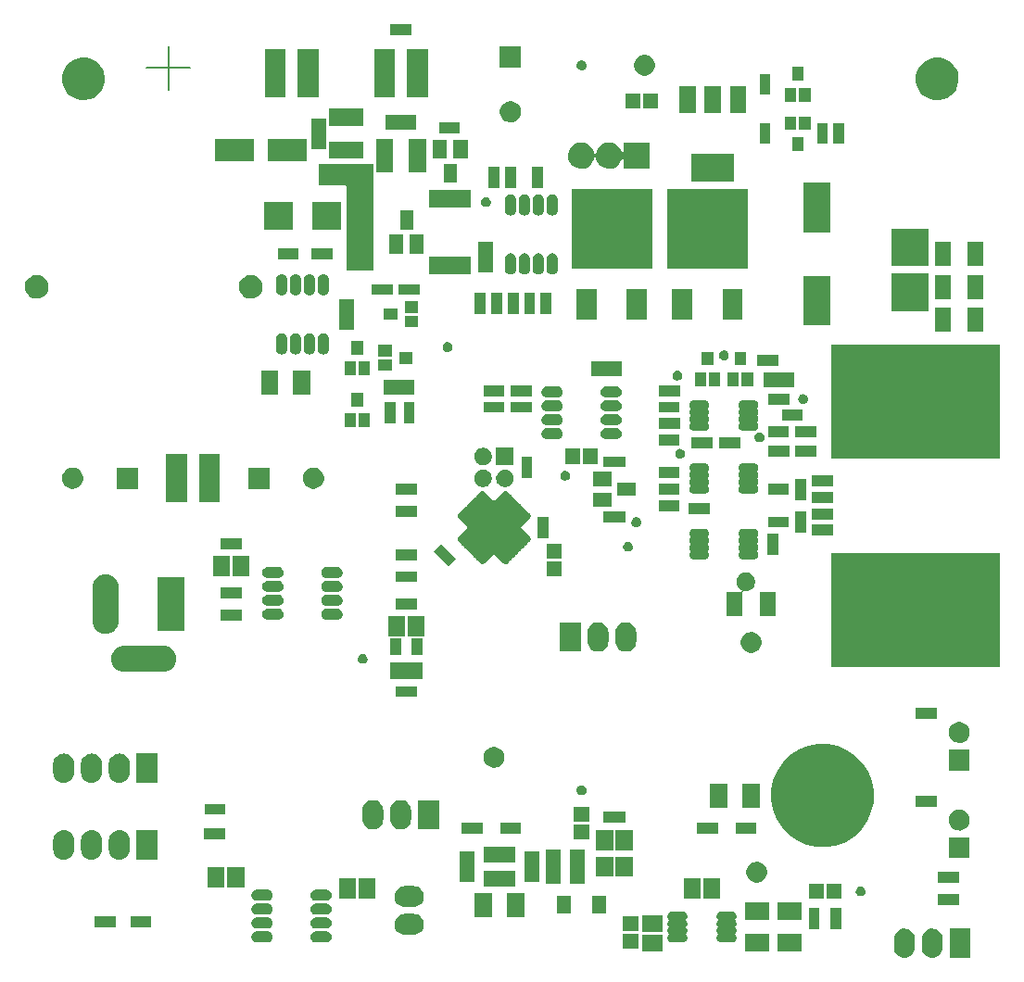
<source format=gts>
G04 #@! TF.FileFunction,Soldermask,Top*
%FSLAX46Y46*%
G04 Gerber Fmt 4.6, Leading zero omitted, Abs format (unit mm)*
G04 Created by KiCad (PCBNEW (2015-09-14 BZR 5783, Git e27fa50)-product) date Sat 19 Sep 2015 09:51:45 PM EDT*
%MOMM*%
G01*
G04 APERTURE LIST*
%ADD10C,0.100000*%
%ADD11C,0.200000*%
G04 APERTURE END LIST*
D10*
D11*
X15750000Y-5000000D02*
X11750000Y-5000000D01*
X13750000Y-3000000D02*
X13750000Y-7000000D01*
D10*
G36*
X81193339Y-83670136D02*
X81193362Y-83670143D01*
X81193437Y-83670151D01*
X81372790Y-83725670D01*
X81537944Y-83814968D01*
X81682607Y-83934644D01*
X81801270Y-84080139D01*
X81889413Y-84245912D01*
X81943679Y-84425649D01*
X81962000Y-84612502D01*
X81962000Y-85387566D01*
X81961935Y-85396872D01*
X81961934Y-85396878D01*
X81961906Y-85400930D01*
X81940978Y-85587509D01*
X81884208Y-85766470D01*
X81793759Y-85930996D01*
X81673076Y-86074821D01*
X81526756Y-86192465D01*
X81360372Y-86279449D01*
X81180261Y-86332458D01*
X81180200Y-86332464D01*
X81180171Y-86332472D01*
X80993289Y-86349479D01*
X80806661Y-86329864D01*
X80806638Y-86329857D01*
X80806563Y-86329849D01*
X80627210Y-86274330D01*
X80462056Y-86185032D01*
X80317393Y-86065356D01*
X80198730Y-85919861D01*
X80110587Y-85754088D01*
X80056321Y-85574351D01*
X80038000Y-85387498D01*
X80038000Y-84612434D01*
X80038065Y-84603128D01*
X80038066Y-84603122D01*
X80038094Y-84599070D01*
X80059022Y-84412491D01*
X80115792Y-84233530D01*
X80206241Y-84069004D01*
X80326924Y-83925179D01*
X80473244Y-83807535D01*
X80639628Y-83720551D01*
X80819739Y-83667542D01*
X80819800Y-83667536D01*
X80819829Y-83667528D01*
X81006711Y-83650521D01*
X81193339Y-83670136D01*
X81193339Y-83670136D01*
G37*
G36*
X83733339Y-83670136D02*
X83733362Y-83670143D01*
X83733437Y-83670151D01*
X83912790Y-83725670D01*
X84077944Y-83814968D01*
X84222607Y-83934644D01*
X84341270Y-84080139D01*
X84429413Y-84245912D01*
X84483679Y-84425649D01*
X84502000Y-84612502D01*
X84502000Y-85387566D01*
X84501935Y-85396872D01*
X84501934Y-85396878D01*
X84501906Y-85400930D01*
X84480978Y-85587509D01*
X84424208Y-85766470D01*
X84333759Y-85930996D01*
X84213076Y-86074821D01*
X84066756Y-86192465D01*
X83900372Y-86279449D01*
X83720261Y-86332458D01*
X83720200Y-86332464D01*
X83720171Y-86332472D01*
X83533289Y-86349479D01*
X83346661Y-86329864D01*
X83346638Y-86329857D01*
X83346563Y-86329849D01*
X83167210Y-86274330D01*
X83002056Y-86185032D01*
X82857393Y-86065356D01*
X82738730Y-85919861D01*
X82650587Y-85754088D01*
X82596321Y-85574351D01*
X82578000Y-85387498D01*
X82578000Y-84612434D01*
X82578065Y-84603128D01*
X82578066Y-84603122D01*
X82578094Y-84599070D01*
X82599022Y-84412491D01*
X82655792Y-84233530D01*
X82746241Y-84069004D01*
X82866924Y-83925179D01*
X83013244Y-83807535D01*
X83179628Y-83720551D01*
X83359739Y-83667542D01*
X83359800Y-83667536D01*
X83359829Y-83667528D01*
X83546711Y-83650521D01*
X83733339Y-83670136D01*
X83733339Y-83670136D01*
G37*
G36*
X87042000Y-86343000D02*
X85118000Y-86343000D01*
X85118000Y-83657000D01*
X87042000Y-83657000D01*
X87042000Y-86343000D01*
X87042000Y-86343000D01*
G37*
G36*
X58925000Y-85775000D02*
X57075000Y-85775000D01*
X57075000Y-84225000D01*
X58925000Y-84225000D01*
X58925000Y-85775000D01*
X58925000Y-85775000D01*
G37*
G36*
X68600000Y-85750000D02*
X66400000Y-85750000D01*
X66400000Y-84150000D01*
X68600000Y-84150000D01*
X68600000Y-85750000D01*
X68600000Y-85750000D01*
G37*
G36*
X71600000Y-85750000D02*
X69400000Y-85750000D01*
X69400000Y-84150000D01*
X71600000Y-84150000D01*
X71600000Y-85750000D01*
X71600000Y-85750000D01*
G37*
G36*
X56700000Y-85475000D02*
X55300000Y-85475000D01*
X55300000Y-84125000D01*
X56700000Y-84125000D01*
X56700000Y-85475000D01*
X56700000Y-85475000D01*
G37*
G36*
X28182644Y-83905020D02*
X28182649Y-83905021D01*
X28186699Y-83905049D01*
X28283674Y-83915926D01*
X28376689Y-83945432D01*
X28462202Y-83992443D01*
X28536954Y-84055168D01*
X28598100Y-84131218D01*
X28643310Y-84217697D01*
X28670862Y-84311309D01*
X28670868Y-84311380D01*
X28670874Y-84311399D01*
X28679709Y-84408486D01*
X28669519Y-84505441D01*
X28669515Y-84505454D01*
X28669506Y-84505539D01*
X28640650Y-84598758D01*
X28594237Y-84684596D01*
X28532035Y-84759785D01*
X28456414Y-84821461D01*
X28370253Y-84867273D01*
X28276835Y-84895478D01*
X28179718Y-84905000D01*
X27220202Y-84905000D01*
X27217356Y-84904980D01*
X27217351Y-84904979D01*
X27213301Y-84904951D01*
X27116326Y-84894074D01*
X27023311Y-84864568D01*
X26937798Y-84817557D01*
X26863046Y-84754832D01*
X26801900Y-84678782D01*
X26756690Y-84592303D01*
X26729138Y-84498691D01*
X26729132Y-84498620D01*
X26729126Y-84498601D01*
X26720291Y-84401514D01*
X26730481Y-84304559D01*
X26730485Y-84304546D01*
X26730494Y-84304461D01*
X26759350Y-84211242D01*
X26805763Y-84125404D01*
X26867965Y-84050215D01*
X26943586Y-83988539D01*
X27029747Y-83942727D01*
X27123165Y-83914522D01*
X27220282Y-83905000D01*
X28179798Y-83905000D01*
X28182644Y-83905020D01*
X28182644Y-83905020D01*
G37*
G36*
X22782644Y-83905020D02*
X22782649Y-83905021D01*
X22786699Y-83905049D01*
X22883674Y-83915926D01*
X22976689Y-83945432D01*
X23062202Y-83992443D01*
X23136954Y-84055168D01*
X23198100Y-84131218D01*
X23243310Y-84217697D01*
X23270862Y-84311309D01*
X23270868Y-84311380D01*
X23270874Y-84311399D01*
X23279709Y-84408486D01*
X23269519Y-84505441D01*
X23269515Y-84505454D01*
X23269506Y-84505539D01*
X23240650Y-84598758D01*
X23194237Y-84684596D01*
X23132035Y-84759785D01*
X23056414Y-84821461D01*
X22970253Y-84867273D01*
X22876835Y-84895478D01*
X22779718Y-84905000D01*
X21820202Y-84905000D01*
X21817356Y-84904980D01*
X21817351Y-84904979D01*
X21813301Y-84904951D01*
X21716326Y-84894074D01*
X21623311Y-84864568D01*
X21537798Y-84817557D01*
X21463046Y-84754832D01*
X21401900Y-84678782D01*
X21356690Y-84592303D01*
X21329138Y-84498691D01*
X21329132Y-84498620D01*
X21329126Y-84498601D01*
X21320291Y-84401514D01*
X21330481Y-84304559D01*
X21330485Y-84304546D01*
X21330494Y-84304461D01*
X21359350Y-84211242D01*
X21405763Y-84125404D01*
X21467965Y-84050215D01*
X21543586Y-83988539D01*
X21629747Y-83942727D01*
X21723165Y-83914522D01*
X21820282Y-83905000D01*
X22779798Y-83905000D01*
X22782644Y-83905020D01*
X22782644Y-83905020D01*
G37*
G36*
X65231152Y-82100012D02*
X65235289Y-82100041D01*
X65317717Y-82109287D01*
X65396780Y-82134367D01*
X65469466Y-82174327D01*
X65533006Y-82227643D01*
X65584980Y-82292286D01*
X65623408Y-82365792D01*
X65646827Y-82445363D01*
X65646833Y-82445424D01*
X65646841Y-82445453D01*
X65654349Y-82527962D01*
X65645689Y-82610360D01*
X65645682Y-82610383D01*
X65645674Y-82610458D01*
X65621147Y-82689694D01*
X65581696Y-82762657D01*
X65561585Y-82786967D01*
X65547267Y-82810323D01*
X65539825Y-82837460D01*
X65540238Y-82865596D01*
X65548473Y-82892503D01*
X65560645Y-82912019D01*
X65584980Y-82942286D01*
X65623408Y-83015792D01*
X65646827Y-83095363D01*
X65646833Y-83095424D01*
X65646841Y-83095453D01*
X65654349Y-83177962D01*
X65645689Y-83260360D01*
X65645682Y-83260383D01*
X65645674Y-83260458D01*
X65621147Y-83339694D01*
X65581696Y-83412657D01*
X65561585Y-83436967D01*
X65547267Y-83460323D01*
X65539825Y-83487460D01*
X65540238Y-83515596D01*
X65548473Y-83542503D01*
X65560645Y-83562019D01*
X65584980Y-83592286D01*
X65623408Y-83665792D01*
X65646827Y-83745363D01*
X65646833Y-83745424D01*
X65646841Y-83745453D01*
X65654349Y-83827962D01*
X65645689Y-83910360D01*
X65645682Y-83910383D01*
X65645674Y-83910458D01*
X65621147Y-83989694D01*
X65581696Y-84062657D01*
X65561585Y-84086967D01*
X65547267Y-84110323D01*
X65539825Y-84137460D01*
X65540238Y-84165596D01*
X65548473Y-84192503D01*
X65560645Y-84212019D01*
X65584980Y-84242286D01*
X65623408Y-84315792D01*
X65646827Y-84395363D01*
X65646833Y-84395424D01*
X65646841Y-84395453D01*
X65654349Y-84477962D01*
X65645689Y-84560360D01*
X65645682Y-84560383D01*
X65645674Y-84560458D01*
X65621147Y-84639694D01*
X65581696Y-84712657D01*
X65528825Y-84776568D01*
X65464546Y-84828992D01*
X65391310Y-84867932D01*
X65311905Y-84891906D01*
X65229355Y-84900000D01*
X64270570Y-84900000D01*
X64268848Y-84899988D01*
X64264711Y-84899959D01*
X64182283Y-84890713D01*
X64103220Y-84865633D01*
X64030534Y-84825673D01*
X63966994Y-84772357D01*
X63915020Y-84707714D01*
X63876592Y-84634208D01*
X63853173Y-84554637D01*
X63853167Y-84554576D01*
X63853159Y-84554547D01*
X63845651Y-84472038D01*
X63854311Y-84389640D01*
X63854318Y-84389617D01*
X63854326Y-84389542D01*
X63878853Y-84310306D01*
X63918304Y-84237343D01*
X63938415Y-84213033D01*
X63952733Y-84189677D01*
X63960175Y-84162540D01*
X63959762Y-84134404D01*
X63951527Y-84107497D01*
X63939355Y-84087981D01*
X63915020Y-84057714D01*
X63876592Y-83984208D01*
X63853173Y-83904637D01*
X63853167Y-83904576D01*
X63853159Y-83904547D01*
X63845651Y-83822038D01*
X63854311Y-83739640D01*
X63854318Y-83739617D01*
X63854326Y-83739542D01*
X63878853Y-83660306D01*
X63918304Y-83587343D01*
X63938415Y-83563033D01*
X63952733Y-83539677D01*
X63960175Y-83512540D01*
X63959762Y-83484404D01*
X63951527Y-83457497D01*
X63939355Y-83437981D01*
X63915020Y-83407714D01*
X63876592Y-83334208D01*
X63853173Y-83254637D01*
X63853167Y-83254576D01*
X63853159Y-83254547D01*
X63845651Y-83172038D01*
X63854311Y-83089640D01*
X63854318Y-83089617D01*
X63854326Y-83089542D01*
X63878853Y-83010306D01*
X63918304Y-82937343D01*
X63938415Y-82913033D01*
X63952733Y-82889677D01*
X63960175Y-82862540D01*
X63959762Y-82834404D01*
X63951527Y-82807497D01*
X63939355Y-82787981D01*
X63915020Y-82757714D01*
X63876592Y-82684208D01*
X63853173Y-82604637D01*
X63853167Y-82604576D01*
X63853159Y-82604547D01*
X63845651Y-82522038D01*
X63854311Y-82439640D01*
X63854318Y-82439617D01*
X63854326Y-82439542D01*
X63878853Y-82360306D01*
X63918304Y-82287343D01*
X63971175Y-82223432D01*
X64035454Y-82171008D01*
X64108690Y-82132068D01*
X64188095Y-82108094D01*
X64270645Y-82100000D01*
X65229430Y-82100000D01*
X65231152Y-82100012D01*
X65231152Y-82100012D01*
G37*
G36*
X60731152Y-82100012D02*
X60735289Y-82100041D01*
X60817717Y-82109287D01*
X60896780Y-82134367D01*
X60969466Y-82174327D01*
X61033006Y-82227643D01*
X61084980Y-82292286D01*
X61123408Y-82365792D01*
X61146827Y-82445363D01*
X61146833Y-82445424D01*
X61146841Y-82445453D01*
X61154349Y-82527962D01*
X61145689Y-82610360D01*
X61145682Y-82610383D01*
X61145674Y-82610458D01*
X61121147Y-82689694D01*
X61081696Y-82762657D01*
X61061585Y-82786967D01*
X61047267Y-82810323D01*
X61039825Y-82837460D01*
X61040238Y-82865596D01*
X61048473Y-82892503D01*
X61060645Y-82912019D01*
X61084980Y-82942286D01*
X61123408Y-83015792D01*
X61146827Y-83095363D01*
X61146833Y-83095424D01*
X61146841Y-83095453D01*
X61154349Y-83177962D01*
X61145689Y-83260360D01*
X61145682Y-83260383D01*
X61145674Y-83260458D01*
X61121147Y-83339694D01*
X61081696Y-83412657D01*
X61061585Y-83436967D01*
X61047267Y-83460323D01*
X61039825Y-83487460D01*
X61040238Y-83515596D01*
X61048473Y-83542503D01*
X61060645Y-83562019D01*
X61084980Y-83592286D01*
X61123408Y-83665792D01*
X61146827Y-83745363D01*
X61146833Y-83745424D01*
X61146841Y-83745453D01*
X61154349Y-83827962D01*
X61145689Y-83910360D01*
X61145682Y-83910383D01*
X61145674Y-83910458D01*
X61121147Y-83989694D01*
X61081696Y-84062657D01*
X61061585Y-84086967D01*
X61047267Y-84110323D01*
X61039825Y-84137460D01*
X61040238Y-84165596D01*
X61048473Y-84192503D01*
X61060645Y-84212019D01*
X61084980Y-84242286D01*
X61123408Y-84315792D01*
X61146827Y-84395363D01*
X61146833Y-84395424D01*
X61146841Y-84395453D01*
X61154349Y-84477962D01*
X61145689Y-84560360D01*
X61145682Y-84560383D01*
X61145674Y-84560458D01*
X61121147Y-84639694D01*
X61081696Y-84712657D01*
X61028825Y-84776568D01*
X60964546Y-84828992D01*
X60891310Y-84867932D01*
X60811905Y-84891906D01*
X60729355Y-84900000D01*
X59770570Y-84900000D01*
X59768848Y-84899988D01*
X59764711Y-84899959D01*
X59682283Y-84890713D01*
X59603220Y-84865633D01*
X59530534Y-84825673D01*
X59466994Y-84772357D01*
X59415020Y-84707714D01*
X59376592Y-84634208D01*
X59353173Y-84554637D01*
X59353167Y-84554576D01*
X59353159Y-84554547D01*
X59345651Y-84472038D01*
X59354311Y-84389640D01*
X59354318Y-84389617D01*
X59354326Y-84389542D01*
X59378853Y-84310306D01*
X59418304Y-84237343D01*
X59438415Y-84213033D01*
X59452733Y-84189677D01*
X59460175Y-84162540D01*
X59459762Y-84134404D01*
X59451527Y-84107497D01*
X59439355Y-84087981D01*
X59415020Y-84057714D01*
X59376592Y-83984208D01*
X59353173Y-83904637D01*
X59353167Y-83904576D01*
X59353159Y-83904547D01*
X59345651Y-83822038D01*
X59354311Y-83739640D01*
X59354318Y-83739617D01*
X59354326Y-83739542D01*
X59378853Y-83660306D01*
X59418304Y-83587343D01*
X59438415Y-83563033D01*
X59452733Y-83539677D01*
X59460175Y-83512540D01*
X59459762Y-83484404D01*
X59451527Y-83457497D01*
X59439355Y-83437981D01*
X59415020Y-83407714D01*
X59376592Y-83334208D01*
X59353173Y-83254637D01*
X59353167Y-83254576D01*
X59353159Y-83254547D01*
X59345651Y-83172038D01*
X59354311Y-83089640D01*
X59354318Y-83089617D01*
X59354326Y-83089542D01*
X59378853Y-83010306D01*
X59418304Y-82937343D01*
X59438415Y-82913033D01*
X59452733Y-82889677D01*
X59460175Y-82862540D01*
X59459762Y-82834404D01*
X59451527Y-82807497D01*
X59439355Y-82787981D01*
X59415020Y-82757714D01*
X59376592Y-82684208D01*
X59353173Y-82604637D01*
X59353167Y-82604576D01*
X59353159Y-82604547D01*
X59345651Y-82522038D01*
X59354311Y-82439640D01*
X59354318Y-82439617D01*
X59354326Y-82439542D01*
X59378853Y-82360306D01*
X59418304Y-82287343D01*
X59471175Y-82223432D01*
X59535454Y-82171008D01*
X59608690Y-82132068D01*
X59688095Y-82108094D01*
X59770645Y-82100000D01*
X60729430Y-82100000D01*
X60731152Y-82100012D01*
X60731152Y-82100012D01*
G37*
G36*
X36146872Y-82308065D02*
X36146878Y-82308066D01*
X36150930Y-82308094D01*
X36337509Y-82329022D01*
X36516470Y-82385792D01*
X36680996Y-82476241D01*
X36824821Y-82596924D01*
X36942465Y-82743244D01*
X37029449Y-82909628D01*
X37082458Y-83089739D01*
X37082464Y-83089800D01*
X37082472Y-83089829D01*
X37099479Y-83276711D01*
X37079864Y-83463339D01*
X37079857Y-83463362D01*
X37079849Y-83463437D01*
X37024330Y-83642790D01*
X36935032Y-83807944D01*
X36815356Y-83952607D01*
X36669861Y-84071270D01*
X36504088Y-84159413D01*
X36324351Y-84213679D01*
X36137498Y-84232000D01*
X35362434Y-84232000D01*
X35353128Y-84231935D01*
X35353122Y-84231934D01*
X35349070Y-84231906D01*
X35162491Y-84210978D01*
X34983530Y-84154208D01*
X34819004Y-84063759D01*
X34675179Y-83943076D01*
X34557535Y-83796756D01*
X34470551Y-83630372D01*
X34417542Y-83450261D01*
X34417536Y-83450200D01*
X34417528Y-83450171D01*
X34400521Y-83263289D01*
X34420136Y-83076661D01*
X34420143Y-83076638D01*
X34420151Y-83076563D01*
X34475670Y-82897210D01*
X34564968Y-82732056D01*
X34684644Y-82587393D01*
X34830139Y-82468730D01*
X34995912Y-82380587D01*
X35175649Y-82326321D01*
X35362502Y-82308000D01*
X36137566Y-82308000D01*
X36146872Y-82308065D01*
X36146872Y-82308065D01*
G37*
G36*
X58925000Y-83975000D02*
X57075000Y-83975000D01*
X57075000Y-82425000D01*
X58925000Y-82425000D01*
X58925000Y-83975000D01*
X58925000Y-83975000D01*
G37*
G36*
X56700000Y-83875000D02*
X55300000Y-83875000D01*
X55300000Y-82525000D01*
X56700000Y-82525000D01*
X56700000Y-83875000D01*
X56700000Y-83875000D01*
G37*
G36*
X75250000Y-83725000D02*
X74250000Y-83725000D01*
X74250000Y-81775000D01*
X75250000Y-81775000D01*
X75250000Y-83725000D01*
X75250000Y-83725000D01*
G37*
G36*
X73250000Y-83725000D02*
X72250000Y-83725000D01*
X72250000Y-81775000D01*
X73250000Y-81775000D01*
X73250000Y-83725000D01*
X73250000Y-83725000D01*
G37*
G36*
X22782644Y-82635020D02*
X22782649Y-82635021D01*
X22786699Y-82635049D01*
X22883674Y-82645926D01*
X22976689Y-82675432D01*
X23062202Y-82722443D01*
X23136954Y-82785168D01*
X23198100Y-82861218D01*
X23243310Y-82947697D01*
X23270862Y-83041309D01*
X23270868Y-83041380D01*
X23270874Y-83041399D01*
X23279709Y-83138486D01*
X23269519Y-83235441D01*
X23269515Y-83235454D01*
X23269506Y-83235539D01*
X23240650Y-83328758D01*
X23194237Y-83414596D01*
X23132035Y-83489785D01*
X23056414Y-83551461D01*
X22970253Y-83597273D01*
X22876835Y-83625478D01*
X22779718Y-83635000D01*
X21820202Y-83635000D01*
X21817356Y-83634980D01*
X21817351Y-83634979D01*
X21813301Y-83634951D01*
X21716326Y-83624074D01*
X21623311Y-83594568D01*
X21537798Y-83547557D01*
X21463046Y-83484832D01*
X21401900Y-83408782D01*
X21356690Y-83322303D01*
X21329138Y-83228691D01*
X21329132Y-83228620D01*
X21329126Y-83228601D01*
X21320291Y-83131514D01*
X21330481Y-83034559D01*
X21330485Y-83034546D01*
X21330494Y-83034461D01*
X21359350Y-82941242D01*
X21405763Y-82855404D01*
X21467965Y-82780215D01*
X21543586Y-82718539D01*
X21629747Y-82672727D01*
X21723165Y-82644522D01*
X21820282Y-82635000D01*
X22779798Y-82635000D01*
X22782644Y-82635020D01*
X22782644Y-82635020D01*
G37*
G36*
X28182644Y-82635020D02*
X28182649Y-82635021D01*
X28186699Y-82635049D01*
X28283674Y-82645926D01*
X28376689Y-82675432D01*
X28462202Y-82722443D01*
X28536954Y-82785168D01*
X28598100Y-82861218D01*
X28643310Y-82947697D01*
X28670862Y-83041309D01*
X28670868Y-83041380D01*
X28670874Y-83041399D01*
X28679709Y-83138486D01*
X28669519Y-83235441D01*
X28669515Y-83235454D01*
X28669506Y-83235539D01*
X28640650Y-83328758D01*
X28594237Y-83414596D01*
X28532035Y-83489785D01*
X28456414Y-83551461D01*
X28370253Y-83597273D01*
X28276835Y-83625478D01*
X28179718Y-83635000D01*
X27220202Y-83635000D01*
X27217356Y-83634980D01*
X27217351Y-83634979D01*
X27213301Y-83634951D01*
X27116326Y-83624074D01*
X27023311Y-83594568D01*
X26937798Y-83547557D01*
X26863046Y-83484832D01*
X26801900Y-83408782D01*
X26756690Y-83322303D01*
X26729138Y-83228691D01*
X26729132Y-83228620D01*
X26729126Y-83228601D01*
X26720291Y-83131514D01*
X26730481Y-83034559D01*
X26730485Y-83034546D01*
X26730494Y-83034461D01*
X26759350Y-82941242D01*
X26805763Y-82855404D01*
X26867965Y-82780215D01*
X26943586Y-82718539D01*
X27029747Y-82672727D01*
X27123165Y-82644522D01*
X27220282Y-82635000D01*
X28179798Y-82635000D01*
X28182644Y-82635020D01*
X28182644Y-82635020D01*
G37*
G36*
X8975000Y-83500000D02*
X7025000Y-83500000D01*
X7025000Y-82500000D01*
X8975000Y-82500000D01*
X8975000Y-83500000D01*
X8975000Y-83500000D01*
G37*
G36*
X12200000Y-83500000D02*
X10300000Y-83500000D01*
X10300000Y-82500000D01*
X12200000Y-82500000D01*
X12200000Y-83500000D01*
X12200000Y-83500000D01*
G37*
G36*
X68600000Y-82850000D02*
X66400000Y-82850000D01*
X66400000Y-81250000D01*
X68600000Y-81250000D01*
X68600000Y-82850000D01*
X68600000Y-82850000D01*
G37*
G36*
X71600000Y-82850000D02*
X69400000Y-82850000D01*
X69400000Y-81250000D01*
X71600000Y-81250000D01*
X71600000Y-82850000D01*
X71600000Y-82850000D01*
G37*
G36*
X46250000Y-82600000D02*
X44650000Y-82600000D01*
X44650000Y-80400000D01*
X46250000Y-80400000D01*
X46250000Y-82600000D01*
X46250000Y-82600000D01*
G37*
G36*
X43350000Y-82600000D02*
X41750000Y-82600000D01*
X41750000Y-80400000D01*
X43350000Y-80400000D01*
X43350000Y-82600000D01*
X43350000Y-82600000D01*
G37*
G36*
X22782644Y-81365020D02*
X22782649Y-81365021D01*
X22786699Y-81365049D01*
X22883674Y-81375926D01*
X22976689Y-81405432D01*
X23062202Y-81452443D01*
X23136954Y-81515168D01*
X23198100Y-81591218D01*
X23243310Y-81677697D01*
X23270862Y-81771309D01*
X23270868Y-81771380D01*
X23270874Y-81771399D01*
X23279709Y-81868486D01*
X23269519Y-81965441D01*
X23269515Y-81965454D01*
X23269506Y-81965539D01*
X23240650Y-82058758D01*
X23194237Y-82144596D01*
X23132035Y-82219785D01*
X23056414Y-82281461D01*
X22970253Y-82327273D01*
X22876835Y-82355478D01*
X22779718Y-82365000D01*
X21820202Y-82365000D01*
X21817356Y-82364980D01*
X21817351Y-82364979D01*
X21813301Y-82364951D01*
X21716326Y-82354074D01*
X21623311Y-82324568D01*
X21537798Y-82277557D01*
X21463046Y-82214832D01*
X21401900Y-82138782D01*
X21356690Y-82052303D01*
X21329138Y-81958691D01*
X21329132Y-81958620D01*
X21329126Y-81958601D01*
X21320291Y-81861514D01*
X21330481Y-81764559D01*
X21330485Y-81764546D01*
X21330494Y-81764461D01*
X21359350Y-81671242D01*
X21405763Y-81585404D01*
X21467965Y-81510215D01*
X21543586Y-81448539D01*
X21629747Y-81402727D01*
X21723165Y-81374522D01*
X21820282Y-81365000D01*
X22779798Y-81365000D01*
X22782644Y-81365020D01*
X22782644Y-81365020D01*
G37*
G36*
X28182644Y-81365020D02*
X28182649Y-81365021D01*
X28186699Y-81365049D01*
X28283674Y-81375926D01*
X28376689Y-81405432D01*
X28462202Y-81452443D01*
X28536954Y-81515168D01*
X28598100Y-81591218D01*
X28643310Y-81677697D01*
X28670862Y-81771309D01*
X28670868Y-81771380D01*
X28670874Y-81771399D01*
X28679709Y-81868486D01*
X28669519Y-81965441D01*
X28669515Y-81965454D01*
X28669506Y-81965539D01*
X28640650Y-82058758D01*
X28594237Y-82144596D01*
X28532035Y-82219785D01*
X28456414Y-82281461D01*
X28370253Y-82327273D01*
X28276835Y-82355478D01*
X28179718Y-82365000D01*
X27220202Y-82365000D01*
X27217356Y-82364980D01*
X27217351Y-82364979D01*
X27213301Y-82364951D01*
X27116326Y-82354074D01*
X27023311Y-82324568D01*
X26937798Y-82277557D01*
X26863046Y-82214832D01*
X26801900Y-82138782D01*
X26756690Y-82052303D01*
X26729138Y-81958691D01*
X26729132Y-81958620D01*
X26729126Y-81958601D01*
X26720291Y-81861514D01*
X26730481Y-81764559D01*
X26730485Y-81764546D01*
X26730494Y-81764461D01*
X26759350Y-81671242D01*
X26805763Y-81585404D01*
X26867965Y-81510215D01*
X26943586Y-81448539D01*
X27029747Y-81402727D01*
X27123165Y-81374522D01*
X27220282Y-81365000D01*
X28179798Y-81365000D01*
X28182644Y-81365020D01*
X28182644Y-81365020D01*
G37*
G36*
X50550000Y-82300000D02*
X49250000Y-82300000D01*
X49250000Y-80700000D01*
X50550000Y-80700000D01*
X50550000Y-82300000D01*
X50550000Y-82300000D01*
G37*
G36*
X53750000Y-82300000D02*
X52450000Y-82300000D01*
X52450000Y-80700000D01*
X53750000Y-80700000D01*
X53750000Y-82300000D01*
X53750000Y-82300000D01*
G37*
G36*
X36146872Y-79768065D02*
X36146878Y-79768066D01*
X36150930Y-79768094D01*
X36337509Y-79789022D01*
X36516470Y-79845792D01*
X36680996Y-79936241D01*
X36824821Y-80056924D01*
X36942465Y-80203244D01*
X37029449Y-80369628D01*
X37082458Y-80549739D01*
X37082464Y-80549800D01*
X37082472Y-80549829D01*
X37099479Y-80736711D01*
X37079864Y-80923339D01*
X37079857Y-80923362D01*
X37079849Y-80923437D01*
X37024330Y-81102790D01*
X36935032Y-81267944D01*
X36815356Y-81412607D01*
X36669861Y-81531270D01*
X36504088Y-81619413D01*
X36324351Y-81673679D01*
X36137498Y-81692000D01*
X35362434Y-81692000D01*
X35353128Y-81691935D01*
X35353122Y-81691934D01*
X35349070Y-81691906D01*
X35162491Y-81670978D01*
X34983530Y-81614208D01*
X34819004Y-81523759D01*
X34675179Y-81403076D01*
X34557535Y-81256756D01*
X34470551Y-81090372D01*
X34417542Y-80910261D01*
X34417536Y-80910200D01*
X34417528Y-80910171D01*
X34400521Y-80723289D01*
X34420136Y-80536661D01*
X34420143Y-80536638D01*
X34420151Y-80536563D01*
X34475670Y-80357210D01*
X34564968Y-80192056D01*
X34684644Y-80047393D01*
X34830139Y-79928730D01*
X34995912Y-79840587D01*
X35175649Y-79786321D01*
X35362502Y-79768000D01*
X36137566Y-79768000D01*
X36146872Y-79768065D01*
X36146872Y-79768065D01*
G37*
G36*
X85975000Y-81500000D02*
X84025000Y-81500000D01*
X84025000Y-80500000D01*
X85975000Y-80500000D01*
X85975000Y-81500000D01*
X85975000Y-81500000D01*
G37*
G36*
X22782644Y-80095020D02*
X22782649Y-80095021D01*
X22786699Y-80095049D01*
X22883674Y-80105926D01*
X22976689Y-80135432D01*
X23062202Y-80182443D01*
X23136954Y-80245168D01*
X23198100Y-80321218D01*
X23243310Y-80407697D01*
X23270862Y-80501309D01*
X23270868Y-80501380D01*
X23270874Y-80501399D01*
X23279709Y-80598486D01*
X23269519Y-80695441D01*
X23269515Y-80695454D01*
X23269506Y-80695539D01*
X23240650Y-80788758D01*
X23194237Y-80874596D01*
X23132035Y-80949785D01*
X23056414Y-81011461D01*
X22970253Y-81057273D01*
X22876835Y-81085478D01*
X22779718Y-81095000D01*
X21820202Y-81095000D01*
X21817356Y-81094980D01*
X21817351Y-81094979D01*
X21813301Y-81094951D01*
X21716326Y-81084074D01*
X21623311Y-81054568D01*
X21537798Y-81007557D01*
X21463046Y-80944832D01*
X21401900Y-80868782D01*
X21356690Y-80782303D01*
X21329138Y-80688691D01*
X21329132Y-80688620D01*
X21329126Y-80688601D01*
X21320291Y-80591514D01*
X21330481Y-80494559D01*
X21330485Y-80494546D01*
X21330494Y-80494461D01*
X21359350Y-80401242D01*
X21405763Y-80315404D01*
X21467965Y-80240215D01*
X21543586Y-80178539D01*
X21629747Y-80132727D01*
X21723165Y-80104522D01*
X21820282Y-80095000D01*
X22779798Y-80095000D01*
X22782644Y-80095020D01*
X22782644Y-80095020D01*
G37*
G36*
X28182644Y-80095020D02*
X28182649Y-80095021D01*
X28186699Y-80095049D01*
X28283674Y-80105926D01*
X28376689Y-80135432D01*
X28462202Y-80182443D01*
X28536954Y-80245168D01*
X28598100Y-80321218D01*
X28643310Y-80407697D01*
X28670862Y-80501309D01*
X28670868Y-80501380D01*
X28670874Y-80501399D01*
X28679709Y-80598486D01*
X28669519Y-80695441D01*
X28669515Y-80695454D01*
X28669506Y-80695539D01*
X28640650Y-80788758D01*
X28594237Y-80874596D01*
X28532035Y-80949785D01*
X28456414Y-81011461D01*
X28370253Y-81057273D01*
X28276835Y-81085478D01*
X28179718Y-81095000D01*
X27220202Y-81095000D01*
X27217356Y-81094980D01*
X27217351Y-81094979D01*
X27213301Y-81094951D01*
X27116326Y-81084074D01*
X27023311Y-81054568D01*
X26937798Y-81007557D01*
X26863046Y-80944832D01*
X26801900Y-80868782D01*
X26756690Y-80782303D01*
X26729138Y-80688691D01*
X26729132Y-80688620D01*
X26729126Y-80688601D01*
X26720291Y-80591514D01*
X26730481Y-80494559D01*
X26730485Y-80494546D01*
X26730494Y-80494461D01*
X26759350Y-80401242D01*
X26805763Y-80315404D01*
X26867965Y-80240215D01*
X26943586Y-80178539D01*
X27029747Y-80132727D01*
X27123165Y-80104522D01*
X27220282Y-80095000D01*
X28179798Y-80095000D01*
X28182644Y-80095020D01*
X28182644Y-80095020D01*
G37*
G36*
X75225000Y-80950000D02*
X73875000Y-80950000D01*
X73875000Y-79550000D01*
X75225000Y-79550000D01*
X75225000Y-80950000D01*
X75225000Y-80950000D01*
G37*
G36*
X73625000Y-80950000D02*
X72275000Y-80950000D01*
X72275000Y-79550000D01*
X73625000Y-79550000D01*
X73625000Y-80950000D01*
X73625000Y-80950000D01*
G37*
G36*
X30875000Y-80925000D02*
X29325000Y-80925000D01*
X29325000Y-79075000D01*
X30875000Y-79075000D01*
X30875000Y-80925000D01*
X30875000Y-80925000D01*
G37*
G36*
X32675000Y-80925000D02*
X31125000Y-80925000D01*
X31125000Y-79075000D01*
X32675000Y-79075000D01*
X32675000Y-80925000D01*
X32675000Y-80925000D01*
G37*
G36*
X62375000Y-80925000D02*
X60825000Y-80925000D01*
X60825000Y-79075000D01*
X62375000Y-79075000D01*
X62375000Y-80925000D01*
X62375000Y-80925000D01*
G37*
G36*
X64175000Y-80925000D02*
X62625000Y-80925000D01*
X62625000Y-79075000D01*
X64175000Y-79075000D01*
X64175000Y-80925000D01*
X64175000Y-80925000D01*
G37*
G36*
X77047266Y-79800297D02*
X77133716Y-79818042D01*
X77215068Y-79852239D01*
X77288230Y-79901587D01*
X77350418Y-79964210D01*
X77399251Y-80037711D01*
X77432881Y-80119304D01*
X77449886Y-80205186D01*
X77449886Y-80205202D01*
X77450019Y-80205875D01*
X77448611Y-80306673D01*
X77448460Y-80307336D01*
X77448460Y-80307360D01*
X77429064Y-80392733D01*
X77393171Y-80473348D01*
X77342298Y-80545466D01*
X77278391Y-80606324D01*
X77203877Y-80653611D01*
X77121604Y-80685523D01*
X77034690Y-80700849D01*
X76946459Y-80699000D01*
X76860268Y-80680051D01*
X76779399Y-80644719D01*
X76706930Y-80594353D01*
X76645631Y-80530875D01*
X76597822Y-80456690D01*
X76565335Y-80374637D01*
X76549404Y-80287836D01*
X76550636Y-80199599D01*
X76568986Y-80113274D01*
X76603751Y-80032158D01*
X76653607Y-79959345D01*
X76716665Y-79897595D01*
X76790502Y-79849277D01*
X76872331Y-79816217D01*
X76959017Y-79799680D01*
X77047266Y-79800297D01*
X77047266Y-79800297D01*
G37*
G36*
X20675000Y-79925000D02*
X19125000Y-79925000D01*
X19125000Y-78075000D01*
X20675000Y-78075000D01*
X20675000Y-79925000D01*
X20675000Y-79925000D01*
G37*
G36*
X18875000Y-79925000D02*
X17325000Y-79925000D01*
X17325000Y-78075000D01*
X18875000Y-78075000D01*
X18875000Y-79925000D01*
X18875000Y-79925000D01*
G37*
G36*
X45450000Y-79850000D02*
X42550000Y-79850000D01*
X42550000Y-78350000D01*
X45450000Y-78350000D01*
X45450000Y-79850000D01*
X45450000Y-79850000D01*
G37*
G36*
X49600000Y-79550000D02*
X48200000Y-79550000D01*
X48200000Y-76450000D01*
X49600000Y-76450000D01*
X49600000Y-79550000D01*
X49600000Y-79550000D01*
G37*
G36*
X51800000Y-79550000D02*
X50400000Y-79550000D01*
X50400000Y-76450000D01*
X51800000Y-76450000D01*
X51800000Y-79550000D01*
X51800000Y-79550000D01*
G37*
G36*
X85975000Y-79500000D02*
X84025000Y-79500000D01*
X84025000Y-78500000D01*
X85975000Y-78500000D01*
X85975000Y-79500000D01*
X85975000Y-79500000D01*
G37*
G36*
X67599783Y-77550629D02*
X67782286Y-77588091D01*
X67954031Y-77660286D01*
X68108488Y-77764468D01*
X68239763Y-77896663D01*
X68342862Y-78051839D01*
X68413859Y-78224090D01*
X68449909Y-78406158D01*
X68449909Y-78406180D01*
X68450041Y-78406848D01*
X68447070Y-78619643D01*
X68446918Y-78620311D01*
X68446918Y-78620330D01*
X68405798Y-78801319D01*
X68330020Y-78971521D01*
X68222630Y-79123755D01*
X68087711Y-79252236D01*
X67930408Y-79352064D01*
X67756712Y-79419437D01*
X67573236Y-79451788D01*
X67386970Y-79447886D01*
X67205013Y-79407881D01*
X67034289Y-79333293D01*
X66881305Y-79226967D01*
X66751886Y-79092949D01*
X66650963Y-78936346D01*
X66582377Y-78763121D01*
X66548746Y-78579878D01*
X66551347Y-78393594D01*
X66590083Y-78211358D01*
X66663477Y-78040115D01*
X66768734Y-77886393D01*
X66901843Y-77756042D01*
X67057737Y-77654028D01*
X67230472Y-77584238D01*
X67413481Y-77549327D01*
X67599783Y-77550629D01*
X67599783Y-77550629D01*
G37*
G36*
X41675000Y-79400000D02*
X40325000Y-79400000D01*
X40325000Y-76600000D01*
X41675000Y-76600000D01*
X41675000Y-79400000D01*
X41675000Y-79400000D01*
G37*
G36*
X47675000Y-79400000D02*
X46325000Y-79400000D01*
X46325000Y-76600000D01*
X47675000Y-76600000D01*
X47675000Y-79400000D01*
X47675000Y-79400000D01*
G37*
G36*
X56175000Y-78925000D02*
X54625000Y-78925000D01*
X54625000Y-77075000D01*
X56175000Y-77075000D01*
X56175000Y-78925000D01*
X56175000Y-78925000D01*
G37*
G36*
X54375000Y-78925000D02*
X52825000Y-78925000D01*
X52825000Y-77075000D01*
X54375000Y-77075000D01*
X54375000Y-78925000D01*
X54375000Y-78925000D01*
G37*
G36*
X45450000Y-77650000D02*
X42550000Y-77650000D01*
X42550000Y-76150000D01*
X45450000Y-76150000D01*
X45450000Y-77650000D01*
X45450000Y-77650000D01*
G37*
G36*
X6923339Y-74670136D02*
X6923362Y-74670143D01*
X6923437Y-74670151D01*
X7102790Y-74725670D01*
X7267944Y-74814968D01*
X7412607Y-74934644D01*
X7531270Y-75080139D01*
X7619413Y-75245912D01*
X7673679Y-75425649D01*
X7692000Y-75612502D01*
X7692000Y-76387566D01*
X7691935Y-76396872D01*
X7691934Y-76396878D01*
X7691906Y-76400930D01*
X7670978Y-76587509D01*
X7614208Y-76766470D01*
X7523759Y-76930996D01*
X7403076Y-77074821D01*
X7256756Y-77192465D01*
X7090372Y-77279449D01*
X6910261Y-77332458D01*
X6910200Y-77332464D01*
X6910171Y-77332472D01*
X6723289Y-77349479D01*
X6536661Y-77329864D01*
X6536638Y-77329857D01*
X6536563Y-77329849D01*
X6357210Y-77274330D01*
X6192056Y-77185032D01*
X6047393Y-77065356D01*
X5928730Y-76919861D01*
X5840587Y-76754088D01*
X5786321Y-76574351D01*
X5768000Y-76387498D01*
X5768000Y-75612434D01*
X5768065Y-75603128D01*
X5768066Y-75603122D01*
X5768094Y-75599070D01*
X5789022Y-75412491D01*
X5845792Y-75233530D01*
X5936241Y-75069004D01*
X6056924Y-74925179D01*
X6203244Y-74807535D01*
X6369628Y-74720551D01*
X6549739Y-74667542D01*
X6549800Y-74667536D01*
X6549829Y-74667528D01*
X6736711Y-74650521D01*
X6923339Y-74670136D01*
X6923339Y-74670136D01*
G37*
G36*
X4383339Y-74670136D02*
X4383362Y-74670143D01*
X4383437Y-74670151D01*
X4562790Y-74725670D01*
X4727944Y-74814968D01*
X4872607Y-74934644D01*
X4991270Y-75080139D01*
X5079413Y-75245912D01*
X5133679Y-75425649D01*
X5152000Y-75612502D01*
X5152000Y-76387566D01*
X5151935Y-76396872D01*
X5151934Y-76396878D01*
X5151906Y-76400930D01*
X5130978Y-76587509D01*
X5074208Y-76766470D01*
X4983759Y-76930996D01*
X4863076Y-77074821D01*
X4716756Y-77192465D01*
X4550372Y-77279449D01*
X4370261Y-77332458D01*
X4370200Y-77332464D01*
X4370171Y-77332472D01*
X4183289Y-77349479D01*
X3996661Y-77329864D01*
X3996638Y-77329857D01*
X3996563Y-77329849D01*
X3817210Y-77274330D01*
X3652056Y-77185032D01*
X3507393Y-77065356D01*
X3388730Y-76919861D01*
X3300587Y-76754088D01*
X3246321Y-76574351D01*
X3228000Y-76387498D01*
X3228000Y-75612434D01*
X3228065Y-75603128D01*
X3228066Y-75603122D01*
X3228094Y-75599070D01*
X3249022Y-75412491D01*
X3305792Y-75233530D01*
X3396241Y-75069004D01*
X3516924Y-74925179D01*
X3663244Y-74807535D01*
X3829628Y-74720551D01*
X4009739Y-74667542D01*
X4009800Y-74667536D01*
X4009829Y-74667528D01*
X4196711Y-74650521D01*
X4383339Y-74670136D01*
X4383339Y-74670136D01*
G37*
G36*
X9463339Y-74670136D02*
X9463362Y-74670143D01*
X9463437Y-74670151D01*
X9642790Y-74725670D01*
X9807944Y-74814968D01*
X9952607Y-74934644D01*
X10071270Y-75080139D01*
X10159413Y-75245912D01*
X10213679Y-75425649D01*
X10232000Y-75612502D01*
X10232000Y-76387566D01*
X10231935Y-76396872D01*
X10231934Y-76396878D01*
X10231906Y-76400930D01*
X10210978Y-76587509D01*
X10154208Y-76766470D01*
X10063759Y-76930996D01*
X9943076Y-77074821D01*
X9796756Y-77192465D01*
X9630372Y-77279449D01*
X9450261Y-77332458D01*
X9450200Y-77332464D01*
X9450171Y-77332472D01*
X9263289Y-77349479D01*
X9076661Y-77329864D01*
X9076638Y-77329857D01*
X9076563Y-77329849D01*
X8897210Y-77274330D01*
X8732056Y-77185032D01*
X8587393Y-77065356D01*
X8468730Y-76919861D01*
X8380587Y-76754088D01*
X8326321Y-76574351D01*
X8308000Y-76387498D01*
X8308000Y-75612434D01*
X8308065Y-75603128D01*
X8308066Y-75603122D01*
X8308094Y-75599070D01*
X8329022Y-75412491D01*
X8385792Y-75233530D01*
X8476241Y-75069004D01*
X8596924Y-74925179D01*
X8743244Y-74807535D01*
X8909628Y-74720551D01*
X9089739Y-74667542D01*
X9089800Y-74667536D01*
X9089829Y-74667528D01*
X9276711Y-74650521D01*
X9463339Y-74670136D01*
X9463339Y-74670136D01*
G37*
G36*
X12772000Y-77343000D02*
X10848000Y-77343000D01*
X10848000Y-74657000D01*
X12772000Y-74657000D01*
X12772000Y-77343000D01*
X12772000Y-77343000D01*
G37*
G36*
X86962000Y-77232000D02*
X85038000Y-77232000D01*
X85038000Y-75308000D01*
X86962000Y-75308000D01*
X86962000Y-77232000D01*
X86962000Y-77232000D01*
G37*
G36*
X56175000Y-76525000D02*
X54625000Y-76525000D01*
X54625000Y-74675000D01*
X56175000Y-74675000D01*
X56175000Y-76525000D01*
X56175000Y-76525000D01*
G37*
G36*
X54375000Y-76525000D02*
X52825000Y-76525000D01*
X52825000Y-74675000D01*
X54375000Y-74675000D01*
X54375000Y-76525000D01*
X54375000Y-76525000D01*
G37*
G36*
X73993661Y-66803127D02*
X74896558Y-66988465D01*
X75746250Y-67345642D01*
X76510393Y-67861063D01*
X77159866Y-68515085D01*
X77669935Y-69282803D01*
X78021175Y-70134976D01*
X78200069Y-71038453D01*
X78200069Y-71038473D01*
X78200201Y-71039141D01*
X78185501Y-72091916D01*
X78185349Y-72092584D01*
X78185349Y-72092603D01*
X77981301Y-72990727D01*
X77606401Y-73832767D01*
X77075096Y-74585938D01*
X76407614Y-75221573D01*
X75629378Y-75715456D01*
X74770042Y-76048771D01*
X73862323Y-76208827D01*
X72940807Y-76189523D01*
X72040592Y-75991599D01*
X71195963Y-75622590D01*
X70439096Y-75096553D01*
X69798816Y-74433524D01*
X69299513Y-73658756D01*
X68960206Y-72801764D01*
X68793818Y-71895188D01*
X68806687Y-70973563D01*
X68998323Y-70071985D01*
X69361428Y-69224798D01*
X69882168Y-68464277D01*
X70540710Y-67819385D01*
X71311969Y-67314687D01*
X72166571Y-66969405D01*
X73071965Y-66796691D01*
X73993661Y-66803127D01*
X73993661Y-66803127D01*
G37*
G36*
X18975000Y-75500000D02*
X17025000Y-75500000D01*
X17025000Y-74500000D01*
X18975000Y-74500000D01*
X18975000Y-75500000D01*
X18975000Y-75500000D01*
G37*
G36*
X52200000Y-75475000D02*
X50800000Y-75475000D01*
X50800000Y-74125000D01*
X52200000Y-74125000D01*
X52200000Y-75475000D01*
X52200000Y-75475000D01*
G37*
G36*
X67450000Y-75000000D02*
X65550000Y-75000000D01*
X65550000Y-74000000D01*
X67450000Y-74000000D01*
X67450000Y-75000000D01*
X67450000Y-75000000D01*
G37*
G36*
X63950000Y-75000000D02*
X62050000Y-75000000D01*
X62050000Y-74000000D01*
X63950000Y-74000000D01*
X63950000Y-75000000D01*
X63950000Y-75000000D01*
G37*
G36*
X45950000Y-75000000D02*
X44050000Y-75000000D01*
X44050000Y-74000000D01*
X45950000Y-74000000D01*
X45950000Y-75000000D01*
X45950000Y-75000000D01*
G37*
G36*
X42450000Y-75000000D02*
X40550000Y-75000000D01*
X40550000Y-74000000D01*
X42450000Y-74000000D01*
X42450000Y-75000000D01*
X42450000Y-75000000D01*
G37*
G36*
X86101043Y-72768637D02*
X86285852Y-72806572D01*
X86459766Y-72879679D01*
X86616174Y-72985177D01*
X86749107Y-73119042D01*
X86853508Y-73276179D01*
X86925402Y-73450605D01*
X86961909Y-73634981D01*
X86961909Y-73634998D01*
X86962042Y-73635671D01*
X86959033Y-73851154D01*
X86958881Y-73851822D01*
X86958881Y-73851841D01*
X86917241Y-74035123D01*
X86840503Y-74207479D01*
X86731758Y-74361634D01*
X86595136Y-74491736D01*
X86435841Y-74592828D01*
X86259958Y-74661049D01*
X86074160Y-74693811D01*
X85885544Y-74689859D01*
X85701285Y-74649347D01*
X85528406Y-74573818D01*
X85373490Y-74466149D01*
X85242436Y-74330439D01*
X85140237Y-74171857D01*
X85070787Y-73996446D01*
X85036731Y-73810887D01*
X85039364Y-73622250D01*
X85078590Y-73437707D01*
X85152908Y-73264310D01*
X85259497Y-73108642D01*
X85394285Y-72976648D01*
X85552153Y-72873342D01*
X85727069Y-72802671D01*
X85912388Y-72767319D01*
X86101043Y-72768637D01*
X86101043Y-72768637D01*
G37*
G36*
X32613339Y-71920136D02*
X32613362Y-71920143D01*
X32613437Y-71920151D01*
X32792790Y-71975670D01*
X32957944Y-72064968D01*
X33102607Y-72184644D01*
X33221270Y-72330139D01*
X33309413Y-72495912D01*
X33363679Y-72675649D01*
X33382000Y-72862502D01*
X33382000Y-73637566D01*
X33381935Y-73646872D01*
X33381934Y-73646878D01*
X33381906Y-73650930D01*
X33360978Y-73837509D01*
X33304208Y-74016470D01*
X33213759Y-74180996D01*
X33093076Y-74324821D01*
X32946756Y-74442465D01*
X32780372Y-74529449D01*
X32600261Y-74582458D01*
X32600200Y-74582464D01*
X32600171Y-74582472D01*
X32413289Y-74599479D01*
X32226661Y-74579864D01*
X32226638Y-74579857D01*
X32226563Y-74579849D01*
X32047210Y-74524330D01*
X31882056Y-74435032D01*
X31737393Y-74315356D01*
X31618730Y-74169861D01*
X31530587Y-74004088D01*
X31476321Y-73824351D01*
X31458000Y-73637498D01*
X31458000Y-72862434D01*
X31458065Y-72853128D01*
X31458066Y-72853122D01*
X31458094Y-72849070D01*
X31479022Y-72662491D01*
X31535792Y-72483530D01*
X31626241Y-72319004D01*
X31746924Y-72175179D01*
X31893244Y-72057535D01*
X32059628Y-71970551D01*
X32239739Y-71917542D01*
X32239800Y-71917536D01*
X32239829Y-71917528D01*
X32426711Y-71900521D01*
X32613339Y-71920136D01*
X32613339Y-71920136D01*
G37*
G36*
X35153339Y-71920136D02*
X35153362Y-71920143D01*
X35153437Y-71920151D01*
X35332790Y-71975670D01*
X35497944Y-72064968D01*
X35642607Y-72184644D01*
X35761270Y-72330139D01*
X35849413Y-72495912D01*
X35903679Y-72675649D01*
X35922000Y-72862502D01*
X35922000Y-73637566D01*
X35921935Y-73646872D01*
X35921934Y-73646878D01*
X35921906Y-73650930D01*
X35900978Y-73837509D01*
X35844208Y-74016470D01*
X35753759Y-74180996D01*
X35633076Y-74324821D01*
X35486756Y-74442465D01*
X35320372Y-74529449D01*
X35140261Y-74582458D01*
X35140200Y-74582464D01*
X35140171Y-74582472D01*
X34953289Y-74599479D01*
X34766661Y-74579864D01*
X34766638Y-74579857D01*
X34766563Y-74579849D01*
X34587210Y-74524330D01*
X34422056Y-74435032D01*
X34277393Y-74315356D01*
X34158730Y-74169861D01*
X34070587Y-74004088D01*
X34016321Y-73824351D01*
X33998000Y-73637498D01*
X33998000Y-72862434D01*
X33998065Y-72853128D01*
X33998066Y-72853122D01*
X33998094Y-72849070D01*
X34019022Y-72662491D01*
X34075792Y-72483530D01*
X34166241Y-72319004D01*
X34286924Y-72175179D01*
X34433244Y-72057535D01*
X34599628Y-71970551D01*
X34779739Y-71917542D01*
X34779800Y-71917536D01*
X34779829Y-71917528D01*
X34966711Y-71900521D01*
X35153339Y-71920136D01*
X35153339Y-71920136D01*
G37*
G36*
X38462000Y-74593000D02*
X36538000Y-74593000D01*
X36538000Y-71907000D01*
X38462000Y-71907000D01*
X38462000Y-74593000D01*
X38462000Y-74593000D01*
G37*
G36*
X55475000Y-74000000D02*
X53525000Y-74000000D01*
X53525000Y-73000000D01*
X55475000Y-73000000D01*
X55475000Y-74000000D01*
X55475000Y-74000000D01*
G37*
G36*
X52200000Y-73875000D02*
X50800000Y-73875000D01*
X50800000Y-72525000D01*
X52200000Y-72525000D01*
X52200000Y-73875000D01*
X52200000Y-73875000D01*
G37*
G36*
X18950000Y-73250000D02*
X17050000Y-73250000D01*
X17050000Y-72250000D01*
X18950000Y-72250000D01*
X18950000Y-73250000D01*
X18950000Y-73250000D01*
G37*
G36*
X67750000Y-72600000D02*
X66150000Y-72600000D01*
X66150000Y-70400000D01*
X67750000Y-70400000D01*
X67750000Y-72600000D01*
X67750000Y-72600000D01*
G37*
G36*
X64850000Y-72600000D02*
X63250000Y-72600000D01*
X63250000Y-70400000D01*
X64850000Y-70400000D01*
X64850000Y-72600000D01*
X64850000Y-72600000D01*
G37*
G36*
X83950000Y-72500000D02*
X82050000Y-72500000D01*
X82050000Y-71500000D01*
X83950000Y-71500000D01*
X83950000Y-72500000D01*
X83950000Y-72500000D01*
G37*
G36*
X51547266Y-70550297D02*
X51633716Y-70568042D01*
X51715068Y-70602239D01*
X51788230Y-70651587D01*
X51850418Y-70714210D01*
X51899251Y-70787711D01*
X51932881Y-70869304D01*
X51949886Y-70955186D01*
X51949886Y-70955202D01*
X51950019Y-70955875D01*
X51948611Y-71056673D01*
X51948460Y-71057336D01*
X51948460Y-71057360D01*
X51929064Y-71142733D01*
X51893171Y-71223348D01*
X51842298Y-71295466D01*
X51778391Y-71356324D01*
X51703877Y-71403611D01*
X51621604Y-71435523D01*
X51534690Y-71450849D01*
X51446459Y-71449000D01*
X51360268Y-71430051D01*
X51279399Y-71394719D01*
X51206930Y-71344353D01*
X51145631Y-71280875D01*
X51097822Y-71206690D01*
X51065335Y-71124637D01*
X51049404Y-71037836D01*
X51050636Y-70949599D01*
X51068986Y-70863274D01*
X51103751Y-70782158D01*
X51153607Y-70709345D01*
X51216665Y-70647595D01*
X51290502Y-70599277D01*
X51372331Y-70566217D01*
X51459017Y-70549680D01*
X51547266Y-70550297D01*
X51547266Y-70550297D01*
G37*
G36*
X9463339Y-67670136D02*
X9463362Y-67670143D01*
X9463437Y-67670151D01*
X9642790Y-67725670D01*
X9807944Y-67814968D01*
X9952607Y-67934644D01*
X10071270Y-68080139D01*
X10159413Y-68245912D01*
X10213679Y-68425649D01*
X10232000Y-68612502D01*
X10232000Y-69387566D01*
X10231935Y-69396872D01*
X10231934Y-69396878D01*
X10231906Y-69400930D01*
X10210978Y-69587509D01*
X10154208Y-69766470D01*
X10063759Y-69930996D01*
X9943076Y-70074821D01*
X9796756Y-70192465D01*
X9630372Y-70279449D01*
X9450261Y-70332458D01*
X9450200Y-70332464D01*
X9450171Y-70332472D01*
X9263289Y-70349479D01*
X9076661Y-70329864D01*
X9076638Y-70329857D01*
X9076563Y-70329849D01*
X8897210Y-70274330D01*
X8732056Y-70185032D01*
X8587393Y-70065356D01*
X8468730Y-69919861D01*
X8380587Y-69754088D01*
X8326321Y-69574351D01*
X8308000Y-69387498D01*
X8308000Y-68612434D01*
X8308065Y-68603128D01*
X8308066Y-68603122D01*
X8308094Y-68599070D01*
X8329022Y-68412491D01*
X8385792Y-68233530D01*
X8476241Y-68069004D01*
X8596924Y-67925179D01*
X8743244Y-67807535D01*
X8909628Y-67720551D01*
X9089739Y-67667542D01*
X9089800Y-67667536D01*
X9089829Y-67667528D01*
X9276711Y-67650521D01*
X9463339Y-67670136D01*
X9463339Y-67670136D01*
G37*
G36*
X6923339Y-67670136D02*
X6923362Y-67670143D01*
X6923437Y-67670151D01*
X7102790Y-67725670D01*
X7267944Y-67814968D01*
X7412607Y-67934644D01*
X7531270Y-68080139D01*
X7619413Y-68245912D01*
X7673679Y-68425649D01*
X7692000Y-68612502D01*
X7692000Y-69387566D01*
X7691935Y-69396872D01*
X7691934Y-69396878D01*
X7691906Y-69400930D01*
X7670978Y-69587509D01*
X7614208Y-69766470D01*
X7523759Y-69930996D01*
X7403076Y-70074821D01*
X7256756Y-70192465D01*
X7090372Y-70279449D01*
X6910261Y-70332458D01*
X6910200Y-70332464D01*
X6910171Y-70332472D01*
X6723289Y-70349479D01*
X6536661Y-70329864D01*
X6536638Y-70329857D01*
X6536563Y-70329849D01*
X6357210Y-70274330D01*
X6192056Y-70185032D01*
X6047393Y-70065356D01*
X5928730Y-69919861D01*
X5840587Y-69754088D01*
X5786321Y-69574351D01*
X5768000Y-69387498D01*
X5768000Y-68612434D01*
X5768065Y-68603128D01*
X5768066Y-68603122D01*
X5768094Y-68599070D01*
X5789022Y-68412491D01*
X5845792Y-68233530D01*
X5936241Y-68069004D01*
X6056924Y-67925179D01*
X6203244Y-67807535D01*
X6369628Y-67720551D01*
X6549739Y-67667542D01*
X6549800Y-67667536D01*
X6549829Y-67667528D01*
X6736711Y-67650521D01*
X6923339Y-67670136D01*
X6923339Y-67670136D01*
G37*
G36*
X4383339Y-67670136D02*
X4383362Y-67670143D01*
X4383437Y-67670151D01*
X4562790Y-67725670D01*
X4727944Y-67814968D01*
X4872607Y-67934644D01*
X4991270Y-68080139D01*
X5079413Y-68245912D01*
X5133679Y-68425649D01*
X5152000Y-68612502D01*
X5152000Y-69387566D01*
X5151935Y-69396872D01*
X5151934Y-69396878D01*
X5151906Y-69400930D01*
X5130978Y-69587509D01*
X5074208Y-69766470D01*
X4983759Y-69930996D01*
X4863076Y-70074821D01*
X4716756Y-70192465D01*
X4550372Y-70279449D01*
X4370261Y-70332458D01*
X4370200Y-70332464D01*
X4370171Y-70332472D01*
X4183289Y-70349479D01*
X3996661Y-70329864D01*
X3996638Y-70329857D01*
X3996563Y-70329849D01*
X3817210Y-70274330D01*
X3652056Y-70185032D01*
X3507393Y-70065356D01*
X3388730Y-69919861D01*
X3300587Y-69754088D01*
X3246321Y-69574351D01*
X3228000Y-69387498D01*
X3228000Y-68612434D01*
X3228065Y-68603128D01*
X3228066Y-68603122D01*
X3228094Y-68599070D01*
X3249022Y-68412491D01*
X3305792Y-68233530D01*
X3396241Y-68069004D01*
X3516924Y-67925179D01*
X3663244Y-67807535D01*
X3829628Y-67720551D01*
X4009739Y-67667542D01*
X4009800Y-67667536D01*
X4009829Y-67667528D01*
X4196711Y-67650521D01*
X4383339Y-67670136D01*
X4383339Y-67670136D01*
G37*
G36*
X12772000Y-70343000D02*
X10848000Y-70343000D01*
X10848000Y-67657000D01*
X12772000Y-67657000D01*
X12772000Y-70343000D01*
X12772000Y-70343000D01*
G37*
G36*
X86962000Y-69232000D02*
X85038000Y-69232000D01*
X85038000Y-67308000D01*
X86962000Y-67308000D01*
X86962000Y-69232000D01*
X86962000Y-69232000D01*
G37*
G36*
X43599783Y-67050629D02*
X43782286Y-67088091D01*
X43954031Y-67160286D01*
X44108488Y-67264468D01*
X44239763Y-67396663D01*
X44342862Y-67551839D01*
X44413859Y-67724090D01*
X44449909Y-67906158D01*
X44449909Y-67906180D01*
X44450041Y-67906848D01*
X44447070Y-68119643D01*
X44446918Y-68120311D01*
X44446918Y-68120330D01*
X44405798Y-68301319D01*
X44330020Y-68471521D01*
X44222630Y-68623755D01*
X44087711Y-68752236D01*
X43930408Y-68852064D01*
X43756712Y-68919437D01*
X43573236Y-68951788D01*
X43386970Y-68947886D01*
X43205013Y-68907881D01*
X43034289Y-68833293D01*
X42881305Y-68726967D01*
X42751886Y-68592949D01*
X42650963Y-68436346D01*
X42582377Y-68263121D01*
X42548746Y-68079878D01*
X42551347Y-67893594D01*
X42590083Y-67711358D01*
X42663477Y-67540115D01*
X42768734Y-67386393D01*
X42901843Y-67256042D01*
X43057737Y-67154028D01*
X43230472Y-67084238D01*
X43413481Y-67049327D01*
X43599783Y-67050629D01*
X43599783Y-67050629D01*
G37*
G36*
X86101043Y-64768637D02*
X86285852Y-64806572D01*
X86459766Y-64879679D01*
X86616174Y-64985177D01*
X86749107Y-65119042D01*
X86853508Y-65276179D01*
X86925402Y-65450605D01*
X86961909Y-65634981D01*
X86961909Y-65634998D01*
X86962042Y-65635671D01*
X86959033Y-65851154D01*
X86958881Y-65851822D01*
X86958881Y-65851841D01*
X86917241Y-66035123D01*
X86840503Y-66207479D01*
X86731758Y-66361634D01*
X86595136Y-66491736D01*
X86435841Y-66592828D01*
X86259958Y-66661049D01*
X86074160Y-66693811D01*
X85885544Y-66689859D01*
X85701285Y-66649347D01*
X85528406Y-66573818D01*
X85373490Y-66466149D01*
X85242436Y-66330439D01*
X85140237Y-66171857D01*
X85070787Y-65996446D01*
X85036731Y-65810887D01*
X85039364Y-65622250D01*
X85078590Y-65437707D01*
X85152908Y-65264310D01*
X85259497Y-65108642D01*
X85394285Y-64976648D01*
X85552153Y-64873342D01*
X85727069Y-64802671D01*
X85912388Y-64767319D01*
X86101043Y-64768637D01*
X86101043Y-64768637D01*
G37*
G36*
X83950000Y-64500000D02*
X82050000Y-64500000D01*
X82050000Y-63500000D01*
X83950000Y-63500000D01*
X83950000Y-64500000D01*
X83950000Y-64500000D01*
G37*
G36*
X36475000Y-62500000D02*
X34525000Y-62500000D01*
X34525000Y-61500000D01*
X36475000Y-61500000D01*
X36475000Y-62500000D01*
X36475000Y-62500000D01*
G37*
G36*
X36950000Y-60850000D02*
X34050000Y-60850000D01*
X34050000Y-59350000D01*
X36950000Y-59350000D01*
X36950000Y-60850000D01*
X36950000Y-60850000D01*
G37*
G36*
X13276972Y-57800088D02*
X13276978Y-57800089D01*
X13281029Y-57800117D01*
X13513768Y-57826223D01*
X13737004Y-57897038D01*
X13942234Y-58009864D01*
X14121641Y-58160404D01*
X14268391Y-58342924D01*
X14376895Y-58550472D01*
X14443019Y-58775142D01*
X14443025Y-58775208D01*
X14443032Y-58775232D01*
X14464249Y-59008373D01*
X14439779Y-59241195D01*
X14439772Y-59241217D01*
X14439764Y-59241294D01*
X14370510Y-59465019D01*
X14259119Y-59671031D01*
X14109835Y-59851485D01*
X13928344Y-59999505D01*
X13721558Y-60109455D01*
X13497355Y-60177146D01*
X13264274Y-60200000D01*
X9735656Y-60200000D01*
X9723028Y-60199912D01*
X9723022Y-60199911D01*
X9718971Y-60199883D01*
X9486232Y-60173777D01*
X9262996Y-60102962D01*
X9057766Y-59990136D01*
X8878359Y-59839596D01*
X8731609Y-59657076D01*
X8623105Y-59449528D01*
X8556981Y-59224858D01*
X8556975Y-59224792D01*
X8556968Y-59224768D01*
X8535751Y-58991627D01*
X8560221Y-58758805D01*
X8560228Y-58758783D01*
X8560236Y-58758706D01*
X8629490Y-58534981D01*
X8740881Y-58328969D01*
X8890165Y-58148515D01*
X9071656Y-58000495D01*
X9278442Y-57890545D01*
X9502645Y-57822854D01*
X9735726Y-57800000D01*
X13264344Y-57800000D01*
X13276972Y-57800088D01*
X13276972Y-57800088D01*
G37*
G36*
X86056660Y-49300185D02*
X86056667Y-49300186D01*
X86060716Y-49300214D01*
X86279911Y-49324801D01*
X86283476Y-49325000D01*
X89700000Y-49325000D01*
X89700000Y-59725000D01*
X74300000Y-59725000D01*
X74300000Y-49325000D01*
X77714546Y-49325000D01*
X77715517Y-49324953D01*
X77970001Y-49300000D01*
X86030072Y-49300000D01*
X86056660Y-49300185D01*
X86056660Y-49300185D01*
G37*
G36*
X31547266Y-58550297D02*
X31633716Y-58568042D01*
X31715068Y-58602239D01*
X31788230Y-58651587D01*
X31850418Y-58714210D01*
X31899251Y-58787711D01*
X31932881Y-58869304D01*
X31949886Y-58955186D01*
X31949886Y-58955202D01*
X31950019Y-58955875D01*
X31948611Y-59056673D01*
X31948460Y-59057336D01*
X31948460Y-59057360D01*
X31929064Y-59142733D01*
X31893171Y-59223348D01*
X31842298Y-59295466D01*
X31778391Y-59356324D01*
X31703877Y-59403611D01*
X31621604Y-59435523D01*
X31534690Y-59450849D01*
X31446459Y-59449000D01*
X31360268Y-59430051D01*
X31279399Y-59394719D01*
X31206930Y-59344353D01*
X31145631Y-59280875D01*
X31097822Y-59206690D01*
X31065335Y-59124637D01*
X31049404Y-59037836D01*
X31050636Y-58949599D01*
X31068986Y-58863274D01*
X31103751Y-58782158D01*
X31153607Y-58709345D01*
X31216665Y-58647595D01*
X31290502Y-58599277D01*
X31372331Y-58566217D01*
X31459017Y-58549680D01*
X31547266Y-58550297D01*
X31547266Y-58550297D01*
G37*
G36*
X35050000Y-58650000D02*
X34050000Y-58650000D01*
X34050000Y-57150000D01*
X35050000Y-57150000D01*
X35050000Y-58650000D01*
X35050000Y-58650000D01*
G37*
G36*
X36950000Y-58650000D02*
X35950000Y-58650000D01*
X35950000Y-57150000D01*
X36950000Y-57150000D01*
X36950000Y-58650000D01*
X36950000Y-58650000D01*
G37*
G36*
X67099783Y-56550629D02*
X67282286Y-56588091D01*
X67454031Y-56660286D01*
X67608488Y-56764468D01*
X67739763Y-56896663D01*
X67842862Y-57051839D01*
X67913859Y-57224090D01*
X67949909Y-57406158D01*
X67949909Y-57406180D01*
X67950041Y-57406848D01*
X67947070Y-57619643D01*
X67946918Y-57620311D01*
X67946918Y-57620330D01*
X67905798Y-57801319D01*
X67830020Y-57971521D01*
X67722630Y-58123755D01*
X67587711Y-58252236D01*
X67430408Y-58352064D01*
X67256712Y-58419437D01*
X67073236Y-58451788D01*
X66886970Y-58447886D01*
X66705013Y-58407881D01*
X66534289Y-58333293D01*
X66381305Y-58226967D01*
X66251886Y-58092949D01*
X66150963Y-57936346D01*
X66082377Y-57763121D01*
X66048746Y-57579878D01*
X66051347Y-57393594D01*
X66090083Y-57211358D01*
X66163477Y-57040115D01*
X66268734Y-56886393D01*
X66401843Y-56756042D01*
X66557737Y-56654028D01*
X66730472Y-56584238D01*
X66913481Y-56549327D01*
X67099783Y-56550629D01*
X67099783Y-56550629D01*
G37*
G36*
X53193339Y-55670136D02*
X53193362Y-55670143D01*
X53193437Y-55670151D01*
X53372790Y-55725670D01*
X53537944Y-55814968D01*
X53682607Y-55934644D01*
X53801270Y-56080139D01*
X53889413Y-56245912D01*
X53943679Y-56425649D01*
X53962000Y-56612502D01*
X53962000Y-57387566D01*
X53961935Y-57396872D01*
X53961934Y-57396878D01*
X53961906Y-57400930D01*
X53940978Y-57587509D01*
X53884208Y-57766470D01*
X53793759Y-57930996D01*
X53673076Y-58074821D01*
X53526756Y-58192465D01*
X53360372Y-58279449D01*
X53180261Y-58332458D01*
X53180200Y-58332464D01*
X53180171Y-58332472D01*
X52993289Y-58349479D01*
X52806661Y-58329864D01*
X52806638Y-58329857D01*
X52806563Y-58329849D01*
X52627210Y-58274330D01*
X52462056Y-58185032D01*
X52317393Y-58065356D01*
X52198730Y-57919861D01*
X52110587Y-57754088D01*
X52056321Y-57574351D01*
X52038000Y-57387498D01*
X52038000Y-56612434D01*
X52038065Y-56603128D01*
X52038066Y-56603122D01*
X52038094Y-56599070D01*
X52059022Y-56412491D01*
X52115792Y-56233530D01*
X52206241Y-56069004D01*
X52326924Y-55925179D01*
X52473244Y-55807535D01*
X52639628Y-55720551D01*
X52819739Y-55667542D01*
X52819800Y-55667536D01*
X52819829Y-55667528D01*
X53006711Y-55650521D01*
X53193339Y-55670136D01*
X53193339Y-55670136D01*
G37*
G36*
X55733339Y-55670136D02*
X55733362Y-55670143D01*
X55733437Y-55670151D01*
X55912790Y-55725670D01*
X56077944Y-55814968D01*
X56222607Y-55934644D01*
X56341270Y-56080139D01*
X56429413Y-56245912D01*
X56483679Y-56425649D01*
X56502000Y-56612502D01*
X56502000Y-57387566D01*
X56501935Y-57396872D01*
X56501934Y-57396878D01*
X56501906Y-57400930D01*
X56480978Y-57587509D01*
X56424208Y-57766470D01*
X56333759Y-57930996D01*
X56213076Y-58074821D01*
X56066756Y-58192465D01*
X55900372Y-58279449D01*
X55720261Y-58332458D01*
X55720200Y-58332464D01*
X55720171Y-58332472D01*
X55533289Y-58349479D01*
X55346661Y-58329864D01*
X55346638Y-58329857D01*
X55346563Y-58329849D01*
X55167210Y-58274330D01*
X55002056Y-58185032D01*
X54857393Y-58065356D01*
X54738730Y-57919861D01*
X54650587Y-57754088D01*
X54596321Y-57574351D01*
X54578000Y-57387498D01*
X54578000Y-56612434D01*
X54578065Y-56603128D01*
X54578066Y-56603122D01*
X54578094Y-56599070D01*
X54599022Y-56412491D01*
X54655792Y-56233530D01*
X54746241Y-56069004D01*
X54866924Y-55925179D01*
X55013244Y-55807535D01*
X55179628Y-55720551D01*
X55359739Y-55667542D01*
X55359800Y-55667536D01*
X55359829Y-55667528D01*
X55546711Y-55650521D01*
X55733339Y-55670136D01*
X55733339Y-55670136D01*
G37*
G36*
X51422000Y-58343000D02*
X49498000Y-58343000D01*
X49498000Y-55657000D01*
X51422000Y-55657000D01*
X51422000Y-58343000D01*
X51422000Y-58343000D01*
G37*
G36*
X37175000Y-56925000D02*
X35625000Y-56925000D01*
X35625000Y-55075000D01*
X37175000Y-55075000D01*
X37175000Y-56925000D01*
X37175000Y-56925000D01*
G37*
G36*
X35375000Y-56925000D02*
X33825000Y-56925000D01*
X33825000Y-55075000D01*
X35375000Y-55075000D01*
X35375000Y-56925000D01*
X35375000Y-56925000D01*
G37*
G36*
X8241195Y-51311431D02*
X8241217Y-51311438D01*
X8241294Y-51311446D01*
X8465019Y-51380700D01*
X8671031Y-51492091D01*
X8851485Y-51641375D01*
X8999505Y-51822866D01*
X9109455Y-52029652D01*
X9177146Y-52253855D01*
X9200000Y-52486936D01*
X9200000Y-55513134D01*
X9199912Y-55525762D01*
X9199911Y-55525768D01*
X9199883Y-55529819D01*
X9173777Y-55762558D01*
X9102962Y-55985794D01*
X8990136Y-56191024D01*
X8839596Y-56370431D01*
X8657076Y-56517181D01*
X8449528Y-56625685D01*
X8224858Y-56691809D01*
X8224792Y-56691815D01*
X8224768Y-56691822D01*
X7991627Y-56713039D01*
X7758805Y-56688569D01*
X7758783Y-56688562D01*
X7758706Y-56688554D01*
X7534981Y-56619300D01*
X7328969Y-56507909D01*
X7148515Y-56358625D01*
X7000495Y-56177134D01*
X6890545Y-55970348D01*
X6822854Y-55746145D01*
X6800000Y-55513064D01*
X6800000Y-52486866D01*
X6800088Y-52474238D01*
X6800089Y-52474232D01*
X6800117Y-52470181D01*
X6826223Y-52237442D01*
X6897038Y-52014206D01*
X7009864Y-51808976D01*
X7160404Y-51629569D01*
X7342924Y-51482819D01*
X7550472Y-51374315D01*
X7775142Y-51308191D01*
X7775208Y-51308185D01*
X7775232Y-51308178D01*
X8008373Y-51286961D01*
X8241195Y-51311431D01*
X8241195Y-51311431D01*
G37*
G36*
X15200000Y-56450000D02*
X12800000Y-56450000D01*
X12800000Y-51550000D01*
X15200000Y-51550000D01*
X15200000Y-56450000D01*
X15200000Y-56450000D01*
G37*
G36*
X20450000Y-55500000D02*
X18550000Y-55500000D01*
X18550000Y-54500000D01*
X20450000Y-54500000D01*
X20450000Y-55500000D01*
X20450000Y-55500000D01*
G37*
G36*
X23782644Y-54405020D02*
X23782649Y-54405021D01*
X23786699Y-54405049D01*
X23883674Y-54415926D01*
X23976689Y-54445432D01*
X24062202Y-54492443D01*
X24136954Y-54555168D01*
X24198100Y-54631218D01*
X24243310Y-54717697D01*
X24270862Y-54811309D01*
X24270868Y-54811380D01*
X24270874Y-54811399D01*
X24279709Y-54908486D01*
X24269519Y-55005441D01*
X24269515Y-55005454D01*
X24269506Y-55005539D01*
X24240650Y-55098758D01*
X24194237Y-55184596D01*
X24132035Y-55259785D01*
X24056414Y-55321461D01*
X23970253Y-55367273D01*
X23876835Y-55395478D01*
X23779718Y-55405000D01*
X22820202Y-55405000D01*
X22817356Y-55404980D01*
X22817351Y-55404979D01*
X22813301Y-55404951D01*
X22716326Y-55394074D01*
X22623311Y-55364568D01*
X22537798Y-55317557D01*
X22463046Y-55254832D01*
X22401900Y-55178782D01*
X22356690Y-55092303D01*
X22329138Y-54998691D01*
X22329132Y-54998620D01*
X22329126Y-54998601D01*
X22320291Y-54901514D01*
X22330481Y-54804559D01*
X22330485Y-54804546D01*
X22330494Y-54804461D01*
X22359350Y-54711242D01*
X22405763Y-54625404D01*
X22467965Y-54550215D01*
X22543586Y-54488539D01*
X22629747Y-54442727D01*
X22723165Y-54414522D01*
X22820282Y-54405000D01*
X23779798Y-54405000D01*
X23782644Y-54405020D01*
X23782644Y-54405020D01*
G37*
G36*
X29182644Y-54405020D02*
X29182649Y-54405021D01*
X29186699Y-54405049D01*
X29283674Y-54415926D01*
X29376689Y-54445432D01*
X29462202Y-54492443D01*
X29536954Y-54555168D01*
X29598100Y-54631218D01*
X29643310Y-54717697D01*
X29670862Y-54811309D01*
X29670868Y-54811380D01*
X29670874Y-54811399D01*
X29679709Y-54908486D01*
X29669519Y-55005441D01*
X29669515Y-55005454D01*
X29669506Y-55005539D01*
X29640650Y-55098758D01*
X29594237Y-55184596D01*
X29532035Y-55259785D01*
X29456414Y-55321461D01*
X29370253Y-55367273D01*
X29276835Y-55395478D01*
X29179718Y-55405000D01*
X28220202Y-55405000D01*
X28217356Y-55404980D01*
X28217351Y-55404979D01*
X28213301Y-55404951D01*
X28116326Y-55394074D01*
X28023311Y-55364568D01*
X27937798Y-55317557D01*
X27863046Y-55254832D01*
X27801900Y-55178782D01*
X27756690Y-55092303D01*
X27729138Y-54998691D01*
X27729132Y-54998620D01*
X27729126Y-54998601D01*
X27720291Y-54901514D01*
X27730481Y-54804559D01*
X27730485Y-54804546D01*
X27730494Y-54804461D01*
X27759350Y-54711242D01*
X27805763Y-54625404D01*
X27867965Y-54550215D01*
X27943586Y-54488539D01*
X28029747Y-54442727D01*
X28123165Y-54414522D01*
X28220282Y-54405000D01*
X29179798Y-54405000D01*
X29182644Y-54405020D01*
X29182644Y-54405020D01*
G37*
G36*
X66589285Y-51110591D02*
X66752568Y-51144108D01*
X66906238Y-51208705D01*
X67044437Y-51301921D01*
X67161894Y-51420201D01*
X67254139Y-51559043D01*
X67317662Y-51713161D01*
X67349904Y-51875994D01*
X67349904Y-51876009D01*
X67350037Y-51876682D01*
X67347378Y-52067078D01*
X67347227Y-52067741D01*
X67347227Y-52067765D01*
X67310451Y-52229633D01*
X67242652Y-52381910D01*
X67146561Y-52518128D01*
X67025847Y-52633083D01*
X66885101Y-52722403D01*
X66729693Y-52782682D01*
X66565526Y-52811630D01*
X66398868Y-52808138D01*
X66346473Y-52796619D01*
X66318413Y-52794503D01*
X66290875Y-52800289D01*
X66266039Y-52813517D01*
X66245872Y-52833141D01*
X66231970Y-52857606D01*
X66225000Y-52894286D01*
X66225000Y-55100000D01*
X64775000Y-55100000D01*
X64775000Y-52900000D01*
X66049585Y-52900000D01*
X66077444Y-52896041D01*
X66103098Y-52884477D01*
X66124514Y-52866224D01*
X66139997Y-52842728D01*
X66148321Y-52815848D01*
X66148827Y-52787713D01*
X66141475Y-52760551D01*
X66126847Y-52736513D01*
X66106101Y-52717502D01*
X66089621Y-52708364D01*
X66083310Y-52705607D01*
X65946431Y-52610473D01*
X65830635Y-52490563D01*
X65740332Y-52350440D01*
X65678969Y-52195457D01*
X65648878Y-52031500D01*
X65651205Y-51864824D01*
X65685863Y-51701771D01*
X65751532Y-51548552D01*
X65845709Y-51411012D01*
X65964804Y-51294385D01*
X66104293Y-51203106D01*
X66258845Y-51140663D01*
X66422588Y-51109427D01*
X66589285Y-51110591D01*
X66589285Y-51110591D01*
G37*
G36*
X69225000Y-55100000D02*
X67775000Y-55100000D01*
X67775000Y-52900000D01*
X69225000Y-52900000D01*
X69225000Y-55100000D01*
X69225000Y-55100000D01*
G37*
G36*
X36450000Y-54500000D02*
X34550000Y-54500000D01*
X34550000Y-53500000D01*
X36450000Y-53500000D01*
X36450000Y-54500000D01*
X36450000Y-54500000D01*
G37*
G36*
X23782644Y-53135020D02*
X23782649Y-53135021D01*
X23786699Y-53135049D01*
X23883674Y-53145926D01*
X23976689Y-53175432D01*
X24062202Y-53222443D01*
X24136954Y-53285168D01*
X24198100Y-53361218D01*
X24243310Y-53447697D01*
X24270862Y-53541309D01*
X24270868Y-53541380D01*
X24270874Y-53541399D01*
X24279709Y-53638486D01*
X24269519Y-53735441D01*
X24269515Y-53735454D01*
X24269506Y-53735539D01*
X24240650Y-53828758D01*
X24194237Y-53914596D01*
X24132035Y-53989785D01*
X24056414Y-54051461D01*
X23970253Y-54097273D01*
X23876835Y-54125478D01*
X23779718Y-54135000D01*
X22820202Y-54135000D01*
X22817356Y-54134980D01*
X22817351Y-54134979D01*
X22813301Y-54134951D01*
X22716326Y-54124074D01*
X22623311Y-54094568D01*
X22537798Y-54047557D01*
X22463046Y-53984832D01*
X22401900Y-53908782D01*
X22356690Y-53822303D01*
X22329138Y-53728691D01*
X22329132Y-53728620D01*
X22329126Y-53728601D01*
X22320291Y-53631514D01*
X22330481Y-53534559D01*
X22330485Y-53534546D01*
X22330494Y-53534461D01*
X22359350Y-53441242D01*
X22405763Y-53355404D01*
X22467965Y-53280215D01*
X22543586Y-53218539D01*
X22629747Y-53172727D01*
X22723165Y-53144522D01*
X22820282Y-53135000D01*
X23779798Y-53135000D01*
X23782644Y-53135020D01*
X23782644Y-53135020D01*
G37*
G36*
X29182644Y-53135020D02*
X29182649Y-53135021D01*
X29186699Y-53135049D01*
X29283674Y-53145926D01*
X29376689Y-53175432D01*
X29462202Y-53222443D01*
X29536954Y-53285168D01*
X29598100Y-53361218D01*
X29643310Y-53447697D01*
X29670862Y-53541309D01*
X29670868Y-53541380D01*
X29670874Y-53541399D01*
X29679709Y-53638486D01*
X29669519Y-53735441D01*
X29669515Y-53735454D01*
X29669506Y-53735539D01*
X29640650Y-53828758D01*
X29594237Y-53914596D01*
X29532035Y-53989785D01*
X29456414Y-54051461D01*
X29370253Y-54097273D01*
X29276835Y-54125478D01*
X29179718Y-54135000D01*
X28220202Y-54135000D01*
X28217356Y-54134980D01*
X28217351Y-54134979D01*
X28213301Y-54134951D01*
X28116326Y-54124074D01*
X28023311Y-54094568D01*
X27937798Y-54047557D01*
X27863046Y-53984832D01*
X27801900Y-53908782D01*
X27756690Y-53822303D01*
X27729138Y-53728691D01*
X27729132Y-53728620D01*
X27729126Y-53728601D01*
X27720291Y-53631514D01*
X27730481Y-53534559D01*
X27730485Y-53534546D01*
X27730494Y-53534461D01*
X27759350Y-53441242D01*
X27805763Y-53355404D01*
X27867965Y-53280215D01*
X27943586Y-53218539D01*
X28029747Y-53172727D01*
X28123165Y-53144522D01*
X28220282Y-53135000D01*
X29179798Y-53135000D01*
X29182644Y-53135020D01*
X29182644Y-53135020D01*
G37*
G36*
X20450000Y-53500000D02*
X18550000Y-53500000D01*
X18550000Y-52500000D01*
X20450000Y-52500000D01*
X20450000Y-53500000D01*
X20450000Y-53500000D01*
G37*
G36*
X29182644Y-51865020D02*
X29182649Y-51865021D01*
X29186699Y-51865049D01*
X29283674Y-51875926D01*
X29376689Y-51905432D01*
X29462202Y-51952443D01*
X29536954Y-52015168D01*
X29598100Y-52091218D01*
X29643310Y-52177697D01*
X29670862Y-52271309D01*
X29670868Y-52271380D01*
X29670874Y-52271399D01*
X29679709Y-52368486D01*
X29669519Y-52465441D01*
X29669515Y-52465454D01*
X29669506Y-52465539D01*
X29640650Y-52558758D01*
X29594237Y-52644596D01*
X29532035Y-52719785D01*
X29456414Y-52781461D01*
X29370253Y-52827273D01*
X29276835Y-52855478D01*
X29179718Y-52865000D01*
X28220202Y-52865000D01*
X28217356Y-52864980D01*
X28217351Y-52864979D01*
X28213301Y-52864951D01*
X28116326Y-52854074D01*
X28023311Y-52824568D01*
X27937798Y-52777557D01*
X27863046Y-52714832D01*
X27801900Y-52638782D01*
X27756690Y-52552303D01*
X27729138Y-52458691D01*
X27729132Y-52458620D01*
X27729126Y-52458601D01*
X27720291Y-52361514D01*
X27730481Y-52264559D01*
X27730485Y-52264546D01*
X27730494Y-52264461D01*
X27759350Y-52171242D01*
X27805763Y-52085404D01*
X27867965Y-52010215D01*
X27943586Y-51948539D01*
X28029747Y-51902727D01*
X28123165Y-51874522D01*
X28220282Y-51865000D01*
X29179798Y-51865000D01*
X29182644Y-51865020D01*
X29182644Y-51865020D01*
G37*
G36*
X23782644Y-51865020D02*
X23782649Y-51865021D01*
X23786699Y-51865049D01*
X23883674Y-51875926D01*
X23976689Y-51905432D01*
X24062202Y-51952443D01*
X24136954Y-52015168D01*
X24198100Y-52091218D01*
X24243310Y-52177697D01*
X24270862Y-52271309D01*
X24270868Y-52271380D01*
X24270874Y-52271399D01*
X24279709Y-52368486D01*
X24269519Y-52465441D01*
X24269515Y-52465454D01*
X24269506Y-52465539D01*
X24240650Y-52558758D01*
X24194237Y-52644596D01*
X24132035Y-52719785D01*
X24056414Y-52781461D01*
X23970253Y-52827273D01*
X23876835Y-52855478D01*
X23779718Y-52865000D01*
X22820202Y-52865000D01*
X22817356Y-52864980D01*
X22817351Y-52864979D01*
X22813301Y-52864951D01*
X22716326Y-52854074D01*
X22623311Y-52824568D01*
X22537798Y-52777557D01*
X22463046Y-52714832D01*
X22401900Y-52638782D01*
X22356690Y-52552303D01*
X22329138Y-52458691D01*
X22329132Y-52458620D01*
X22329126Y-52458601D01*
X22320291Y-52361514D01*
X22330481Y-52264559D01*
X22330485Y-52264546D01*
X22330494Y-52264461D01*
X22359350Y-52171242D01*
X22405763Y-52085404D01*
X22467965Y-52010215D01*
X22543586Y-51948539D01*
X22629747Y-51902727D01*
X22723165Y-51874522D01*
X22820282Y-51865000D01*
X23779798Y-51865000D01*
X23782644Y-51865020D01*
X23782644Y-51865020D01*
G37*
G36*
X36450000Y-52000000D02*
X34550000Y-52000000D01*
X34550000Y-51000000D01*
X36450000Y-51000000D01*
X36450000Y-52000000D01*
X36450000Y-52000000D01*
G37*
G36*
X29182644Y-50595020D02*
X29182649Y-50595021D01*
X29186699Y-50595049D01*
X29283674Y-50605926D01*
X29376689Y-50635432D01*
X29462202Y-50682443D01*
X29536954Y-50745168D01*
X29598100Y-50821218D01*
X29643310Y-50907697D01*
X29670862Y-51001309D01*
X29670868Y-51001380D01*
X29670874Y-51001399D01*
X29679709Y-51098486D01*
X29669519Y-51195441D01*
X29669515Y-51195454D01*
X29669506Y-51195539D01*
X29640650Y-51288758D01*
X29594237Y-51374596D01*
X29532035Y-51449785D01*
X29456414Y-51511461D01*
X29370253Y-51557273D01*
X29276835Y-51585478D01*
X29179718Y-51595000D01*
X28220202Y-51595000D01*
X28217356Y-51594980D01*
X28217351Y-51594979D01*
X28213301Y-51594951D01*
X28116326Y-51584074D01*
X28023311Y-51554568D01*
X27937798Y-51507557D01*
X27863046Y-51444832D01*
X27801900Y-51368782D01*
X27756690Y-51282303D01*
X27729138Y-51188691D01*
X27729132Y-51188620D01*
X27729126Y-51188601D01*
X27720291Y-51091514D01*
X27730481Y-50994559D01*
X27730485Y-50994546D01*
X27730494Y-50994461D01*
X27759350Y-50901242D01*
X27805763Y-50815404D01*
X27867965Y-50740215D01*
X27943586Y-50678539D01*
X28029747Y-50632727D01*
X28123165Y-50604522D01*
X28220282Y-50595000D01*
X29179798Y-50595000D01*
X29182644Y-50595020D01*
X29182644Y-50595020D01*
G37*
G36*
X23782644Y-50595020D02*
X23782649Y-50595021D01*
X23786699Y-50595049D01*
X23883674Y-50605926D01*
X23976689Y-50635432D01*
X24062202Y-50682443D01*
X24136954Y-50745168D01*
X24198100Y-50821218D01*
X24243310Y-50907697D01*
X24270862Y-51001309D01*
X24270868Y-51001380D01*
X24270874Y-51001399D01*
X24279709Y-51098486D01*
X24269519Y-51195441D01*
X24269515Y-51195454D01*
X24269506Y-51195539D01*
X24240650Y-51288758D01*
X24194237Y-51374596D01*
X24132035Y-51449785D01*
X24056414Y-51511461D01*
X23970253Y-51557273D01*
X23876835Y-51585478D01*
X23779718Y-51595000D01*
X22820202Y-51595000D01*
X22817356Y-51594980D01*
X22817351Y-51594979D01*
X22813301Y-51594951D01*
X22716326Y-51584074D01*
X22623311Y-51554568D01*
X22537798Y-51507557D01*
X22463046Y-51444832D01*
X22401900Y-51368782D01*
X22356690Y-51282303D01*
X22329138Y-51188691D01*
X22329132Y-51188620D01*
X22329126Y-51188601D01*
X22320291Y-51091514D01*
X22330481Y-50994559D01*
X22330485Y-50994546D01*
X22330494Y-50994461D01*
X22359350Y-50901242D01*
X22405763Y-50815404D01*
X22467965Y-50740215D01*
X22543586Y-50678539D01*
X22629747Y-50632727D01*
X22723165Y-50604522D01*
X22820282Y-50595000D01*
X23779798Y-50595000D01*
X23782644Y-50595020D01*
X23782644Y-50595020D01*
G37*
G36*
X49700000Y-51475000D02*
X48300000Y-51475000D01*
X48300000Y-50125000D01*
X49700000Y-50125000D01*
X49700000Y-51475000D01*
X49700000Y-51475000D01*
G37*
G36*
X21175000Y-51425000D02*
X19625000Y-51425000D01*
X19625000Y-49575000D01*
X21175000Y-49575000D01*
X21175000Y-51425000D01*
X21175000Y-51425000D01*
G37*
G36*
X19375000Y-51425000D02*
X17825000Y-51425000D01*
X17825000Y-49575000D01*
X19375000Y-49575000D01*
X19375000Y-51425000D01*
X19375000Y-51425000D01*
G37*
G36*
X40042982Y-49835876D02*
X39335876Y-50542982D01*
X37957018Y-49164124D01*
X38664124Y-48457018D01*
X40042982Y-49835876D01*
X40042982Y-49835876D01*
G37*
G36*
X42495643Y-43662366D02*
X42551635Y-43679484D01*
X42603235Y-43707152D01*
X42648478Y-43744315D01*
X43429293Y-44525130D01*
X43451788Y-44542027D01*
X43478105Y-44551990D01*
X43506155Y-44554226D01*
X43533718Y-44548560D01*
X43558611Y-44535439D01*
X43570704Y-44525133D01*
X44351522Y-43744315D01*
X44354504Y-43741374D01*
X44400263Y-43704846D01*
X44452244Y-43677901D01*
X44508468Y-43661567D01*
X44566796Y-43656463D01*
X44625002Y-43662787D01*
X44680873Y-43680296D01*
X44732279Y-43708323D01*
X44732325Y-43708362D01*
X44732348Y-43708374D01*
X44777264Y-43745797D01*
X44814051Y-43791225D01*
X44814061Y-43791244D01*
X44814108Y-43791302D01*
X44841415Y-43843095D01*
X44853204Y-43882640D01*
X44864807Y-43907881D01*
X44883217Y-43929162D01*
X44918781Y-43949057D01*
X44963715Y-43963139D01*
X45015121Y-43991166D01*
X45015167Y-43991205D01*
X45015190Y-43991217D01*
X45060106Y-44028640D01*
X45096893Y-44074068D01*
X45096903Y-44074087D01*
X45096950Y-44074145D01*
X45124257Y-44125938D01*
X45136046Y-44165483D01*
X45147649Y-44190724D01*
X45166060Y-44212005D01*
X45201623Y-44231900D01*
X45246558Y-44245982D01*
X45297964Y-44274009D01*
X45298010Y-44274048D01*
X45298033Y-44274060D01*
X45342949Y-44311483D01*
X45379736Y-44356911D01*
X45379746Y-44356930D01*
X45379793Y-44356988D01*
X45407100Y-44408781D01*
X45418888Y-44448323D01*
X45430492Y-44473566D01*
X45448903Y-44494847D01*
X45484466Y-44514742D01*
X45529401Y-44528824D01*
X45580807Y-44556851D01*
X45580853Y-44556890D01*
X45580876Y-44556902D01*
X45625792Y-44594325D01*
X45662579Y-44639753D01*
X45662589Y-44639772D01*
X45662636Y-44639830D01*
X45689943Y-44691623D01*
X45701732Y-44731168D01*
X45713335Y-44756409D01*
X45731746Y-44777690D01*
X45767309Y-44797585D01*
X45812244Y-44811667D01*
X45863650Y-44839694D01*
X45863696Y-44839733D01*
X45863719Y-44839745D01*
X45908635Y-44877168D01*
X45945422Y-44922596D01*
X45945432Y-44922615D01*
X45945479Y-44922673D01*
X45972786Y-44974466D01*
X45984575Y-45014011D01*
X45996178Y-45039252D01*
X46014588Y-45060533D01*
X46050152Y-45080428D01*
X46095086Y-45094510D01*
X46146492Y-45122537D01*
X46146538Y-45122576D01*
X46146561Y-45122588D01*
X46191477Y-45160011D01*
X46228264Y-45205439D01*
X46228274Y-45205458D01*
X46228321Y-45205516D01*
X46255628Y-45257309D01*
X46267417Y-45296854D01*
X46279020Y-45322095D01*
X46297431Y-45343376D01*
X46332994Y-45363271D01*
X46377929Y-45377353D01*
X46429335Y-45405380D01*
X46429381Y-45405419D01*
X46429404Y-45405431D01*
X46474320Y-45442854D01*
X46511107Y-45488282D01*
X46511117Y-45488301D01*
X46511164Y-45488359D01*
X46538471Y-45540152D01*
X46550259Y-45579694D01*
X46561863Y-45604937D01*
X46580274Y-45626218D01*
X46615837Y-45646113D01*
X46660772Y-45660195D01*
X46712178Y-45688222D01*
X46712224Y-45688261D01*
X46712247Y-45688273D01*
X46757163Y-45725696D01*
X46793950Y-45771124D01*
X46793960Y-45771143D01*
X46794007Y-45771201D01*
X46821314Y-45822994D01*
X46838041Y-45879104D01*
X46843551Y-45937393D01*
X46837634Y-45995643D01*
X46820516Y-46051635D01*
X46792848Y-46103235D01*
X46755685Y-46148478D01*
X45974874Y-46929289D01*
X45957974Y-46951788D01*
X45948011Y-46978105D01*
X45945775Y-47006155D01*
X45951441Y-47033718D01*
X45964562Y-47058611D01*
X45974874Y-47070711D01*
X46755685Y-47851522D01*
X46758626Y-47854504D01*
X46795154Y-47900263D01*
X46822099Y-47952244D01*
X46838433Y-48008468D01*
X46843537Y-48066796D01*
X46837213Y-48125002D01*
X46819704Y-48180873D01*
X46791677Y-48232279D01*
X46791638Y-48232325D01*
X46791626Y-48232348D01*
X46754203Y-48277264D01*
X46708775Y-48314051D01*
X46708756Y-48314061D01*
X46708698Y-48314108D01*
X46656905Y-48341415D01*
X46617360Y-48353204D01*
X46592119Y-48364807D01*
X46570838Y-48383217D01*
X46550943Y-48418781D01*
X46536861Y-48463715D01*
X46508834Y-48515121D01*
X46508795Y-48515167D01*
X46508783Y-48515190D01*
X46471360Y-48560106D01*
X46425932Y-48596893D01*
X46425913Y-48596903D01*
X46425855Y-48596950D01*
X46374062Y-48624257D01*
X46334517Y-48636046D01*
X46309276Y-48647649D01*
X46287995Y-48666060D01*
X46268100Y-48701623D01*
X46254018Y-48746558D01*
X46225991Y-48797964D01*
X46225952Y-48798010D01*
X46225940Y-48798033D01*
X46188517Y-48842949D01*
X46143089Y-48879736D01*
X46143070Y-48879746D01*
X46143012Y-48879793D01*
X46091219Y-48907100D01*
X46051677Y-48918888D01*
X46026434Y-48930492D01*
X46005153Y-48948903D01*
X45985258Y-48984466D01*
X45971176Y-49029401D01*
X45943149Y-49080807D01*
X45943110Y-49080853D01*
X45943098Y-49080876D01*
X45905675Y-49125792D01*
X45860247Y-49162579D01*
X45860228Y-49162589D01*
X45860170Y-49162636D01*
X45808377Y-49189943D01*
X45768832Y-49201732D01*
X45743591Y-49213335D01*
X45722310Y-49231746D01*
X45702415Y-49267309D01*
X45688333Y-49312244D01*
X45660306Y-49363650D01*
X45660267Y-49363696D01*
X45660255Y-49363719D01*
X45622832Y-49408635D01*
X45577404Y-49445422D01*
X45577385Y-49445432D01*
X45577327Y-49445479D01*
X45525534Y-49472786D01*
X45485989Y-49484575D01*
X45460748Y-49496178D01*
X45439467Y-49514588D01*
X45419572Y-49550152D01*
X45405490Y-49595086D01*
X45377463Y-49646492D01*
X45377424Y-49646538D01*
X45377412Y-49646561D01*
X45339989Y-49691477D01*
X45294561Y-49728264D01*
X45294542Y-49728274D01*
X45294484Y-49728321D01*
X45242691Y-49755628D01*
X45203146Y-49767417D01*
X45177905Y-49779020D01*
X45156624Y-49797431D01*
X45136729Y-49832994D01*
X45122647Y-49877929D01*
X45094620Y-49929335D01*
X45094581Y-49929381D01*
X45094569Y-49929404D01*
X45057146Y-49974320D01*
X45011718Y-50011107D01*
X45011699Y-50011117D01*
X45011641Y-50011164D01*
X44959848Y-50038471D01*
X44920306Y-50050259D01*
X44895063Y-50061863D01*
X44873782Y-50080274D01*
X44853887Y-50115837D01*
X44839805Y-50160772D01*
X44811778Y-50212178D01*
X44811739Y-50212224D01*
X44811727Y-50212247D01*
X44774304Y-50257163D01*
X44728876Y-50293950D01*
X44728857Y-50293960D01*
X44728799Y-50294007D01*
X44677006Y-50321314D01*
X44620896Y-50338041D01*
X44562607Y-50343551D01*
X44504357Y-50337634D01*
X44448365Y-50320516D01*
X44396765Y-50292848D01*
X44351522Y-50255685D01*
X43570707Y-49474870D01*
X43548212Y-49457973D01*
X43521895Y-49448010D01*
X43493845Y-49445774D01*
X43466282Y-49451440D01*
X43441389Y-49464561D01*
X43429296Y-49474867D01*
X42648386Y-50255777D01*
X42648379Y-50255782D01*
X42645495Y-50258627D01*
X42599737Y-50295154D01*
X42547756Y-50322099D01*
X42491531Y-50338433D01*
X42433204Y-50343537D01*
X42374997Y-50337213D01*
X42319127Y-50319704D01*
X42267721Y-50291677D01*
X42267677Y-50291640D01*
X42267647Y-50291624D01*
X42222736Y-50254205D01*
X42185950Y-50208778D01*
X42185937Y-50208754D01*
X42185892Y-50208698D01*
X42158585Y-50156905D01*
X42146796Y-50117360D01*
X42135193Y-50092119D01*
X42116782Y-50070838D01*
X42081214Y-50050941D01*
X42036285Y-50036861D01*
X41984879Y-50008834D01*
X41984835Y-50008797D01*
X41984805Y-50008781D01*
X41939894Y-49971362D01*
X41903108Y-49925935D01*
X41903095Y-49925911D01*
X41903050Y-49925855D01*
X41875743Y-49874062D01*
X41863954Y-49834517D01*
X41852351Y-49809276D01*
X41833940Y-49787995D01*
X41798377Y-49768100D01*
X41753442Y-49754018D01*
X41702036Y-49725991D01*
X41701992Y-49725954D01*
X41701962Y-49725938D01*
X41657051Y-49688519D01*
X41620265Y-49643092D01*
X41620252Y-49643068D01*
X41620207Y-49643012D01*
X41592900Y-49591219D01*
X41581112Y-49551677D01*
X41569508Y-49526434D01*
X41551097Y-49505153D01*
X41515534Y-49485258D01*
X41470599Y-49471176D01*
X41419193Y-49443149D01*
X41419149Y-49443112D01*
X41419119Y-49443096D01*
X41374208Y-49405677D01*
X41337422Y-49360250D01*
X41337409Y-49360226D01*
X41337364Y-49360170D01*
X41310057Y-49308377D01*
X41298268Y-49268832D01*
X41286665Y-49243591D01*
X41268254Y-49222310D01*
X41232691Y-49202415D01*
X41187756Y-49188333D01*
X41136350Y-49160306D01*
X41136306Y-49160269D01*
X41136276Y-49160253D01*
X41091365Y-49122834D01*
X41054579Y-49077407D01*
X41054566Y-49077383D01*
X41054521Y-49077327D01*
X41027214Y-49025534D01*
X41015425Y-48985989D01*
X41003822Y-48960748D01*
X40985411Y-48939467D01*
X40949843Y-48919570D01*
X40904914Y-48905490D01*
X40853508Y-48877463D01*
X40853464Y-48877426D01*
X40853434Y-48877410D01*
X40808523Y-48839991D01*
X40771737Y-48794564D01*
X40771724Y-48794540D01*
X40771679Y-48794484D01*
X40744372Y-48742691D01*
X40732583Y-48703146D01*
X40720980Y-48677905D01*
X40702569Y-48656624D01*
X40667006Y-48636729D01*
X40622071Y-48622647D01*
X40570665Y-48594620D01*
X40570621Y-48594583D01*
X40570591Y-48594567D01*
X40525680Y-48557148D01*
X40488894Y-48511721D01*
X40488881Y-48511697D01*
X40488836Y-48511641D01*
X40461529Y-48459848D01*
X40449741Y-48420306D01*
X40438137Y-48395063D01*
X40419726Y-48373782D01*
X40384163Y-48353887D01*
X40339228Y-48339805D01*
X40287822Y-48311778D01*
X40287778Y-48311741D01*
X40287748Y-48311725D01*
X40242837Y-48274306D01*
X40206051Y-48228879D01*
X40206038Y-48228855D01*
X40205993Y-48228799D01*
X40178686Y-48177006D01*
X40161959Y-48120896D01*
X40156449Y-48062607D01*
X40162366Y-48004357D01*
X40179484Y-47948365D01*
X40207152Y-47896765D01*
X40244315Y-47851522D01*
X41025130Y-47070707D01*
X41042027Y-47048212D01*
X41051990Y-47021895D01*
X41054226Y-46993845D01*
X41048560Y-46966282D01*
X41035439Y-46941389D01*
X41025133Y-46929296D01*
X40244223Y-46148386D01*
X40244218Y-46148379D01*
X40241373Y-46145495D01*
X40204846Y-46099737D01*
X40177901Y-46047756D01*
X40161567Y-45991531D01*
X40156463Y-45933204D01*
X40162787Y-45874997D01*
X40180296Y-45819127D01*
X40208323Y-45767721D01*
X40208360Y-45767677D01*
X40208376Y-45767647D01*
X40245795Y-45722736D01*
X40291222Y-45685950D01*
X40291246Y-45685937D01*
X40291302Y-45685892D01*
X40343095Y-45658585D01*
X40382640Y-45646796D01*
X40407881Y-45635193D01*
X40429162Y-45616782D01*
X40449059Y-45581214D01*
X40463139Y-45536285D01*
X40491166Y-45484879D01*
X40491203Y-45484835D01*
X40491219Y-45484805D01*
X40528638Y-45439894D01*
X40574065Y-45403108D01*
X40574089Y-45403095D01*
X40574145Y-45403050D01*
X40625938Y-45375743D01*
X40665483Y-45363954D01*
X40690724Y-45352351D01*
X40712005Y-45333940D01*
X40731900Y-45298377D01*
X40745982Y-45253442D01*
X40774009Y-45202036D01*
X40774046Y-45201992D01*
X40774062Y-45201962D01*
X40811481Y-45157051D01*
X40856908Y-45120265D01*
X40856932Y-45120252D01*
X40856988Y-45120207D01*
X40908781Y-45092900D01*
X40948323Y-45081112D01*
X40973566Y-45069508D01*
X40994847Y-45051097D01*
X41014742Y-45015534D01*
X41028824Y-44970599D01*
X41056851Y-44919193D01*
X41056888Y-44919149D01*
X41056904Y-44919119D01*
X41094323Y-44874208D01*
X41139750Y-44837422D01*
X41139774Y-44837409D01*
X41139830Y-44837364D01*
X41191623Y-44810057D01*
X41231168Y-44798268D01*
X41256409Y-44786665D01*
X41277690Y-44768254D01*
X41297585Y-44732691D01*
X41311667Y-44687756D01*
X41339694Y-44636350D01*
X41339731Y-44636306D01*
X41339747Y-44636276D01*
X41377166Y-44591365D01*
X41422593Y-44554579D01*
X41422617Y-44554566D01*
X41422673Y-44554521D01*
X41474466Y-44527214D01*
X41514011Y-44515425D01*
X41539252Y-44503822D01*
X41560533Y-44485411D01*
X41580430Y-44449843D01*
X41594510Y-44404914D01*
X41622537Y-44353508D01*
X41622574Y-44353464D01*
X41622590Y-44353434D01*
X41660009Y-44308523D01*
X41705436Y-44271737D01*
X41705460Y-44271724D01*
X41705516Y-44271679D01*
X41757309Y-44244372D01*
X41796854Y-44232583D01*
X41822095Y-44220980D01*
X41843376Y-44202569D01*
X41863271Y-44167006D01*
X41877353Y-44122071D01*
X41905380Y-44070665D01*
X41905417Y-44070621D01*
X41905433Y-44070591D01*
X41942852Y-44025680D01*
X41988279Y-43988894D01*
X41988303Y-43988881D01*
X41988359Y-43988836D01*
X42040152Y-43961529D01*
X42079694Y-43949741D01*
X42104937Y-43938137D01*
X42126218Y-43919726D01*
X42146113Y-43884163D01*
X42160195Y-43839228D01*
X42188222Y-43787822D01*
X42188259Y-43787778D01*
X42188275Y-43787748D01*
X42225694Y-43742837D01*
X42271121Y-43706051D01*
X42271145Y-43706038D01*
X42271201Y-43705993D01*
X42322994Y-43678686D01*
X42379104Y-43661959D01*
X42437393Y-43656449D01*
X42495643Y-43662366D01*
X42495643Y-43662366D01*
G37*
G36*
X36450000Y-50000000D02*
X34550000Y-50000000D01*
X34550000Y-49000000D01*
X36450000Y-49000000D01*
X36450000Y-50000000D01*
X36450000Y-50000000D01*
G37*
G36*
X67231152Y-47100012D02*
X67235289Y-47100041D01*
X67317717Y-47109287D01*
X67396780Y-47134367D01*
X67469466Y-47174327D01*
X67533006Y-47227643D01*
X67584980Y-47292286D01*
X67623408Y-47365792D01*
X67646827Y-47445363D01*
X67646833Y-47445424D01*
X67646841Y-47445453D01*
X67654349Y-47527962D01*
X67645689Y-47610360D01*
X67645682Y-47610383D01*
X67645674Y-47610458D01*
X67621147Y-47689694D01*
X67581696Y-47762657D01*
X67561585Y-47786967D01*
X67547267Y-47810323D01*
X67539825Y-47837460D01*
X67540238Y-47865596D01*
X67548473Y-47892503D01*
X67560645Y-47912019D01*
X67584980Y-47942286D01*
X67623408Y-48015792D01*
X67646827Y-48095363D01*
X67646833Y-48095424D01*
X67646841Y-48095453D01*
X67654349Y-48177962D01*
X67645689Y-48260360D01*
X67645682Y-48260383D01*
X67645674Y-48260458D01*
X67621147Y-48339694D01*
X67581696Y-48412657D01*
X67561585Y-48436967D01*
X67547267Y-48460323D01*
X67539825Y-48487460D01*
X67540238Y-48515596D01*
X67548473Y-48542503D01*
X67560645Y-48562019D01*
X67584980Y-48592286D01*
X67623408Y-48665792D01*
X67646827Y-48745363D01*
X67646833Y-48745424D01*
X67646841Y-48745453D01*
X67654349Y-48827962D01*
X67645689Y-48910360D01*
X67645682Y-48910383D01*
X67645674Y-48910458D01*
X67621147Y-48989694D01*
X67581696Y-49062657D01*
X67561585Y-49086967D01*
X67547267Y-49110323D01*
X67539825Y-49137460D01*
X67540238Y-49165596D01*
X67548473Y-49192503D01*
X67560645Y-49212019D01*
X67584980Y-49242286D01*
X67623408Y-49315792D01*
X67646827Y-49395363D01*
X67646833Y-49395424D01*
X67646841Y-49395453D01*
X67654349Y-49477962D01*
X67645689Y-49560360D01*
X67645682Y-49560383D01*
X67645674Y-49560458D01*
X67621147Y-49639694D01*
X67581696Y-49712657D01*
X67528825Y-49776568D01*
X67464546Y-49828992D01*
X67391310Y-49867932D01*
X67311905Y-49891906D01*
X67229355Y-49900000D01*
X66270570Y-49900000D01*
X66268848Y-49899988D01*
X66264711Y-49899959D01*
X66182283Y-49890713D01*
X66103220Y-49865633D01*
X66030534Y-49825673D01*
X65966994Y-49772357D01*
X65915020Y-49707714D01*
X65876592Y-49634208D01*
X65853173Y-49554637D01*
X65853167Y-49554576D01*
X65853159Y-49554547D01*
X65845651Y-49472038D01*
X65854311Y-49389640D01*
X65854318Y-49389617D01*
X65854326Y-49389542D01*
X65878853Y-49310306D01*
X65918304Y-49237343D01*
X65938415Y-49213033D01*
X65952733Y-49189677D01*
X65960175Y-49162540D01*
X65959762Y-49134404D01*
X65951527Y-49107497D01*
X65939355Y-49087981D01*
X65915020Y-49057714D01*
X65876592Y-48984208D01*
X65853173Y-48904637D01*
X65853167Y-48904576D01*
X65853159Y-48904547D01*
X65845651Y-48822038D01*
X65854311Y-48739640D01*
X65854318Y-48739617D01*
X65854326Y-48739542D01*
X65878853Y-48660306D01*
X65918304Y-48587343D01*
X65938415Y-48563033D01*
X65952733Y-48539677D01*
X65960175Y-48512540D01*
X65959762Y-48484404D01*
X65951527Y-48457497D01*
X65939355Y-48437981D01*
X65915020Y-48407714D01*
X65876592Y-48334208D01*
X65853173Y-48254637D01*
X65853167Y-48254576D01*
X65853159Y-48254547D01*
X65845651Y-48172038D01*
X65854311Y-48089640D01*
X65854318Y-48089617D01*
X65854326Y-48089542D01*
X65878853Y-48010306D01*
X65918304Y-47937343D01*
X65938415Y-47913033D01*
X65952733Y-47889677D01*
X65960175Y-47862540D01*
X65959762Y-47834404D01*
X65951527Y-47807497D01*
X65939355Y-47787981D01*
X65915020Y-47757714D01*
X65876592Y-47684208D01*
X65853173Y-47604637D01*
X65853167Y-47604576D01*
X65853159Y-47604547D01*
X65845651Y-47522038D01*
X65854311Y-47439640D01*
X65854318Y-47439617D01*
X65854326Y-47439542D01*
X65878853Y-47360306D01*
X65918304Y-47287343D01*
X65971175Y-47223432D01*
X66035454Y-47171008D01*
X66108690Y-47132068D01*
X66188095Y-47108094D01*
X66270645Y-47100000D01*
X67229430Y-47100000D01*
X67231152Y-47100012D01*
X67231152Y-47100012D01*
G37*
G36*
X62731152Y-47100012D02*
X62735289Y-47100041D01*
X62817717Y-47109287D01*
X62896780Y-47134367D01*
X62969466Y-47174327D01*
X63033006Y-47227643D01*
X63084980Y-47292286D01*
X63123408Y-47365792D01*
X63146827Y-47445363D01*
X63146833Y-47445424D01*
X63146841Y-47445453D01*
X63154349Y-47527962D01*
X63145689Y-47610360D01*
X63145682Y-47610383D01*
X63145674Y-47610458D01*
X63121147Y-47689694D01*
X63081696Y-47762657D01*
X63061585Y-47786967D01*
X63047267Y-47810323D01*
X63039825Y-47837460D01*
X63040238Y-47865596D01*
X63048473Y-47892503D01*
X63060645Y-47912019D01*
X63084980Y-47942286D01*
X63123408Y-48015792D01*
X63146827Y-48095363D01*
X63146833Y-48095424D01*
X63146841Y-48095453D01*
X63154349Y-48177962D01*
X63145689Y-48260360D01*
X63145682Y-48260383D01*
X63145674Y-48260458D01*
X63121147Y-48339694D01*
X63081696Y-48412657D01*
X63061585Y-48436967D01*
X63047267Y-48460323D01*
X63039825Y-48487460D01*
X63040238Y-48515596D01*
X63048473Y-48542503D01*
X63060645Y-48562019D01*
X63084980Y-48592286D01*
X63123408Y-48665792D01*
X63146827Y-48745363D01*
X63146833Y-48745424D01*
X63146841Y-48745453D01*
X63154349Y-48827962D01*
X63145689Y-48910360D01*
X63145682Y-48910383D01*
X63145674Y-48910458D01*
X63121147Y-48989694D01*
X63081696Y-49062657D01*
X63061585Y-49086967D01*
X63047267Y-49110323D01*
X63039825Y-49137460D01*
X63040238Y-49165596D01*
X63048473Y-49192503D01*
X63060645Y-49212019D01*
X63084980Y-49242286D01*
X63123408Y-49315792D01*
X63146827Y-49395363D01*
X63146833Y-49395424D01*
X63146841Y-49395453D01*
X63154349Y-49477962D01*
X63145689Y-49560360D01*
X63145682Y-49560383D01*
X63145674Y-49560458D01*
X63121147Y-49639694D01*
X63081696Y-49712657D01*
X63028825Y-49776568D01*
X62964546Y-49828992D01*
X62891310Y-49867932D01*
X62811905Y-49891906D01*
X62729355Y-49900000D01*
X61770570Y-49900000D01*
X61768848Y-49899988D01*
X61764711Y-49899959D01*
X61682283Y-49890713D01*
X61603220Y-49865633D01*
X61530534Y-49825673D01*
X61466994Y-49772357D01*
X61415020Y-49707714D01*
X61376592Y-49634208D01*
X61353173Y-49554637D01*
X61353167Y-49554576D01*
X61353159Y-49554547D01*
X61345651Y-49472038D01*
X61354311Y-49389640D01*
X61354318Y-49389617D01*
X61354326Y-49389542D01*
X61378853Y-49310306D01*
X61418304Y-49237343D01*
X61438415Y-49213033D01*
X61452733Y-49189677D01*
X61460175Y-49162540D01*
X61459762Y-49134404D01*
X61451527Y-49107497D01*
X61439355Y-49087981D01*
X61415020Y-49057714D01*
X61376592Y-48984208D01*
X61353173Y-48904637D01*
X61353167Y-48904576D01*
X61353159Y-48904547D01*
X61345651Y-48822038D01*
X61354311Y-48739640D01*
X61354318Y-48739617D01*
X61354326Y-48739542D01*
X61378853Y-48660306D01*
X61418304Y-48587343D01*
X61438415Y-48563033D01*
X61452733Y-48539677D01*
X61460175Y-48512540D01*
X61459762Y-48484404D01*
X61451527Y-48457497D01*
X61439355Y-48437981D01*
X61415020Y-48407714D01*
X61376592Y-48334208D01*
X61353173Y-48254637D01*
X61353167Y-48254576D01*
X61353159Y-48254547D01*
X61345651Y-48172038D01*
X61354311Y-48089640D01*
X61354318Y-48089617D01*
X61354326Y-48089542D01*
X61378853Y-48010306D01*
X61418304Y-47937343D01*
X61438415Y-47913033D01*
X61452733Y-47889677D01*
X61460175Y-47862540D01*
X61459762Y-47834404D01*
X61451527Y-47807497D01*
X61439355Y-47787981D01*
X61415020Y-47757714D01*
X61376592Y-47684208D01*
X61353173Y-47604637D01*
X61353167Y-47604576D01*
X61353159Y-47604547D01*
X61345651Y-47522038D01*
X61354311Y-47439640D01*
X61354318Y-47439617D01*
X61354326Y-47439542D01*
X61378853Y-47360306D01*
X61418304Y-47287343D01*
X61471175Y-47223432D01*
X61535454Y-47171008D01*
X61608690Y-47132068D01*
X61688095Y-47108094D01*
X61770645Y-47100000D01*
X62729430Y-47100000D01*
X62731152Y-47100012D01*
X62731152Y-47100012D01*
G37*
G36*
X49700000Y-49875000D02*
X48300000Y-49875000D01*
X48300000Y-48525000D01*
X49700000Y-48525000D01*
X49700000Y-49875000D01*
X49700000Y-49875000D01*
G37*
G36*
X69500000Y-49475000D02*
X68500000Y-49475000D01*
X68500000Y-47525000D01*
X69500000Y-47525000D01*
X69500000Y-49475000D01*
X69500000Y-49475000D01*
G37*
G36*
X55797266Y-48300297D02*
X55883716Y-48318042D01*
X55965068Y-48352239D01*
X56038230Y-48401587D01*
X56100418Y-48464210D01*
X56149251Y-48537711D01*
X56182881Y-48619304D01*
X56199886Y-48705186D01*
X56199886Y-48705202D01*
X56200019Y-48705875D01*
X56198611Y-48806673D01*
X56198460Y-48807336D01*
X56198460Y-48807360D01*
X56179064Y-48892733D01*
X56143171Y-48973348D01*
X56092298Y-49045466D01*
X56028391Y-49106324D01*
X55953877Y-49153611D01*
X55871604Y-49185523D01*
X55784690Y-49200849D01*
X55696459Y-49199000D01*
X55610268Y-49180051D01*
X55529399Y-49144719D01*
X55456930Y-49094353D01*
X55395631Y-49030875D01*
X55347822Y-48956690D01*
X55315335Y-48874637D01*
X55299404Y-48787836D01*
X55300636Y-48699599D01*
X55318986Y-48613274D01*
X55353751Y-48532158D01*
X55403607Y-48459345D01*
X55466665Y-48397595D01*
X55540502Y-48349277D01*
X55622331Y-48316217D01*
X55709017Y-48299680D01*
X55797266Y-48300297D01*
X55797266Y-48300297D01*
G37*
G36*
X20425000Y-49000000D02*
X18475000Y-49000000D01*
X18475000Y-48000000D01*
X20425000Y-48000000D01*
X20425000Y-49000000D01*
X20425000Y-49000000D01*
G37*
G36*
X48500000Y-47975000D02*
X47500000Y-47975000D01*
X47500000Y-46025000D01*
X48500000Y-46025000D01*
X48500000Y-47975000D01*
X48500000Y-47975000D01*
G37*
G36*
X74450000Y-47750000D02*
X72550000Y-47750000D01*
X72550000Y-46750000D01*
X74450000Y-46750000D01*
X74450000Y-47750000D01*
X74450000Y-47750000D01*
G37*
G36*
X72000000Y-47475000D02*
X71000000Y-47475000D01*
X71000000Y-45525000D01*
X72000000Y-45525000D01*
X72000000Y-47475000D01*
X72000000Y-47475000D01*
G37*
G36*
X70450000Y-47000000D02*
X68550000Y-47000000D01*
X68550000Y-46000000D01*
X70450000Y-46000000D01*
X70450000Y-47000000D01*
X70450000Y-47000000D01*
G37*
G36*
X56547266Y-46050297D02*
X56633716Y-46068042D01*
X56715068Y-46102239D01*
X56788230Y-46151587D01*
X56850418Y-46214210D01*
X56899251Y-46287711D01*
X56932881Y-46369304D01*
X56949886Y-46455186D01*
X56949886Y-46455202D01*
X56950019Y-46455875D01*
X56948611Y-46556673D01*
X56948460Y-46557336D01*
X56948460Y-46557360D01*
X56929064Y-46642733D01*
X56893171Y-46723348D01*
X56842298Y-46795466D01*
X56778391Y-46856324D01*
X56703877Y-46903611D01*
X56621604Y-46935523D01*
X56534690Y-46950849D01*
X56446459Y-46949000D01*
X56360268Y-46930051D01*
X56279399Y-46894719D01*
X56206930Y-46844353D01*
X56145631Y-46780875D01*
X56097822Y-46706690D01*
X56065335Y-46624637D01*
X56049404Y-46537836D01*
X56050636Y-46449599D01*
X56068986Y-46363274D01*
X56103751Y-46282158D01*
X56153607Y-46209345D01*
X56216665Y-46147595D01*
X56290502Y-46099277D01*
X56372331Y-46066217D01*
X56459017Y-46049680D01*
X56547266Y-46050297D01*
X56547266Y-46050297D01*
G37*
G36*
X55475000Y-46500000D02*
X53525000Y-46500000D01*
X53525000Y-45500000D01*
X55475000Y-45500000D01*
X55475000Y-46500000D01*
X55475000Y-46500000D01*
G37*
G36*
X74450000Y-46250000D02*
X72550000Y-46250000D01*
X72550000Y-45250000D01*
X74450000Y-45250000D01*
X74450000Y-46250000D01*
X74450000Y-46250000D01*
G37*
G36*
X36450000Y-46000000D02*
X34550000Y-46000000D01*
X34550000Y-45000000D01*
X36450000Y-45000000D01*
X36450000Y-46000000D01*
X36450000Y-46000000D01*
G37*
G36*
X63225000Y-45750000D02*
X61275000Y-45750000D01*
X61275000Y-44750000D01*
X63225000Y-44750000D01*
X63225000Y-45750000D01*
X63225000Y-45750000D01*
G37*
G36*
X60450000Y-45500000D02*
X58550000Y-45500000D01*
X58550000Y-44500000D01*
X60450000Y-44500000D01*
X60450000Y-45500000D01*
X60450000Y-45500000D01*
G37*
G36*
X54250000Y-45100000D02*
X52550000Y-45100000D01*
X52550000Y-43800000D01*
X54250000Y-43800000D01*
X54250000Y-45100000D01*
X54250000Y-45100000D01*
G37*
G36*
X74450000Y-44750000D02*
X72550000Y-44750000D01*
X72550000Y-43750000D01*
X74450000Y-43750000D01*
X74450000Y-44750000D01*
X74450000Y-44750000D01*
G37*
G36*
X15450000Y-44700000D02*
X13550000Y-44700000D01*
X13550000Y-40300000D01*
X15450000Y-40300000D01*
X15450000Y-44700000D01*
X15450000Y-44700000D01*
G37*
G36*
X18450000Y-44700000D02*
X16550000Y-44700000D01*
X16550000Y-40300000D01*
X18450000Y-40300000D01*
X18450000Y-44700000D01*
X18450000Y-44700000D01*
G37*
G36*
X72000000Y-44475000D02*
X71000000Y-44475000D01*
X71000000Y-42525000D01*
X72000000Y-42525000D01*
X72000000Y-44475000D01*
X72000000Y-44475000D01*
G37*
G36*
X56450000Y-44100000D02*
X54750000Y-44100000D01*
X54750000Y-42900000D01*
X56450000Y-42900000D01*
X56450000Y-44100000D01*
X56450000Y-44100000D01*
G37*
G36*
X70450000Y-44000000D02*
X68550000Y-44000000D01*
X68550000Y-43000000D01*
X70450000Y-43000000D01*
X70450000Y-44000000D01*
X70450000Y-44000000D01*
G37*
G36*
X36475000Y-44000000D02*
X34525000Y-44000000D01*
X34525000Y-43000000D01*
X36475000Y-43000000D01*
X36475000Y-44000000D01*
X36475000Y-44000000D01*
G37*
G36*
X60450000Y-44000000D02*
X58550000Y-44000000D01*
X58550000Y-43000000D01*
X60450000Y-43000000D01*
X60450000Y-44000000D01*
X60450000Y-44000000D01*
G37*
G36*
X62731152Y-41100012D02*
X62735289Y-41100041D01*
X62817717Y-41109287D01*
X62896780Y-41134367D01*
X62969466Y-41174327D01*
X63033006Y-41227643D01*
X63084980Y-41292286D01*
X63123408Y-41365792D01*
X63146827Y-41445363D01*
X63146833Y-41445424D01*
X63146841Y-41445453D01*
X63154349Y-41527962D01*
X63145689Y-41610360D01*
X63145682Y-41610383D01*
X63145674Y-41610458D01*
X63121147Y-41689694D01*
X63081696Y-41762657D01*
X63061585Y-41786967D01*
X63047267Y-41810323D01*
X63039825Y-41837460D01*
X63040238Y-41865596D01*
X63048473Y-41892503D01*
X63060645Y-41912019D01*
X63084980Y-41942286D01*
X63123408Y-42015792D01*
X63146827Y-42095363D01*
X63146833Y-42095424D01*
X63146841Y-42095453D01*
X63154349Y-42177962D01*
X63145689Y-42260360D01*
X63145682Y-42260383D01*
X63145674Y-42260458D01*
X63121147Y-42339694D01*
X63081696Y-42412657D01*
X63061585Y-42436967D01*
X63047267Y-42460323D01*
X63039825Y-42487460D01*
X63040238Y-42515596D01*
X63048473Y-42542503D01*
X63060645Y-42562019D01*
X63084980Y-42592286D01*
X63123408Y-42665792D01*
X63146827Y-42745363D01*
X63146833Y-42745424D01*
X63146841Y-42745453D01*
X63154349Y-42827962D01*
X63145689Y-42910360D01*
X63145682Y-42910383D01*
X63145674Y-42910458D01*
X63121147Y-42989694D01*
X63081696Y-43062657D01*
X63061585Y-43086967D01*
X63047267Y-43110323D01*
X63039825Y-43137460D01*
X63040238Y-43165596D01*
X63048473Y-43192503D01*
X63060645Y-43212019D01*
X63084980Y-43242286D01*
X63123408Y-43315792D01*
X63146827Y-43395363D01*
X63146833Y-43395424D01*
X63146841Y-43395453D01*
X63154349Y-43477962D01*
X63145689Y-43560360D01*
X63145682Y-43560383D01*
X63145674Y-43560458D01*
X63121147Y-43639694D01*
X63081696Y-43712657D01*
X63028825Y-43776568D01*
X62964546Y-43828992D01*
X62891310Y-43867932D01*
X62811905Y-43891906D01*
X62729355Y-43900000D01*
X61770570Y-43900000D01*
X61768848Y-43899988D01*
X61764711Y-43899959D01*
X61682283Y-43890713D01*
X61603220Y-43865633D01*
X61530534Y-43825673D01*
X61466994Y-43772357D01*
X61415020Y-43707714D01*
X61376592Y-43634208D01*
X61353173Y-43554637D01*
X61353167Y-43554576D01*
X61353159Y-43554547D01*
X61345651Y-43472038D01*
X61354311Y-43389640D01*
X61354318Y-43389617D01*
X61354326Y-43389542D01*
X61378853Y-43310306D01*
X61418304Y-43237343D01*
X61438415Y-43213033D01*
X61452733Y-43189677D01*
X61460175Y-43162540D01*
X61459762Y-43134404D01*
X61451527Y-43107497D01*
X61439355Y-43087981D01*
X61415020Y-43057714D01*
X61376592Y-42984208D01*
X61353173Y-42904637D01*
X61353167Y-42904576D01*
X61353159Y-42904547D01*
X61345651Y-42822038D01*
X61354311Y-42739640D01*
X61354318Y-42739617D01*
X61354326Y-42739542D01*
X61378853Y-42660306D01*
X61418304Y-42587343D01*
X61438415Y-42563033D01*
X61452733Y-42539677D01*
X61460175Y-42512540D01*
X61459762Y-42484404D01*
X61451527Y-42457497D01*
X61439355Y-42437981D01*
X61415020Y-42407714D01*
X61376592Y-42334208D01*
X61353173Y-42254637D01*
X61353167Y-42254576D01*
X61353159Y-42254547D01*
X61345651Y-42172038D01*
X61354311Y-42089640D01*
X61354318Y-42089617D01*
X61354326Y-42089542D01*
X61378853Y-42010306D01*
X61418304Y-41937343D01*
X61438415Y-41913033D01*
X61452733Y-41889677D01*
X61460175Y-41862540D01*
X61459762Y-41834404D01*
X61451527Y-41807497D01*
X61439355Y-41787981D01*
X61415020Y-41757714D01*
X61376592Y-41684208D01*
X61353173Y-41604637D01*
X61353167Y-41604576D01*
X61353159Y-41604547D01*
X61345651Y-41522038D01*
X61354311Y-41439640D01*
X61354318Y-41439617D01*
X61354326Y-41439542D01*
X61378853Y-41360306D01*
X61418304Y-41287343D01*
X61471175Y-41223432D01*
X61535454Y-41171008D01*
X61608690Y-41132068D01*
X61688095Y-41108094D01*
X61770645Y-41100000D01*
X62729430Y-41100000D01*
X62731152Y-41100012D01*
X62731152Y-41100012D01*
G37*
G36*
X67231152Y-41100012D02*
X67235289Y-41100041D01*
X67317717Y-41109287D01*
X67396780Y-41134367D01*
X67469466Y-41174327D01*
X67533006Y-41227643D01*
X67584980Y-41292286D01*
X67623408Y-41365792D01*
X67646827Y-41445363D01*
X67646833Y-41445424D01*
X67646841Y-41445453D01*
X67654349Y-41527962D01*
X67645689Y-41610360D01*
X67645682Y-41610383D01*
X67645674Y-41610458D01*
X67621147Y-41689694D01*
X67581696Y-41762657D01*
X67561585Y-41786967D01*
X67547267Y-41810323D01*
X67539825Y-41837460D01*
X67540238Y-41865596D01*
X67548473Y-41892503D01*
X67560645Y-41912019D01*
X67584980Y-41942286D01*
X67623408Y-42015792D01*
X67646827Y-42095363D01*
X67646833Y-42095424D01*
X67646841Y-42095453D01*
X67654349Y-42177962D01*
X67645689Y-42260360D01*
X67645682Y-42260383D01*
X67645674Y-42260458D01*
X67621147Y-42339694D01*
X67581696Y-42412657D01*
X67561585Y-42436967D01*
X67547267Y-42460323D01*
X67539825Y-42487460D01*
X67540238Y-42515596D01*
X67548473Y-42542503D01*
X67560645Y-42562019D01*
X67584980Y-42592286D01*
X67623408Y-42665792D01*
X67646827Y-42745363D01*
X67646833Y-42745424D01*
X67646841Y-42745453D01*
X67654349Y-42827962D01*
X67645689Y-42910360D01*
X67645682Y-42910383D01*
X67645674Y-42910458D01*
X67621147Y-42989694D01*
X67581696Y-43062657D01*
X67561585Y-43086967D01*
X67547267Y-43110323D01*
X67539825Y-43137460D01*
X67540238Y-43165596D01*
X67548473Y-43192503D01*
X67560645Y-43212019D01*
X67584980Y-43242286D01*
X67623408Y-43315792D01*
X67646827Y-43395363D01*
X67646833Y-43395424D01*
X67646841Y-43395453D01*
X67654349Y-43477962D01*
X67645689Y-43560360D01*
X67645682Y-43560383D01*
X67645674Y-43560458D01*
X67621147Y-43639694D01*
X67581696Y-43712657D01*
X67528825Y-43776568D01*
X67464546Y-43828992D01*
X67391310Y-43867932D01*
X67311905Y-43891906D01*
X67229355Y-43900000D01*
X66270570Y-43900000D01*
X66268848Y-43899988D01*
X66264711Y-43899959D01*
X66182283Y-43890713D01*
X66103220Y-43865633D01*
X66030534Y-43825673D01*
X65966994Y-43772357D01*
X65915020Y-43707714D01*
X65876592Y-43634208D01*
X65853173Y-43554637D01*
X65853167Y-43554576D01*
X65853159Y-43554547D01*
X65845651Y-43472038D01*
X65854311Y-43389640D01*
X65854318Y-43389617D01*
X65854326Y-43389542D01*
X65878853Y-43310306D01*
X65918304Y-43237343D01*
X65938415Y-43213033D01*
X65952733Y-43189677D01*
X65960175Y-43162540D01*
X65959762Y-43134404D01*
X65951527Y-43107497D01*
X65939355Y-43087981D01*
X65915020Y-43057714D01*
X65876592Y-42984208D01*
X65853173Y-42904637D01*
X65853167Y-42904576D01*
X65853159Y-42904547D01*
X65845651Y-42822038D01*
X65854311Y-42739640D01*
X65854318Y-42739617D01*
X65854326Y-42739542D01*
X65878853Y-42660306D01*
X65918304Y-42587343D01*
X65938415Y-42563033D01*
X65952733Y-42539677D01*
X65960175Y-42512540D01*
X65959762Y-42484404D01*
X65951527Y-42457497D01*
X65939355Y-42437981D01*
X65915020Y-42407714D01*
X65876592Y-42334208D01*
X65853173Y-42254637D01*
X65853167Y-42254576D01*
X65853159Y-42254547D01*
X65845651Y-42172038D01*
X65854311Y-42089640D01*
X65854318Y-42089617D01*
X65854326Y-42089542D01*
X65878853Y-42010306D01*
X65918304Y-41937343D01*
X65938415Y-41913033D01*
X65952733Y-41889677D01*
X65960175Y-41862540D01*
X65959762Y-41834404D01*
X65951527Y-41807497D01*
X65939355Y-41787981D01*
X65915020Y-41757714D01*
X65876592Y-41684208D01*
X65853173Y-41604637D01*
X65853167Y-41604576D01*
X65853159Y-41604547D01*
X65845651Y-41522038D01*
X65854311Y-41439640D01*
X65854318Y-41439617D01*
X65854326Y-41439542D01*
X65878853Y-41360306D01*
X65918304Y-41287343D01*
X65971175Y-41223432D01*
X66035454Y-41171008D01*
X66108690Y-41132068D01*
X66188095Y-41108094D01*
X66270645Y-41100000D01*
X67229430Y-41100000D01*
X67231152Y-41100012D01*
X67231152Y-41100012D01*
G37*
G36*
X27100403Y-41538637D02*
X27285212Y-41576572D01*
X27459126Y-41649679D01*
X27615534Y-41755177D01*
X27748467Y-41889042D01*
X27852868Y-42046179D01*
X27924762Y-42220605D01*
X27961269Y-42404981D01*
X27961269Y-42404998D01*
X27961402Y-42405671D01*
X27958393Y-42621154D01*
X27958241Y-42621822D01*
X27958241Y-42621841D01*
X27916601Y-42805123D01*
X27839863Y-42977479D01*
X27731118Y-43131634D01*
X27594496Y-43261736D01*
X27435201Y-43362828D01*
X27259318Y-43431049D01*
X27073520Y-43463811D01*
X26884904Y-43459859D01*
X26700645Y-43419347D01*
X26527766Y-43343818D01*
X26372850Y-43236149D01*
X26241796Y-43100439D01*
X26139597Y-42941857D01*
X26070147Y-42766446D01*
X26036091Y-42580887D01*
X26038724Y-42392250D01*
X26077950Y-42207707D01*
X26152268Y-42034310D01*
X26258857Y-41878642D01*
X26393645Y-41746648D01*
X26551513Y-41643342D01*
X26726429Y-41572671D01*
X26911748Y-41537319D01*
X27100403Y-41538637D01*
X27100403Y-41538637D01*
G37*
G36*
X5101683Y-41538637D02*
X5286492Y-41576572D01*
X5460406Y-41649679D01*
X5616814Y-41755177D01*
X5749747Y-41889042D01*
X5854148Y-42046179D01*
X5926042Y-42220605D01*
X5962549Y-42404981D01*
X5962549Y-42404998D01*
X5962682Y-42405671D01*
X5959673Y-42621154D01*
X5959521Y-42621822D01*
X5959521Y-42621841D01*
X5917881Y-42805123D01*
X5841143Y-42977479D01*
X5732398Y-43131634D01*
X5595776Y-43261736D01*
X5436481Y-43362828D01*
X5260598Y-43431049D01*
X5074800Y-43463811D01*
X4886184Y-43459859D01*
X4701925Y-43419347D01*
X4529046Y-43343818D01*
X4374130Y-43236149D01*
X4243076Y-43100439D01*
X4140877Y-42941857D01*
X4071427Y-42766446D01*
X4037371Y-42580887D01*
X4040004Y-42392250D01*
X4079230Y-42207707D01*
X4153548Y-42034310D01*
X4260137Y-41878642D01*
X4394925Y-41746648D01*
X4552793Y-41643342D01*
X4727709Y-41572671D01*
X4913028Y-41537319D01*
X5101683Y-41538637D01*
X5101683Y-41538637D01*
G37*
G36*
X22962640Y-43462000D02*
X21038640Y-43462000D01*
X21038640Y-41538000D01*
X22962640Y-41538000D01*
X22962640Y-43462000D01*
X22962640Y-43462000D01*
G37*
G36*
X10961360Y-43462000D02*
X9037360Y-43462000D01*
X9037360Y-41538000D01*
X10961360Y-41538000D01*
X10961360Y-43462000D01*
X10961360Y-43462000D01*
G37*
G36*
X42584028Y-41700529D02*
X42737717Y-41732076D01*
X42882340Y-41792870D01*
X43012412Y-41880604D01*
X43122959Y-41991926D01*
X43209778Y-42122601D01*
X43269566Y-42267655D01*
X43299902Y-42420866D01*
X43299902Y-42420888D01*
X43300034Y-42421556D01*
X43297532Y-42600752D01*
X43297381Y-42601415D01*
X43297381Y-42601439D01*
X43262778Y-42753745D01*
X43198966Y-42897069D01*
X43108531Y-43025267D01*
X42994915Y-43133462D01*
X42862449Y-43217528D01*
X42716180Y-43274262D01*
X42561671Y-43301507D01*
X42404817Y-43298220D01*
X42251589Y-43264532D01*
X42107822Y-43201721D01*
X41978994Y-43112183D01*
X41870009Y-42999326D01*
X41785021Y-42867450D01*
X41727264Y-42721575D01*
X41698944Y-42567266D01*
X41701134Y-42410395D01*
X41733754Y-42256930D01*
X41795559Y-42112731D01*
X41884197Y-41983278D01*
X41996287Y-41873511D01*
X42127566Y-41787603D01*
X42273033Y-41728832D01*
X42427142Y-41699433D01*
X42584028Y-41700529D01*
X42584028Y-41700529D01*
G37*
G36*
X44584028Y-41700529D02*
X44737717Y-41732076D01*
X44882340Y-41792870D01*
X45012412Y-41880604D01*
X45122959Y-41991926D01*
X45209778Y-42122601D01*
X45269566Y-42267655D01*
X45299902Y-42420866D01*
X45299902Y-42420888D01*
X45300034Y-42421556D01*
X45297532Y-42600752D01*
X45297381Y-42601415D01*
X45297381Y-42601439D01*
X45262778Y-42753745D01*
X45198966Y-42897069D01*
X45108531Y-43025267D01*
X44994915Y-43133462D01*
X44862449Y-43217528D01*
X44716180Y-43274262D01*
X44561671Y-43301507D01*
X44404817Y-43298220D01*
X44251589Y-43264532D01*
X44107822Y-43201721D01*
X43978994Y-43112183D01*
X43870009Y-42999326D01*
X43785021Y-42867450D01*
X43727264Y-42721575D01*
X43698944Y-42567266D01*
X43701134Y-42410395D01*
X43733754Y-42256930D01*
X43795559Y-42112731D01*
X43884197Y-41983278D01*
X43996287Y-41873511D01*
X44127566Y-41787603D01*
X44273033Y-41728832D01*
X44427142Y-41699433D01*
X44584028Y-41700529D01*
X44584028Y-41700529D01*
G37*
G36*
X74450000Y-43250000D02*
X72550000Y-43250000D01*
X72550000Y-42250000D01*
X74450000Y-42250000D01*
X74450000Y-43250000D01*
X74450000Y-43250000D01*
G37*
G36*
X54250000Y-43200000D02*
X52550000Y-43200000D01*
X52550000Y-41900000D01*
X54250000Y-41900000D01*
X54250000Y-43200000D01*
X54250000Y-43200000D01*
G37*
G36*
X50047266Y-41800297D02*
X50133716Y-41818042D01*
X50215068Y-41852239D01*
X50288230Y-41901587D01*
X50350418Y-41964210D01*
X50399251Y-42037711D01*
X50432881Y-42119304D01*
X50449886Y-42205186D01*
X50449886Y-42205202D01*
X50450019Y-42205875D01*
X50448611Y-42306673D01*
X50448460Y-42307336D01*
X50448460Y-42307360D01*
X50429064Y-42392733D01*
X50393171Y-42473348D01*
X50342298Y-42545466D01*
X50278391Y-42606324D01*
X50203877Y-42653611D01*
X50121604Y-42685523D01*
X50034690Y-42700849D01*
X49946459Y-42699000D01*
X49860268Y-42680051D01*
X49779399Y-42644719D01*
X49706930Y-42594353D01*
X49645631Y-42530875D01*
X49597822Y-42456690D01*
X49565335Y-42374637D01*
X49549404Y-42287836D01*
X49550636Y-42199599D01*
X49568986Y-42113274D01*
X49603751Y-42032158D01*
X49653607Y-41959345D01*
X49716665Y-41897595D01*
X49790502Y-41849277D01*
X49872331Y-41816217D01*
X49959017Y-41799680D01*
X50047266Y-41800297D01*
X50047266Y-41800297D01*
G37*
G36*
X60450000Y-42500000D02*
X58550000Y-42500000D01*
X58550000Y-41500000D01*
X60450000Y-41500000D01*
X60450000Y-42500000D01*
X60450000Y-42500000D01*
G37*
G36*
X47000000Y-42450000D02*
X46000000Y-42450000D01*
X46000000Y-40550000D01*
X47000000Y-40550000D01*
X47000000Y-42450000D01*
X47000000Y-42450000D01*
G37*
G36*
X55475000Y-41500000D02*
X53525000Y-41500000D01*
X53525000Y-40500000D01*
X55475000Y-40500000D01*
X55475000Y-41500000D01*
X55475000Y-41500000D01*
G37*
G36*
X42584028Y-39700529D02*
X42737717Y-39732076D01*
X42882340Y-39792870D01*
X43012412Y-39880604D01*
X43122959Y-39991926D01*
X43209778Y-40122601D01*
X43269566Y-40267655D01*
X43299902Y-40420866D01*
X43299902Y-40420888D01*
X43300034Y-40421556D01*
X43297532Y-40600752D01*
X43297381Y-40601415D01*
X43297381Y-40601439D01*
X43262778Y-40753745D01*
X43198966Y-40897069D01*
X43108531Y-41025267D01*
X42994915Y-41133462D01*
X42862449Y-41217528D01*
X42716180Y-41274262D01*
X42561671Y-41301507D01*
X42404817Y-41298220D01*
X42251589Y-41264532D01*
X42107822Y-41201721D01*
X41978994Y-41112183D01*
X41870009Y-40999326D01*
X41785021Y-40867450D01*
X41727264Y-40721575D01*
X41698944Y-40567266D01*
X41701134Y-40410395D01*
X41733754Y-40256930D01*
X41795559Y-40112731D01*
X41884197Y-39983278D01*
X41996287Y-39873511D01*
X42127566Y-39787603D01*
X42273033Y-39728832D01*
X42427142Y-39699433D01*
X42584028Y-39700529D01*
X42584028Y-39700529D01*
G37*
G36*
X45300000Y-41300000D02*
X43700000Y-41300000D01*
X43700000Y-39700000D01*
X45300000Y-39700000D01*
X45300000Y-41300000D01*
X45300000Y-41300000D01*
G37*
G36*
X52975000Y-41200000D02*
X51625000Y-41200000D01*
X51625000Y-39800000D01*
X52975000Y-39800000D01*
X52975000Y-41200000D01*
X52975000Y-41200000D01*
G37*
G36*
X51375000Y-41200000D02*
X50025000Y-41200000D01*
X50025000Y-39800000D01*
X51375000Y-39800000D01*
X51375000Y-41200000D01*
X51375000Y-41200000D01*
G37*
G36*
X60547266Y-39800297D02*
X60633716Y-39818042D01*
X60715068Y-39852239D01*
X60788230Y-39901587D01*
X60850418Y-39964210D01*
X60899251Y-40037711D01*
X60932881Y-40119304D01*
X60949886Y-40205186D01*
X60949886Y-40205202D01*
X60950019Y-40205875D01*
X60948611Y-40306673D01*
X60948460Y-40307336D01*
X60948460Y-40307360D01*
X60929064Y-40392733D01*
X60893171Y-40473348D01*
X60842298Y-40545466D01*
X60778391Y-40606324D01*
X60703877Y-40653611D01*
X60621604Y-40685523D01*
X60534690Y-40700849D01*
X60446459Y-40699000D01*
X60360268Y-40680051D01*
X60279399Y-40644719D01*
X60206930Y-40594353D01*
X60145631Y-40530875D01*
X60097822Y-40456690D01*
X60065335Y-40374637D01*
X60049404Y-40287836D01*
X60050636Y-40199599D01*
X60068986Y-40113274D01*
X60103751Y-40032158D01*
X60153607Y-39959345D01*
X60216665Y-39897595D01*
X60290502Y-39849277D01*
X60372331Y-39816217D01*
X60459017Y-39799680D01*
X60547266Y-39800297D01*
X60547266Y-39800297D01*
G37*
G36*
X89700000Y-40675000D02*
X86285454Y-40675000D01*
X86284483Y-40675047D01*
X86029999Y-40700000D01*
X77969928Y-40700000D01*
X77943340Y-40699815D01*
X77943333Y-40699814D01*
X77939284Y-40699786D01*
X77720089Y-40675199D01*
X77716524Y-40675000D01*
X74300000Y-40675000D01*
X74300000Y-30275000D01*
X89700000Y-30275000D01*
X89700000Y-40675000D01*
X89700000Y-40675000D01*
G37*
G36*
X70475000Y-40500000D02*
X68525000Y-40500000D01*
X68525000Y-39500000D01*
X70475000Y-39500000D01*
X70475000Y-40500000D01*
X70475000Y-40500000D01*
G37*
G36*
X72950000Y-40500000D02*
X71050000Y-40500000D01*
X71050000Y-39500000D01*
X72950000Y-39500000D01*
X72950000Y-40500000D01*
X72950000Y-40500000D01*
G37*
G36*
X65975000Y-39750000D02*
X64025000Y-39750000D01*
X64025000Y-38750000D01*
X65975000Y-38750000D01*
X65975000Y-39750000D01*
X65975000Y-39750000D01*
G37*
G36*
X63475000Y-39750000D02*
X61525000Y-39750000D01*
X61525000Y-38750000D01*
X63475000Y-38750000D01*
X63475000Y-39750000D01*
X63475000Y-39750000D01*
G37*
G36*
X60450000Y-39500000D02*
X58550000Y-39500000D01*
X58550000Y-38500000D01*
X60450000Y-38500000D01*
X60450000Y-39500000D01*
X60450000Y-39500000D01*
G37*
G36*
X67797266Y-38300297D02*
X67883716Y-38318042D01*
X67965068Y-38352239D01*
X68038230Y-38401587D01*
X68100418Y-38464210D01*
X68149251Y-38537711D01*
X68182881Y-38619304D01*
X68199886Y-38705186D01*
X68199886Y-38705202D01*
X68200019Y-38705875D01*
X68198611Y-38806673D01*
X68198460Y-38807336D01*
X68198460Y-38807360D01*
X68179064Y-38892733D01*
X68143171Y-38973348D01*
X68092298Y-39045466D01*
X68028391Y-39106324D01*
X67953877Y-39153611D01*
X67871604Y-39185523D01*
X67784690Y-39200849D01*
X67696459Y-39199000D01*
X67610268Y-39180051D01*
X67529399Y-39144719D01*
X67456930Y-39094353D01*
X67395631Y-39030875D01*
X67347822Y-38956690D01*
X67315335Y-38874637D01*
X67299404Y-38787836D01*
X67300636Y-38699599D01*
X67318986Y-38613274D01*
X67353751Y-38532158D01*
X67403607Y-38459345D01*
X67466665Y-38397595D01*
X67540502Y-38349277D01*
X67622331Y-38316217D01*
X67709017Y-38299680D01*
X67797266Y-38300297D01*
X67797266Y-38300297D01*
G37*
G36*
X49282644Y-37905020D02*
X49282649Y-37905021D01*
X49286699Y-37905049D01*
X49383674Y-37915926D01*
X49476689Y-37945432D01*
X49562202Y-37992443D01*
X49636954Y-38055168D01*
X49698100Y-38131218D01*
X49743310Y-38217697D01*
X49770862Y-38311309D01*
X49770868Y-38311380D01*
X49770874Y-38311399D01*
X49779709Y-38408486D01*
X49769519Y-38505441D01*
X49769515Y-38505454D01*
X49769506Y-38505539D01*
X49740650Y-38598758D01*
X49694237Y-38684596D01*
X49632035Y-38759785D01*
X49556414Y-38821461D01*
X49470253Y-38867273D01*
X49376835Y-38895478D01*
X49279718Y-38905000D01*
X48320202Y-38905000D01*
X48317356Y-38904980D01*
X48317351Y-38904979D01*
X48313301Y-38904951D01*
X48216326Y-38894074D01*
X48123311Y-38864568D01*
X48037798Y-38817557D01*
X47963046Y-38754832D01*
X47901900Y-38678782D01*
X47856690Y-38592303D01*
X47829138Y-38498691D01*
X47829132Y-38498620D01*
X47829126Y-38498601D01*
X47820291Y-38401514D01*
X47830481Y-38304559D01*
X47830485Y-38304546D01*
X47830494Y-38304461D01*
X47859350Y-38211242D01*
X47905763Y-38125404D01*
X47967965Y-38050215D01*
X48043586Y-37988539D01*
X48129747Y-37942727D01*
X48223165Y-37914522D01*
X48320282Y-37905000D01*
X49279798Y-37905000D01*
X49282644Y-37905020D01*
X49282644Y-37905020D01*
G37*
G36*
X54682644Y-37905020D02*
X54682649Y-37905021D01*
X54686699Y-37905049D01*
X54783674Y-37915926D01*
X54876689Y-37945432D01*
X54962202Y-37992443D01*
X55036954Y-38055168D01*
X55098100Y-38131218D01*
X55143310Y-38217697D01*
X55170862Y-38311309D01*
X55170868Y-38311380D01*
X55170874Y-38311399D01*
X55179709Y-38408486D01*
X55169519Y-38505441D01*
X55169515Y-38505454D01*
X55169506Y-38505539D01*
X55140650Y-38598758D01*
X55094237Y-38684596D01*
X55032035Y-38759785D01*
X54956414Y-38821461D01*
X54870253Y-38867273D01*
X54776835Y-38895478D01*
X54679718Y-38905000D01*
X53720202Y-38905000D01*
X53717356Y-38904980D01*
X53717351Y-38904979D01*
X53713301Y-38904951D01*
X53616326Y-38894074D01*
X53523311Y-38864568D01*
X53437798Y-38817557D01*
X53363046Y-38754832D01*
X53301900Y-38678782D01*
X53256690Y-38592303D01*
X53229138Y-38498691D01*
X53229132Y-38498620D01*
X53229126Y-38498601D01*
X53220291Y-38401514D01*
X53230481Y-38304559D01*
X53230485Y-38304546D01*
X53230494Y-38304461D01*
X53259350Y-38211242D01*
X53305763Y-38125404D01*
X53367965Y-38050215D01*
X53443586Y-37988539D01*
X53529747Y-37942727D01*
X53623165Y-37914522D01*
X53720282Y-37905000D01*
X54679798Y-37905000D01*
X54682644Y-37905020D01*
X54682644Y-37905020D01*
G37*
G36*
X70450000Y-38750000D02*
X68550000Y-38750000D01*
X68550000Y-37750000D01*
X70450000Y-37750000D01*
X70450000Y-38750000D01*
X70450000Y-38750000D01*
G37*
G36*
X72975000Y-38750000D02*
X71025000Y-38750000D01*
X71025000Y-37750000D01*
X72975000Y-37750000D01*
X72975000Y-38750000D01*
X72975000Y-38750000D01*
G37*
G36*
X67231152Y-35350012D02*
X67235289Y-35350041D01*
X67317717Y-35359287D01*
X67396780Y-35384367D01*
X67469466Y-35424327D01*
X67533006Y-35477643D01*
X67584980Y-35542286D01*
X67623408Y-35615792D01*
X67646827Y-35695363D01*
X67646833Y-35695424D01*
X67646841Y-35695453D01*
X67654349Y-35777962D01*
X67645689Y-35860360D01*
X67645682Y-35860383D01*
X67645674Y-35860458D01*
X67621147Y-35939694D01*
X67581696Y-36012657D01*
X67561585Y-36036967D01*
X67547267Y-36060323D01*
X67539825Y-36087460D01*
X67540238Y-36115596D01*
X67548473Y-36142503D01*
X67560645Y-36162019D01*
X67584980Y-36192286D01*
X67623408Y-36265792D01*
X67646827Y-36345363D01*
X67646833Y-36345424D01*
X67646841Y-36345453D01*
X67654349Y-36427962D01*
X67645689Y-36510360D01*
X67645682Y-36510383D01*
X67645674Y-36510458D01*
X67621147Y-36589694D01*
X67581696Y-36662657D01*
X67561585Y-36686967D01*
X67547267Y-36710323D01*
X67539825Y-36737460D01*
X67540238Y-36765596D01*
X67548473Y-36792503D01*
X67560645Y-36812019D01*
X67584980Y-36842286D01*
X67623408Y-36915792D01*
X67646827Y-36995363D01*
X67646833Y-36995424D01*
X67646841Y-36995453D01*
X67654349Y-37077962D01*
X67645689Y-37160360D01*
X67645682Y-37160383D01*
X67645674Y-37160458D01*
X67621147Y-37239694D01*
X67581696Y-37312657D01*
X67561585Y-37336967D01*
X67547267Y-37360323D01*
X67539825Y-37387460D01*
X67540238Y-37415596D01*
X67548473Y-37442503D01*
X67560645Y-37462019D01*
X67584980Y-37492286D01*
X67623408Y-37565792D01*
X67646827Y-37645363D01*
X67646833Y-37645424D01*
X67646841Y-37645453D01*
X67654349Y-37727962D01*
X67645689Y-37810360D01*
X67645682Y-37810383D01*
X67645674Y-37810458D01*
X67621147Y-37889694D01*
X67581696Y-37962657D01*
X67528825Y-38026568D01*
X67464546Y-38078992D01*
X67391310Y-38117932D01*
X67311905Y-38141906D01*
X67229355Y-38150000D01*
X66270570Y-38150000D01*
X66268848Y-38149988D01*
X66264711Y-38149959D01*
X66182283Y-38140713D01*
X66103220Y-38115633D01*
X66030534Y-38075673D01*
X65966994Y-38022357D01*
X65915020Y-37957714D01*
X65876592Y-37884208D01*
X65853173Y-37804637D01*
X65853167Y-37804576D01*
X65853159Y-37804547D01*
X65845651Y-37722038D01*
X65854311Y-37639640D01*
X65854318Y-37639617D01*
X65854326Y-37639542D01*
X65878853Y-37560306D01*
X65918304Y-37487343D01*
X65938415Y-37463033D01*
X65952733Y-37439677D01*
X65960175Y-37412540D01*
X65959762Y-37384404D01*
X65951527Y-37357497D01*
X65939355Y-37337981D01*
X65915020Y-37307714D01*
X65876592Y-37234208D01*
X65853173Y-37154637D01*
X65853167Y-37154576D01*
X65853159Y-37154547D01*
X65845651Y-37072038D01*
X65854311Y-36989640D01*
X65854318Y-36989617D01*
X65854326Y-36989542D01*
X65878853Y-36910306D01*
X65918304Y-36837343D01*
X65938415Y-36813033D01*
X65952733Y-36789677D01*
X65960175Y-36762540D01*
X65959762Y-36734404D01*
X65951527Y-36707497D01*
X65939355Y-36687981D01*
X65915020Y-36657714D01*
X65876592Y-36584208D01*
X65853173Y-36504637D01*
X65853167Y-36504576D01*
X65853159Y-36504547D01*
X65845651Y-36422038D01*
X65854311Y-36339640D01*
X65854318Y-36339617D01*
X65854326Y-36339542D01*
X65878853Y-36260306D01*
X65918304Y-36187343D01*
X65938415Y-36163033D01*
X65952733Y-36139677D01*
X65960175Y-36112540D01*
X65959762Y-36084404D01*
X65951527Y-36057497D01*
X65939355Y-36037981D01*
X65915020Y-36007714D01*
X65876592Y-35934208D01*
X65853173Y-35854637D01*
X65853167Y-35854576D01*
X65853159Y-35854547D01*
X65845651Y-35772038D01*
X65854311Y-35689640D01*
X65854318Y-35689617D01*
X65854326Y-35689542D01*
X65878853Y-35610306D01*
X65918304Y-35537343D01*
X65971175Y-35473432D01*
X66035454Y-35421008D01*
X66108690Y-35382068D01*
X66188095Y-35358094D01*
X66270645Y-35350000D01*
X67229430Y-35350000D01*
X67231152Y-35350012D01*
X67231152Y-35350012D01*
G37*
G36*
X62731152Y-35350012D02*
X62735289Y-35350041D01*
X62817717Y-35359287D01*
X62896780Y-35384367D01*
X62969466Y-35424327D01*
X63033006Y-35477643D01*
X63084980Y-35542286D01*
X63123408Y-35615792D01*
X63146827Y-35695363D01*
X63146833Y-35695424D01*
X63146841Y-35695453D01*
X63154349Y-35777962D01*
X63145689Y-35860360D01*
X63145682Y-35860383D01*
X63145674Y-35860458D01*
X63121147Y-35939694D01*
X63081696Y-36012657D01*
X63061585Y-36036967D01*
X63047267Y-36060323D01*
X63039825Y-36087460D01*
X63040238Y-36115596D01*
X63048473Y-36142503D01*
X63060645Y-36162019D01*
X63084980Y-36192286D01*
X63123408Y-36265792D01*
X63146827Y-36345363D01*
X63146833Y-36345424D01*
X63146841Y-36345453D01*
X63154349Y-36427962D01*
X63145689Y-36510360D01*
X63145682Y-36510383D01*
X63145674Y-36510458D01*
X63121147Y-36589694D01*
X63081696Y-36662657D01*
X63061585Y-36686967D01*
X63047267Y-36710323D01*
X63039825Y-36737460D01*
X63040238Y-36765596D01*
X63048473Y-36792503D01*
X63060645Y-36812019D01*
X63084980Y-36842286D01*
X63123408Y-36915792D01*
X63146827Y-36995363D01*
X63146833Y-36995424D01*
X63146841Y-36995453D01*
X63154349Y-37077962D01*
X63145689Y-37160360D01*
X63145682Y-37160383D01*
X63145674Y-37160458D01*
X63121147Y-37239694D01*
X63081696Y-37312657D01*
X63061585Y-37336967D01*
X63047267Y-37360323D01*
X63039825Y-37387460D01*
X63040238Y-37415596D01*
X63048473Y-37442503D01*
X63060645Y-37462019D01*
X63084980Y-37492286D01*
X63123408Y-37565792D01*
X63146827Y-37645363D01*
X63146833Y-37645424D01*
X63146841Y-37645453D01*
X63154349Y-37727962D01*
X63145689Y-37810360D01*
X63145682Y-37810383D01*
X63145674Y-37810458D01*
X63121147Y-37889694D01*
X63081696Y-37962657D01*
X63028825Y-38026568D01*
X62964546Y-38078992D01*
X62891310Y-38117932D01*
X62811905Y-38141906D01*
X62729355Y-38150000D01*
X61770570Y-38150000D01*
X61768848Y-38149988D01*
X61764711Y-38149959D01*
X61682283Y-38140713D01*
X61603220Y-38115633D01*
X61530534Y-38075673D01*
X61466994Y-38022357D01*
X61415020Y-37957714D01*
X61376592Y-37884208D01*
X61353173Y-37804637D01*
X61353167Y-37804576D01*
X61353159Y-37804547D01*
X61345651Y-37722038D01*
X61354311Y-37639640D01*
X61354318Y-37639617D01*
X61354326Y-37639542D01*
X61378853Y-37560306D01*
X61418304Y-37487343D01*
X61438415Y-37463033D01*
X61452733Y-37439677D01*
X61460175Y-37412540D01*
X61459762Y-37384404D01*
X61451527Y-37357497D01*
X61439355Y-37337981D01*
X61415020Y-37307714D01*
X61376592Y-37234208D01*
X61353173Y-37154637D01*
X61353167Y-37154576D01*
X61353159Y-37154547D01*
X61345651Y-37072038D01*
X61354311Y-36989640D01*
X61354318Y-36989617D01*
X61354326Y-36989542D01*
X61378853Y-36910306D01*
X61418304Y-36837343D01*
X61438415Y-36813033D01*
X61452733Y-36789677D01*
X61460175Y-36762540D01*
X61459762Y-36734404D01*
X61451527Y-36707497D01*
X61439355Y-36687981D01*
X61415020Y-36657714D01*
X61376592Y-36584208D01*
X61353173Y-36504637D01*
X61353167Y-36504576D01*
X61353159Y-36504547D01*
X61345651Y-36422038D01*
X61354311Y-36339640D01*
X61354318Y-36339617D01*
X61354326Y-36339542D01*
X61378853Y-36260306D01*
X61418304Y-36187343D01*
X61438415Y-36163033D01*
X61452733Y-36139677D01*
X61460175Y-36112540D01*
X61459762Y-36084404D01*
X61451527Y-36057497D01*
X61439355Y-36037981D01*
X61415020Y-36007714D01*
X61376592Y-35934208D01*
X61353173Y-35854637D01*
X61353167Y-35854576D01*
X61353159Y-35854547D01*
X61345651Y-35772038D01*
X61354311Y-35689640D01*
X61354318Y-35689617D01*
X61354326Y-35689542D01*
X61378853Y-35610306D01*
X61418304Y-35537343D01*
X61471175Y-35473432D01*
X61535454Y-35421008D01*
X61608690Y-35382068D01*
X61688095Y-35358094D01*
X61770645Y-35350000D01*
X62729430Y-35350000D01*
X62731152Y-35350012D01*
X62731152Y-35350012D01*
G37*
G36*
X60475000Y-38000000D02*
X58525000Y-38000000D01*
X58525000Y-37000000D01*
X60475000Y-37000000D01*
X60475000Y-38000000D01*
X60475000Y-38000000D01*
G37*
G36*
X30875000Y-37825000D02*
X29825000Y-37825000D01*
X29825000Y-36575000D01*
X30875000Y-36575000D01*
X30875000Y-37825000D01*
X30875000Y-37825000D01*
G37*
G36*
X32175000Y-37825000D02*
X31125000Y-37825000D01*
X31125000Y-36575000D01*
X32175000Y-36575000D01*
X32175000Y-37825000D01*
X32175000Y-37825000D01*
G37*
G36*
X54682644Y-36635020D02*
X54682649Y-36635021D01*
X54686699Y-36635049D01*
X54783674Y-36645926D01*
X54876689Y-36675432D01*
X54962202Y-36722443D01*
X55036954Y-36785168D01*
X55098100Y-36861218D01*
X55143310Y-36947697D01*
X55170862Y-37041309D01*
X55170868Y-37041380D01*
X55170874Y-37041399D01*
X55179709Y-37138486D01*
X55169519Y-37235441D01*
X55169515Y-37235454D01*
X55169506Y-37235539D01*
X55140650Y-37328758D01*
X55094237Y-37414596D01*
X55032035Y-37489785D01*
X54956414Y-37551461D01*
X54870253Y-37597273D01*
X54776835Y-37625478D01*
X54679718Y-37635000D01*
X53720202Y-37635000D01*
X53717356Y-37634980D01*
X53717351Y-37634979D01*
X53713301Y-37634951D01*
X53616326Y-37624074D01*
X53523311Y-37594568D01*
X53437798Y-37547557D01*
X53363046Y-37484832D01*
X53301900Y-37408782D01*
X53256690Y-37322303D01*
X53229138Y-37228691D01*
X53229132Y-37228620D01*
X53229126Y-37228601D01*
X53220291Y-37131514D01*
X53230481Y-37034559D01*
X53230485Y-37034546D01*
X53230494Y-37034461D01*
X53259350Y-36941242D01*
X53305763Y-36855404D01*
X53367965Y-36780215D01*
X53443586Y-36718539D01*
X53529747Y-36672727D01*
X53623165Y-36644522D01*
X53720282Y-36635000D01*
X54679798Y-36635000D01*
X54682644Y-36635020D01*
X54682644Y-36635020D01*
G37*
G36*
X49282644Y-36635020D02*
X49282649Y-36635021D01*
X49286699Y-36635049D01*
X49383674Y-36645926D01*
X49476689Y-36675432D01*
X49562202Y-36722443D01*
X49636954Y-36785168D01*
X49698100Y-36861218D01*
X49743310Y-36947697D01*
X49770862Y-37041309D01*
X49770868Y-37041380D01*
X49770874Y-37041399D01*
X49779709Y-37138486D01*
X49769519Y-37235441D01*
X49769515Y-37235454D01*
X49769506Y-37235539D01*
X49740650Y-37328758D01*
X49694237Y-37414596D01*
X49632035Y-37489785D01*
X49556414Y-37551461D01*
X49470253Y-37597273D01*
X49376835Y-37625478D01*
X49279718Y-37635000D01*
X48320202Y-37635000D01*
X48317356Y-37634980D01*
X48317351Y-37634979D01*
X48313301Y-37634951D01*
X48216326Y-37624074D01*
X48123311Y-37594568D01*
X48037798Y-37547557D01*
X47963046Y-37484832D01*
X47901900Y-37408782D01*
X47856690Y-37322303D01*
X47829138Y-37228691D01*
X47829132Y-37228620D01*
X47829126Y-37228601D01*
X47820291Y-37131514D01*
X47830481Y-37034559D01*
X47830485Y-37034546D01*
X47830494Y-37034461D01*
X47859350Y-36941242D01*
X47905763Y-36855404D01*
X47967965Y-36780215D01*
X48043586Y-36718539D01*
X48129747Y-36672727D01*
X48223165Y-36644522D01*
X48320282Y-36635000D01*
X49279798Y-36635000D01*
X49282644Y-36635020D01*
X49282644Y-36635020D01*
G37*
G36*
X36250000Y-37450000D02*
X35250000Y-37450000D01*
X35250000Y-35550000D01*
X36250000Y-35550000D01*
X36250000Y-37450000D01*
X36250000Y-37450000D01*
G37*
G36*
X34500000Y-37450000D02*
X33500000Y-37450000D01*
X33500000Y-35550000D01*
X34500000Y-35550000D01*
X34500000Y-37450000D01*
X34500000Y-37450000D01*
G37*
G36*
X71700000Y-37250000D02*
X69800000Y-37250000D01*
X69800000Y-36250000D01*
X71700000Y-36250000D01*
X71700000Y-37250000D01*
X71700000Y-37250000D01*
G37*
G36*
X44450000Y-36500000D02*
X42550000Y-36500000D01*
X42550000Y-35500000D01*
X44450000Y-35500000D01*
X44450000Y-36500000D01*
X44450000Y-36500000D01*
G37*
G36*
X60450000Y-36500000D02*
X58550000Y-36500000D01*
X58550000Y-35500000D01*
X60450000Y-35500000D01*
X60450000Y-36500000D01*
X60450000Y-36500000D01*
G37*
G36*
X46975000Y-36500000D02*
X45025000Y-36500000D01*
X45025000Y-35500000D01*
X46975000Y-35500000D01*
X46975000Y-36500000D01*
X46975000Y-36500000D01*
G37*
G36*
X54682644Y-35365020D02*
X54682649Y-35365021D01*
X54686699Y-35365049D01*
X54783674Y-35375926D01*
X54876689Y-35405432D01*
X54962202Y-35452443D01*
X55036954Y-35515168D01*
X55098100Y-35591218D01*
X55143310Y-35677697D01*
X55170862Y-35771309D01*
X55170868Y-35771380D01*
X55170874Y-35771399D01*
X55179709Y-35868486D01*
X55169519Y-35965441D01*
X55169515Y-35965454D01*
X55169506Y-35965539D01*
X55140650Y-36058758D01*
X55094237Y-36144596D01*
X55032035Y-36219785D01*
X54956414Y-36281461D01*
X54870253Y-36327273D01*
X54776835Y-36355478D01*
X54679718Y-36365000D01*
X53720202Y-36365000D01*
X53717356Y-36364980D01*
X53717351Y-36364979D01*
X53713301Y-36364951D01*
X53616326Y-36354074D01*
X53523311Y-36324568D01*
X53437798Y-36277557D01*
X53363046Y-36214832D01*
X53301900Y-36138782D01*
X53256690Y-36052303D01*
X53229138Y-35958691D01*
X53229132Y-35958620D01*
X53229126Y-35958601D01*
X53220291Y-35861514D01*
X53230481Y-35764559D01*
X53230485Y-35764546D01*
X53230494Y-35764461D01*
X53259350Y-35671242D01*
X53305763Y-35585404D01*
X53367965Y-35510215D01*
X53443586Y-35448539D01*
X53529747Y-35402727D01*
X53623165Y-35374522D01*
X53720282Y-35365000D01*
X54679798Y-35365000D01*
X54682644Y-35365020D01*
X54682644Y-35365020D01*
G37*
G36*
X49282644Y-35365020D02*
X49282649Y-35365021D01*
X49286699Y-35365049D01*
X49383674Y-35375926D01*
X49476689Y-35405432D01*
X49562202Y-35452443D01*
X49636954Y-35515168D01*
X49698100Y-35591218D01*
X49743310Y-35677697D01*
X49770862Y-35771309D01*
X49770868Y-35771380D01*
X49770874Y-35771399D01*
X49779709Y-35868486D01*
X49769519Y-35965441D01*
X49769515Y-35965454D01*
X49769506Y-35965539D01*
X49740650Y-36058758D01*
X49694237Y-36144596D01*
X49632035Y-36219785D01*
X49556414Y-36281461D01*
X49470253Y-36327273D01*
X49376835Y-36355478D01*
X49279718Y-36365000D01*
X48320202Y-36365000D01*
X48317356Y-36364980D01*
X48317351Y-36364979D01*
X48313301Y-36364951D01*
X48216326Y-36354074D01*
X48123311Y-36324568D01*
X48037798Y-36277557D01*
X47963046Y-36214832D01*
X47901900Y-36138782D01*
X47856690Y-36052303D01*
X47829138Y-35958691D01*
X47829132Y-35958620D01*
X47829126Y-35958601D01*
X47820291Y-35861514D01*
X47830481Y-35764559D01*
X47830485Y-35764546D01*
X47830494Y-35764461D01*
X47859350Y-35671242D01*
X47905763Y-35585404D01*
X47967965Y-35510215D01*
X48043586Y-35448539D01*
X48129747Y-35402727D01*
X48223165Y-35374522D01*
X48320282Y-35365000D01*
X49279798Y-35365000D01*
X49282644Y-35365020D01*
X49282644Y-35365020D01*
G37*
G36*
X31525000Y-35925000D02*
X30475000Y-35925000D01*
X30475000Y-34675000D01*
X31525000Y-34675000D01*
X31525000Y-35925000D01*
X31525000Y-35925000D01*
G37*
G36*
X70475000Y-35750000D02*
X68525000Y-35750000D01*
X68525000Y-34750000D01*
X70475000Y-34750000D01*
X70475000Y-35750000D01*
X70475000Y-35750000D01*
G37*
G36*
X71797266Y-34800297D02*
X71883716Y-34818042D01*
X71965068Y-34852239D01*
X72038230Y-34901587D01*
X72100418Y-34964210D01*
X72149251Y-35037711D01*
X72182881Y-35119304D01*
X72199886Y-35205186D01*
X72199886Y-35205202D01*
X72200019Y-35205875D01*
X72198611Y-35306673D01*
X72198460Y-35307336D01*
X72198460Y-35307360D01*
X72179064Y-35392733D01*
X72143171Y-35473348D01*
X72092298Y-35545466D01*
X72028391Y-35606324D01*
X71953877Y-35653611D01*
X71871604Y-35685523D01*
X71784690Y-35700849D01*
X71696459Y-35699000D01*
X71610268Y-35680051D01*
X71529399Y-35644719D01*
X71456930Y-35594353D01*
X71395631Y-35530875D01*
X71347822Y-35456690D01*
X71315335Y-35374637D01*
X71299404Y-35287836D01*
X71300636Y-35199599D01*
X71318986Y-35113274D01*
X71353751Y-35032158D01*
X71403607Y-34959345D01*
X71466665Y-34897595D01*
X71540502Y-34849277D01*
X71622331Y-34816217D01*
X71709017Y-34799680D01*
X71797266Y-34800297D01*
X71797266Y-34800297D01*
G37*
G36*
X54682644Y-34095020D02*
X54682649Y-34095021D01*
X54686699Y-34095049D01*
X54783674Y-34105926D01*
X54876689Y-34135432D01*
X54962202Y-34182443D01*
X55036954Y-34245168D01*
X55098100Y-34321218D01*
X55143310Y-34407697D01*
X55170862Y-34501309D01*
X55170868Y-34501380D01*
X55170874Y-34501399D01*
X55179709Y-34598486D01*
X55169519Y-34695441D01*
X55169515Y-34695454D01*
X55169506Y-34695539D01*
X55140650Y-34788758D01*
X55094237Y-34874596D01*
X55032035Y-34949785D01*
X54956414Y-35011461D01*
X54870253Y-35057273D01*
X54776835Y-35085478D01*
X54679718Y-35095000D01*
X53720202Y-35095000D01*
X53717356Y-35094980D01*
X53717351Y-35094979D01*
X53713301Y-35094951D01*
X53616326Y-35084074D01*
X53523311Y-35054568D01*
X53437798Y-35007557D01*
X53363046Y-34944832D01*
X53301900Y-34868782D01*
X53256690Y-34782303D01*
X53229138Y-34688691D01*
X53229132Y-34688620D01*
X53229126Y-34688601D01*
X53220291Y-34591514D01*
X53230481Y-34494559D01*
X53230485Y-34494546D01*
X53230494Y-34494461D01*
X53259350Y-34401242D01*
X53305763Y-34315404D01*
X53367965Y-34240215D01*
X53443586Y-34178539D01*
X53529747Y-34132727D01*
X53623165Y-34104522D01*
X53720282Y-34095000D01*
X54679798Y-34095000D01*
X54682644Y-34095020D01*
X54682644Y-34095020D01*
G37*
G36*
X49282644Y-34095020D02*
X49282649Y-34095021D01*
X49286699Y-34095049D01*
X49383674Y-34105926D01*
X49476689Y-34135432D01*
X49562202Y-34182443D01*
X49636954Y-34245168D01*
X49698100Y-34321218D01*
X49743310Y-34407697D01*
X49770862Y-34501309D01*
X49770868Y-34501380D01*
X49770874Y-34501399D01*
X49779709Y-34598486D01*
X49769519Y-34695441D01*
X49769515Y-34695454D01*
X49769506Y-34695539D01*
X49740650Y-34788758D01*
X49694237Y-34874596D01*
X49632035Y-34949785D01*
X49556414Y-35011461D01*
X49470253Y-35057273D01*
X49376835Y-35085478D01*
X49279718Y-35095000D01*
X48320202Y-35095000D01*
X48317356Y-35094980D01*
X48317351Y-35094979D01*
X48313301Y-35094951D01*
X48216326Y-35084074D01*
X48123311Y-35054568D01*
X48037798Y-35007557D01*
X47963046Y-34944832D01*
X47901900Y-34868782D01*
X47856690Y-34782303D01*
X47829138Y-34688691D01*
X47829132Y-34688620D01*
X47829126Y-34688601D01*
X47820291Y-34591514D01*
X47830481Y-34494559D01*
X47830485Y-34494546D01*
X47830494Y-34494461D01*
X47859350Y-34401242D01*
X47905763Y-34315404D01*
X47967965Y-34240215D01*
X48043586Y-34178539D01*
X48129747Y-34132727D01*
X48223165Y-34104522D01*
X48320282Y-34095000D01*
X49279798Y-34095000D01*
X49282644Y-34095020D01*
X49282644Y-34095020D01*
G37*
G36*
X44450000Y-35000000D02*
X42550000Y-35000000D01*
X42550000Y-34000000D01*
X44450000Y-34000000D01*
X44450000Y-35000000D01*
X44450000Y-35000000D01*
G37*
G36*
X60475000Y-35000000D02*
X58525000Y-35000000D01*
X58525000Y-34000000D01*
X60475000Y-34000000D01*
X60475000Y-35000000D01*
X60475000Y-35000000D01*
G37*
G36*
X46975000Y-35000000D02*
X45025000Y-35000000D01*
X45025000Y-34000000D01*
X46975000Y-34000000D01*
X46975000Y-35000000D01*
X46975000Y-35000000D01*
G37*
G36*
X36200000Y-34875000D02*
X33400000Y-34875000D01*
X33400000Y-33525000D01*
X36200000Y-33525000D01*
X36200000Y-34875000D01*
X36200000Y-34875000D01*
G37*
G36*
X26700000Y-34850000D02*
X25100000Y-34850000D01*
X25100000Y-32650000D01*
X26700000Y-32650000D01*
X26700000Y-34850000D01*
X26700000Y-34850000D01*
G37*
G36*
X23800000Y-34850000D02*
X22200000Y-34850000D01*
X22200000Y-32650000D01*
X23800000Y-32650000D01*
X23800000Y-34850000D01*
X23800000Y-34850000D01*
G37*
G36*
X70900000Y-34175000D02*
X68100000Y-34175000D01*
X68100000Y-32825000D01*
X70900000Y-32825000D01*
X70900000Y-34175000D01*
X70900000Y-34175000D01*
G37*
G36*
X67175000Y-34075000D02*
X66125000Y-34075000D01*
X66125000Y-32825000D01*
X67175000Y-32825000D01*
X67175000Y-34075000D01*
X67175000Y-34075000D01*
G37*
G36*
X62875000Y-34075000D02*
X61825000Y-34075000D01*
X61825000Y-32825000D01*
X62875000Y-32825000D01*
X62875000Y-34075000D01*
X62875000Y-34075000D01*
G37*
G36*
X64175000Y-34075000D02*
X63125000Y-34075000D01*
X63125000Y-32825000D01*
X64175000Y-32825000D01*
X64175000Y-34075000D01*
X64175000Y-34075000D01*
G37*
G36*
X65875000Y-34075000D02*
X64825000Y-34075000D01*
X64825000Y-32825000D01*
X65875000Y-32825000D01*
X65875000Y-34075000D01*
X65875000Y-34075000D01*
G37*
G36*
X60297266Y-32655581D02*
X60383716Y-32673326D01*
X60465068Y-32707523D01*
X60538230Y-32756871D01*
X60600418Y-32819494D01*
X60649251Y-32892995D01*
X60682881Y-32974588D01*
X60699886Y-33060470D01*
X60699886Y-33060486D01*
X60700019Y-33061159D01*
X60698611Y-33161957D01*
X60698460Y-33162620D01*
X60698460Y-33162644D01*
X60679064Y-33248017D01*
X60643171Y-33328632D01*
X60592298Y-33400750D01*
X60528391Y-33461608D01*
X60453877Y-33508895D01*
X60371604Y-33540807D01*
X60284690Y-33556133D01*
X60196459Y-33554284D01*
X60110268Y-33535335D01*
X60029399Y-33500003D01*
X59956930Y-33449637D01*
X59895631Y-33386159D01*
X59847822Y-33311974D01*
X59815335Y-33229921D01*
X59799404Y-33143120D01*
X59800636Y-33054883D01*
X59818986Y-32968558D01*
X59853751Y-32887442D01*
X59903607Y-32814629D01*
X59966665Y-32752879D01*
X60040502Y-32704561D01*
X60122331Y-32671501D01*
X60209017Y-32654964D01*
X60297266Y-32655581D01*
X60297266Y-32655581D01*
G37*
G36*
X55150000Y-33175000D02*
X52350000Y-33175000D01*
X52350000Y-31825000D01*
X55150000Y-31825000D01*
X55150000Y-33175000D01*
X55150000Y-33175000D01*
G37*
G36*
X32175000Y-33075000D02*
X31125000Y-33075000D01*
X31125000Y-31825000D01*
X32175000Y-31825000D01*
X32175000Y-33075000D01*
X32175000Y-33075000D01*
G37*
G36*
X30875000Y-33075000D02*
X29825000Y-33075000D01*
X29825000Y-31825000D01*
X30875000Y-31825000D01*
X30875000Y-33075000D01*
X30875000Y-33075000D01*
G37*
G36*
X34175000Y-32675000D02*
X32925000Y-32675000D01*
X32925000Y-31625000D01*
X34175000Y-31625000D01*
X34175000Y-32675000D01*
X34175000Y-32675000D01*
G37*
G36*
X69450000Y-32250000D02*
X67550000Y-32250000D01*
X67550000Y-31250000D01*
X69450000Y-31250000D01*
X69450000Y-32250000D01*
X69450000Y-32250000D01*
G37*
G36*
X66525000Y-32175000D02*
X65475000Y-32175000D01*
X65475000Y-30925000D01*
X66525000Y-30925000D01*
X66525000Y-32175000D01*
X66525000Y-32175000D01*
G37*
G36*
X63525000Y-32175000D02*
X62475000Y-32175000D01*
X62475000Y-30925000D01*
X63525000Y-30925000D01*
X63525000Y-32175000D01*
X63525000Y-32175000D01*
G37*
G36*
X36075000Y-32025000D02*
X34825000Y-32025000D01*
X34825000Y-30975000D01*
X36075000Y-30975000D01*
X36075000Y-32025000D01*
X36075000Y-32025000D01*
G37*
G36*
X64547266Y-30800297D02*
X64633716Y-30818042D01*
X64715068Y-30852239D01*
X64788230Y-30901587D01*
X64850418Y-30964210D01*
X64899251Y-31037711D01*
X64932881Y-31119304D01*
X64949886Y-31205186D01*
X64949886Y-31205202D01*
X64950019Y-31205875D01*
X64948611Y-31306673D01*
X64948460Y-31307336D01*
X64948460Y-31307360D01*
X64929064Y-31392733D01*
X64893171Y-31473348D01*
X64842298Y-31545466D01*
X64778391Y-31606324D01*
X64703877Y-31653611D01*
X64621604Y-31685523D01*
X64534690Y-31700849D01*
X64446459Y-31699000D01*
X64360268Y-31680051D01*
X64279399Y-31644719D01*
X64206930Y-31594353D01*
X64145631Y-31530875D01*
X64097822Y-31456690D01*
X64065335Y-31374637D01*
X64049404Y-31287836D01*
X64050636Y-31199599D01*
X64068986Y-31113274D01*
X64103751Y-31032158D01*
X64153607Y-30959345D01*
X64216665Y-30897595D01*
X64290502Y-30849277D01*
X64372331Y-30816217D01*
X64459017Y-30799680D01*
X64547266Y-30800297D01*
X64547266Y-30800297D01*
G37*
G36*
X34175000Y-31375000D02*
X32925000Y-31375000D01*
X32925000Y-30325000D01*
X34175000Y-30325000D01*
X34175000Y-31375000D01*
X34175000Y-31375000D01*
G37*
G36*
X28005441Y-29230481D02*
X28005454Y-29230485D01*
X28005539Y-29230494D01*
X28098758Y-29259350D01*
X28184596Y-29305763D01*
X28259785Y-29367965D01*
X28321461Y-29443586D01*
X28367273Y-29529747D01*
X28395478Y-29623165D01*
X28405000Y-29720282D01*
X28405000Y-30679798D01*
X28404980Y-30682644D01*
X28404979Y-30682649D01*
X28404951Y-30686699D01*
X28394074Y-30783674D01*
X28364568Y-30876689D01*
X28317557Y-30962202D01*
X28254832Y-31036954D01*
X28178782Y-31098100D01*
X28092303Y-31143310D01*
X27998691Y-31170862D01*
X27998620Y-31170868D01*
X27998601Y-31170874D01*
X27901514Y-31179709D01*
X27804559Y-31169519D01*
X27804546Y-31169515D01*
X27804461Y-31169506D01*
X27711242Y-31140650D01*
X27625404Y-31094237D01*
X27550215Y-31032035D01*
X27488539Y-30956414D01*
X27442727Y-30870253D01*
X27414522Y-30776835D01*
X27405000Y-30679718D01*
X27405000Y-29720202D01*
X27405020Y-29717356D01*
X27405021Y-29717351D01*
X27405049Y-29713301D01*
X27415926Y-29616326D01*
X27445432Y-29523311D01*
X27492443Y-29437798D01*
X27555168Y-29363046D01*
X27631218Y-29301900D01*
X27717697Y-29256690D01*
X27811309Y-29229138D01*
X27811380Y-29229132D01*
X27811399Y-29229126D01*
X27908486Y-29220291D01*
X28005441Y-29230481D01*
X28005441Y-29230481D01*
G37*
G36*
X26735441Y-29230481D02*
X26735454Y-29230485D01*
X26735539Y-29230494D01*
X26828758Y-29259350D01*
X26914596Y-29305763D01*
X26989785Y-29367965D01*
X27051461Y-29443586D01*
X27097273Y-29529747D01*
X27125478Y-29623165D01*
X27135000Y-29720282D01*
X27135000Y-30679798D01*
X27134980Y-30682644D01*
X27134979Y-30682649D01*
X27134951Y-30686699D01*
X27124074Y-30783674D01*
X27094568Y-30876689D01*
X27047557Y-30962202D01*
X26984832Y-31036954D01*
X26908782Y-31098100D01*
X26822303Y-31143310D01*
X26728691Y-31170862D01*
X26728620Y-31170868D01*
X26728601Y-31170874D01*
X26631514Y-31179709D01*
X26534559Y-31169519D01*
X26534546Y-31169515D01*
X26534461Y-31169506D01*
X26441242Y-31140650D01*
X26355404Y-31094237D01*
X26280215Y-31032035D01*
X26218539Y-30956414D01*
X26172727Y-30870253D01*
X26144522Y-30776835D01*
X26135000Y-30679718D01*
X26135000Y-29720202D01*
X26135020Y-29717356D01*
X26135021Y-29717351D01*
X26135049Y-29713301D01*
X26145926Y-29616326D01*
X26175432Y-29523311D01*
X26222443Y-29437798D01*
X26285168Y-29363046D01*
X26361218Y-29301900D01*
X26447697Y-29256690D01*
X26541309Y-29229138D01*
X26541380Y-29229132D01*
X26541399Y-29229126D01*
X26638486Y-29220291D01*
X26735441Y-29230481D01*
X26735441Y-29230481D01*
G37*
G36*
X25465441Y-29230481D02*
X25465454Y-29230485D01*
X25465539Y-29230494D01*
X25558758Y-29259350D01*
X25644596Y-29305763D01*
X25719785Y-29367965D01*
X25781461Y-29443586D01*
X25827273Y-29529747D01*
X25855478Y-29623165D01*
X25865000Y-29720282D01*
X25865000Y-30679798D01*
X25864980Y-30682644D01*
X25864979Y-30682649D01*
X25864951Y-30686699D01*
X25854074Y-30783674D01*
X25824568Y-30876689D01*
X25777557Y-30962202D01*
X25714832Y-31036954D01*
X25638782Y-31098100D01*
X25552303Y-31143310D01*
X25458691Y-31170862D01*
X25458620Y-31170868D01*
X25458601Y-31170874D01*
X25361514Y-31179709D01*
X25264559Y-31169519D01*
X25264546Y-31169515D01*
X25264461Y-31169506D01*
X25171242Y-31140650D01*
X25085404Y-31094237D01*
X25010215Y-31032035D01*
X24948539Y-30956414D01*
X24902727Y-30870253D01*
X24874522Y-30776835D01*
X24865000Y-30679718D01*
X24865000Y-29720202D01*
X24865020Y-29717356D01*
X24865021Y-29717351D01*
X24865049Y-29713301D01*
X24875926Y-29616326D01*
X24905432Y-29523311D01*
X24952443Y-29437798D01*
X25015168Y-29363046D01*
X25091218Y-29301900D01*
X25177697Y-29256690D01*
X25271309Y-29229138D01*
X25271380Y-29229132D01*
X25271399Y-29229126D01*
X25368486Y-29220291D01*
X25465441Y-29230481D01*
X25465441Y-29230481D01*
G37*
G36*
X24195441Y-29230481D02*
X24195454Y-29230485D01*
X24195539Y-29230494D01*
X24288758Y-29259350D01*
X24374596Y-29305763D01*
X24449785Y-29367965D01*
X24511461Y-29443586D01*
X24557273Y-29529747D01*
X24585478Y-29623165D01*
X24595000Y-29720282D01*
X24595000Y-30679798D01*
X24594980Y-30682644D01*
X24594979Y-30682649D01*
X24594951Y-30686699D01*
X24584074Y-30783674D01*
X24554568Y-30876689D01*
X24507557Y-30962202D01*
X24444832Y-31036954D01*
X24368782Y-31098100D01*
X24282303Y-31143310D01*
X24188691Y-31170862D01*
X24188620Y-31170868D01*
X24188601Y-31170874D01*
X24091514Y-31179709D01*
X23994559Y-31169519D01*
X23994546Y-31169515D01*
X23994461Y-31169506D01*
X23901242Y-31140650D01*
X23815404Y-31094237D01*
X23740215Y-31032035D01*
X23678539Y-30956414D01*
X23632727Y-30870253D01*
X23604522Y-30776835D01*
X23595000Y-30679718D01*
X23595000Y-29720202D01*
X23595020Y-29717356D01*
X23595021Y-29717351D01*
X23595049Y-29713301D01*
X23605926Y-29616326D01*
X23635432Y-29523311D01*
X23682443Y-29437798D01*
X23745168Y-29363046D01*
X23821218Y-29301900D01*
X23907697Y-29256690D01*
X24001309Y-29229138D01*
X24001380Y-29229132D01*
X24001399Y-29229126D01*
X24098486Y-29220291D01*
X24195441Y-29230481D01*
X24195441Y-29230481D01*
G37*
G36*
X31525000Y-31175000D02*
X30475000Y-31175000D01*
X30475000Y-29925000D01*
X31525000Y-29925000D01*
X31525000Y-31175000D01*
X31525000Y-31175000D01*
G37*
G36*
X39297266Y-30050297D02*
X39383716Y-30068042D01*
X39465068Y-30102239D01*
X39538230Y-30151587D01*
X39600418Y-30214210D01*
X39649251Y-30287711D01*
X39682881Y-30369304D01*
X39699886Y-30455186D01*
X39699886Y-30455202D01*
X39700019Y-30455875D01*
X39698611Y-30556673D01*
X39698460Y-30557336D01*
X39698460Y-30557360D01*
X39679064Y-30642733D01*
X39643171Y-30723348D01*
X39592298Y-30795466D01*
X39528391Y-30856324D01*
X39453877Y-30903611D01*
X39371604Y-30935523D01*
X39284690Y-30950849D01*
X39196459Y-30949000D01*
X39110268Y-30930051D01*
X39029399Y-30894719D01*
X38956930Y-30844353D01*
X38895631Y-30780875D01*
X38847822Y-30706690D01*
X38815335Y-30624637D01*
X38799404Y-30537836D01*
X38800636Y-30449599D01*
X38818986Y-30363274D01*
X38853751Y-30282158D01*
X38903607Y-30209345D01*
X38966665Y-30147595D01*
X39040502Y-30099277D01*
X39122331Y-30066217D01*
X39209017Y-30049680D01*
X39297266Y-30050297D01*
X39297266Y-30050297D01*
G37*
G36*
X85225000Y-29100000D02*
X83775000Y-29100000D01*
X83775000Y-26900000D01*
X85225000Y-26900000D01*
X85225000Y-29100000D01*
X85225000Y-29100000D01*
G37*
G36*
X88225000Y-29100000D02*
X86775000Y-29100000D01*
X86775000Y-26900000D01*
X88225000Y-26900000D01*
X88225000Y-29100000D01*
X88225000Y-29100000D01*
G37*
G36*
X30675000Y-28900000D02*
X29325000Y-28900000D01*
X29325000Y-26100000D01*
X30675000Y-26100000D01*
X30675000Y-28900000D01*
X30675000Y-28900000D01*
G37*
G36*
X36575000Y-28675000D02*
X35325000Y-28675000D01*
X35325000Y-27625000D01*
X36575000Y-27625000D01*
X36575000Y-28675000D01*
X36575000Y-28675000D01*
G37*
G36*
X74250000Y-28500000D02*
X71750000Y-28500000D01*
X71750000Y-24000000D01*
X74250000Y-24000000D01*
X74250000Y-28500000D01*
X74250000Y-28500000D01*
G37*
G36*
X66225000Y-28025000D02*
X64375000Y-28025000D01*
X64375000Y-25175000D01*
X66225000Y-25175000D01*
X66225000Y-28025000D01*
X66225000Y-28025000D01*
G37*
G36*
X34675000Y-28025000D02*
X33425000Y-28025000D01*
X33425000Y-26975000D01*
X34675000Y-26975000D01*
X34675000Y-28025000D01*
X34675000Y-28025000D01*
G37*
G36*
X52887500Y-28025000D02*
X51037500Y-28025000D01*
X51037500Y-25175000D01*
X52887500Y-25175000D01*
X52887500Y-28025000D01*
X52887500Y-28025000D01*
G37*
G36*
X57487500Y-28025000D02*
X55637500Y-28025000D01*
X55637500Y-25175000D01*
X57487500Y-25175000D01*
X57487500Y-28025000D01*
X57487500Y-28025000D01*
G37*
G36*
X61625000Y-28025000D02*
X59775000Y-28025000D01*
X59775000Y-25175000D01*
X61625000Y-25175000D01*
X61625000Y-28025000D01*
X61625000Y-28025000D01*
G37*
G36*
X47250000Y-27475000D02*
X46250000Y-27475000D01*
X46250000Y-25525000D01*
X47250000Y-25525000D01*
X47250000Y-27475000D01*
X47250000Y-27475000D01*
G37*
G36*
X48750000Y-27450000D02*
X47750000Y-27450000D01*
X47750000Y-25550000D01*
X48750000Y-25550000D01*
X48750000Y-27450000D01*
X48750000Y-27450000D01*
G37*
G36*
X45750000Y-27450000D02*
X44750000Y-27450000D01*
X44750000Y-25550000D01*
X45750000Y-25550000D01*
X45750000Y-27450000D01*
X45750000Y-27450000D01*
G37*
G36*
X44250000Y-27450000D02*
X43250000Y-27450000D01*
X43250000Y-25550000D01*
X44250000Y-25550000D01*
X44250000Y-27450000D01*
X44250000Y-27450000D01*
G37*
G36*
X42750000Y-27450000D02*
X41750000Y-27450000D01*
X41750000Y-25550000D01*
X42750000Y-25550000D01*
X42750000Y-27450000D01*
X42750000Y-27450000D01*
G37*
G36*
X36575000Y-27375000D02*
X35325000Y-27375000D01*
X35325000Y-26325000D01*
X36575000Y-26325000D01*
X36575000Y-27375000D01*
X36575000Y-27375000D01*
G37*
G36*
X83200000Y-27200000D02*
X79800000Y-27200000D01*
X79800000Y-23800000D01*
X83200000Y-23800000D01*
X83200000Y-27200000D01*
X83200000Y-27200000D01*
G37*
G36*
X85225000Y-26100000D02*
X83775000Y-26100000D01*
X83775000Y-23900000D01*
X85225000Y-23900000D01*
X85225000Y-26100000D01*
X85225000Y-26100000D01*
G37*
G36*
X88225000Y-26100000D02*
X86775000Y-26100000D01*
X86775000Y-23900000D01*
X88225000Y-23900000D01*
X88225000Y-26100000D01*
X88225000Y-26100000D01*
G37*
G36*
X21391912Y-23925713D02*
X21598428Y-23968104D01*
X21792771Y-24049798D01*
X21967548Y-24167687D01*
X22116101Y-24317280D01*
X22232763Y-24492872D01*
X22313102Y-24687786D01*
X22353913Y-24893901D01*
X22353913Y-24893918D01*
X22354046Y-24894591D01*
X22350683Y-25135385D01*
X22350532Y-25136048D01*
X22350532Y-25136072D01*
X22303982Y-25340964D01*
X22218231Y-25533564D01*
X22096712Y-25705827D01*
X21944042Y-25851212D01*
X21766037Y-25964178D01*
X21569491Y-26040413D01*
X21361871Y-26077022D01*
X21151098Y-26072606D01*
X20945198Y-26027337D01*
X20752011Y-25942936D01*
X20578899Y-25822619D01*
X20432451Y-25670968D01*
X20318247Y-25493759D01*
X20240640Y-25297744D01*
X20202583Y-25090388D01*
X20205526Y-24879593D01*
X20249359Y-24673374D01*
X20332407Y-24479609D01*
X20451516Y-24305656D01*
X20602136Y-24158157D01*
X20778547Y-24042717D01*
X20974011Y-23963744D01*
X21181097Y-23924240D01*
X21391912Y-23925713D01*
X21391912Y-23925713D01*
G37*
G36*
X1833912Y-23925713D02*
X2040428Y-23968104D01*
X2234771Y-24049798D01*
X2409548Y-24167687D01*
X2558101Y-24317280D01*
X2674763Y-24492872D01*
X2755102Y-24687786D01*
X2795913Y-24893901D01*
X2795913Y-24893918D01*
X2796046Y-24894591D01*
X2792683Y-25135385D01*
X2792532Y-25136048D01*
X2792532Y-25136072D01*
X2745982Y-25340964D01*
X2660231Y-25533564D01*
X2538712Y-25705827D01*
X2386042Y-25851212D01*
X2208037Y-25964178D01*
X2011491Y-26040413D01*
X1803871Y-26077022D01*
X1593098Y-26072606D01*
X1387198Y-26027337D01*
X1194011Y-25942936D01*
X1020899Y-25822619D01*
X874451Y-25670968D01*
X760247Y-25493759D01*
X682640Y-25297744D01*
X644583Y-25090388D01*
X647526Y-24879593D01*
X691359Y-24673374D01*
X774407Y-24479609D01*
X893516Y-24305656D01*
X1044136Y-24158157D01*
X1220547Y-24042717D01*
X1416011Y-23963744D01*
X1623097Y-23924240D01*
X1833912Y-23925713D01*
X1833912Y-23925713D01*
G37*
G36*
X28005441Y-23830481D02*
X28005454Y-23830485D01*
X28005539Y-23830494D01*
X28098758Y-23859350D01*
X28184596Y-23905763D01*
X28259785Y-23967965D01*
X28321461Y-24043586D01*
X28367273Y-24129747D01*
X28395478Y-24223165D01*
X28405000Y-24320282D01*
X28405000Y-25279798D01*
X28404980Y-25282644D01*
X28404979Y-25282649D01*
X28404951Y-25286699D01*
X28394074Y-25383674D01*
X28364568Y-25476689D01*
X28317557Y-25562202D01*
X28254832Y-25636954D01*
X28178782Y-25698100D01*
X28092303Y-25743310D01*
X27998691Y-25770862D01*
X27998620Y-25770868D01*
X27998601Y-25770874D01*
X27901514Y-25779709D01*
X27804559Y-25769519D01*
X27804546Y-25769515D01*
X27804461Y-25769506D01*
X27711242Y-25740650D01*
X27625404Y-25694237D01*
X27550215Y-25632035D01*
X27488539Y-25556414D01*
X27442727Y-25470253D01*
X27414522Y-25376835D01*
X27405000Y-25279718D01*
X27405000Y-24320202D01*
X27405020Y-24317356D01*
X27405021Y-24317351D01*
X27405049Y-24313301D01*
X27415926Y-24216326D01*
X27445432Y-24123311D01*
X27492443Y-24037798D01*
X27555168Y-23963046D01*
X27631218Y-23901900D01*
X27717697Y-23856690D01*
X27811309Y-23829138D01*
X27811380Y-23829132D01*
X27811399Y-23829126D01*
X27908486Y-23820291D01*
X28005441Y-23830481D01*
X28005441Y-23830481D01*
G37*
G36*
X24195441Y-23830481D02*
X24195454Y-23830485D01*
X24195539Y-23830494D01*
X24288758Y-23859350D01*
X24374596Y-23905763D01*
X24449785Y-23967965D01*
X24511461Y-24043586D01*
X24557273Y-24129747D01*
X24585478Y-24223165D01*
X24595000Y-24320282D01*
X24595000Y-25279798D01*
X24594980Y-25282644D01*
X24594979Y-25282649D01*
X24594951Y-25286699D01*
X24584074Y-25383674D01*
X24554568Y-25476689D01*
X24507557Y-25562202D01*
X24444832Y-25636954D01*
X24368782Y-25698100D01*
X24282303Y-25743310D01*
X24188691Y-25770862D01*
X24188620Y-25770868D01*
X24188601Y-25770874D01*
X24091514Y-25779709D01*
X23994559Y-25769519D01*
X23994546Y-25769515D01*
X23994461Y-25769506D01*
X23901242Y-25740650D01*
X23815404Y-25694237D01*
X23740215Y-25632035D01*
X23678539Y-25556414D01*
X23632727Y-25470253D01*
X23604522Y-25376835D01*
X23595000Y-25279718D01*
X23595000Y-24320202D01*
X23595020Y-24317356D01*
X23595021Y-24317351D01*
X23595049Y-24313301D01*
X23605926Y-24216326D01*
X23635432Y-24123311D01*
X23682443Y-24037798D01*
X23745168Y-23963046D01*
X23821218Y-23901900D01*
X23907697Y-23856690D01*
X24001309Y-23829138D01*
X24001380Y-23829132D01*
X24001399Y-23829126D01*
X24098486Y-23820291D01*
X24195441Y-23830481D01*
X24195441Y-23830481D01*
G37*
G36*
X26735441Y-23830481D02*
X26735454Y-23830485D01*
X26735539Y-23830494D01*
X26828758Y-23859350D01*
X26914596Y-23905763D01*
X26989785Y-23967965D01*
X27051461Y-24043586D01*
X27097273Y-24129747D01*
X27125478Y-24223165D01*
X27135000Y-24320282D01*
X27135000Y-25279798D01*
X27134980Y-25282644D01*
X27134979Y-25282649D01*
X27134951Y-25286699D01*
X27124074Y-25383674D01*
X27094568Y-25476689D01*
X27047557Y-25562202D01*
X26984832Y-25636954D01*
X26908782Y-25698100D01*
X26822303Y-25743310D01*
X26728691Y-25770862D01*
X26728620Y-25770868D01*
X26728601Y-25770874D01*
X26631514Y-25779709D01*
X26534559Y-25769519D01*
X26534546Y-25769515D01*
X26534461Y-25769506D01*
X26441242Y-25740650D01*
X26355404Y-25694237D01*
X26280215Y-25632035D01*
X26218539Y-25556414D01*
X26172727Y-25470253D01*
X26144522Y-25376835D01*
X26135000Y-25279718D01*
X26135000Y-24320202D01*
X26135020Y-24317356D01*
X26135021Y-24317351D01*
X26135049Y-24313301D01*
X26145926Y-24216326D01*
X26175432Y-24123311D01*
X26222443Y-24037798D01*
X26285168Y-23963046D01*
X26361218Y-23901900D01*
X26447697Y-23856690D01*
X26541309Y-23829138D01*
X26541380Y-23829132D01*
X26541399Y-23829126D01*
X26638486Y-23820291D01*
X26735441Y-23830481D01*
X26735441Y-23830481D01*
G37*
G36*
X25465441Y-23830481D02*
X25465454Y-23830485D01*
X25465539Y-23830494D01*
X25558758Y-23859350D01*
X25644596Y-23905763D01*
X25719785Y-23967965D01*
X25781461Y-24043586D01*
X25827273Y-24129747D01*
X25855478Y-24223165D01*
X25865000Y-24320282D01*
X25865000Y-25279798D01*
X25864980Y-25282644D01*
X25864979Y-25282649D01*
X25864951Y-25286699D01*
X25854074Y-25383674D01*
X25824568Y-25476689D01*
X25777557Y-25562202D01*
X25714832Y-25636954D01*
X25638782Y-25698100D01*
X25552303Y-25743310D01*
X25458691Y-25770862D01*
X25458620Y-25770868D01*
X25458601Y-25770874D01*
X25361514Y-25779709D01*
X25264559Y-25769519D01*
X25264546Y-25769515D01*
X25264461Y-25769506D01*
X25171242Y-25740650D01*
X25085404Y-25694237D01*
X25010215Y-25632035D01*
X24948539Y-25556414D01*
X24902727Y-25470253D01*
X24874522Y-25376835D01*
X24865000Y-25279718D01*
X24865000Y-24320202D01*
X24865020Y-24317356D01*
X24865021Y-24317351D01*
X24865049Y-24313301D01*
X24875926Y-24216326D01*
X24905432Y-24123311D01*
X24952443Y-24037798D01*
X25015168Y-23963046D01*
X25091218Y-23901900D01*
X25177697Y-23856690D01*
X25271309Y-23829138D01*
X25271380Y-23829132D01*
X25271399Y-23829126D01*
X25368486Y-23820291D01*
X25465441Y-23830481D01*
X25465441Y-23830481D01*
G37*
G36*
X36700000Y-25750000D02*
X34800000Y-25750000D01*
X34800000Y-24750000D01*
X36700000Y-24750000D01*
X36700000Y-25750000D01*
X36700000Y-25750000D01*
G37*
G36*
X34250000Y-25750000D02*
X32350000Y-25750000D01*
X32350000Y-24750000D01*
X34250000Y-24750000D01*
X34250000Y-25750000D01*
X34250000Y-25750000D01*
G37*
G36*
X45100441Y-21930481D02*
X45100454Y-21930485D01*
X45100539Y-21930494D01*
X45193758Y-21959350D01*
X45279596Y-22005763D01*
X45354785Y-22067965D01*
X45416461Y-22143586D01*
X45462273Y-22229747D01*
X45490478Y-22323165D01*
X45500000Y-22420282D01*
X45500000Y-23379798D01*
X45499980Y-23382644D01*
X45499979Y-23382649D01*
X45499951Y-23386699D01*
X45489074Y-23483674D01*
X45459568Y-23576689D01*
X45412557Y-23662202D01*
X45349832Y-23736954D01*
X45273782Y-23798100D01*
X45187303Y-23843310D01*
X45093691Y-23870862D01*
X45093620Y-23870868D01*
X45093601Y-23870874D01*
X44996514Y-23879709D01*
X44899559Y-23869519D01*
X44899546Y-23869515D01*
X44899461Y-23869506D01*
X44806242Y-23840650D01*
X44720404Y-23794237D01*
X44645215Y-23732035D01*
X44583539Y-23656414D01*
X44537727Y-23570253D01*
X44509522Y-23476835D01*
X44500000Y-23379718D01*
X44500000Y-22420202D01*
X44500020Y-22417356D01*
X44500021Y-22417351D01*
X44500049Y-22413301D01*
X44510926Y-22316326D01*
X44540432Y-22223311D01*
X44587443Y-22137798D01*
X44650168Y-22063046D01*
X44726218Y-22001900D01*
X44812697Y-21956690D01*
X44906309Y-21929138D01*
X44906380Y-21929132D01*
X44906399Y-21929126D01*
X45003486Y-21920291D01*
X45100441Y-21930481D01*
X45100441Y-21930481D01*
G37*
G36*
X48910441Y-21930481D02*
X48910454Y-21930485D01*
X48910539Y-21930494D01*
X49003758Y-21959350D01*
X49089596Y-22005763D01*
X49164785Y-22067965D01*
X49226461Y-22143586D01*
X49272273Y-22229747D01*
X49300478Y-22323165D01*
X49310000Y-22420282D01*
X49310000Y-23379798D01*
X49309980Y-23382644D01*
X49309979Y-23382649D01*
X49309951Y-23386699D01*
X49299074Y-23483674D01*
X49269568Y-23576689D01*
X49222557Y-23662202D01*
X49159832Y-23736954D01*
X49083782Y-23798100D01*
X48997303Y-23843310D01*
X48903691Y-23870862D01*
X48903620Y-23870868D01*
X48903601Y-23870874D01*
X48806514Y-23879709D01*
X48709559Y-23869519D01*
X48709546Y-23869515D01*
X48709461Y-23869506D01*
X48616242Y-23840650D01*
X48530404Y-23794237D01*
X48455215Y-23732035D01*
X48393539Y-23656414D01*
X48347727Y-23570253D01*
X48319522Y-23476835D01*
X48310000Y-23379718D01*
X48310000Y-22420202D01*
X48310020Y-22417356D01*
X48310021Y-22417351D01*
X48310049Y-22413301D01*
X48320926Y-22316326D01*
X48350432Y-22223311D01*
X48397443Y-22137798D01*
X48460168Y-22063046D01*
X48536218Y-22001900D01*
X48622697Y-21956690D01*
X48716309Y-21929138D01*
X48716380Y-21929132D01*
X48716399Y-21929126D01*
X48813486Y-21920291D01*
X48910441Y-21930481D01*
X48910441Y-21930481D01*
G37*
G36*
X47640441Y-21930481D02*
X47640454Y-21930485D01*
X47640539Y-21930494D01*
X47733758Y-21959350D01*
X47819596Y-22005763D01*
X47894785Y-22067965D01*
X47956461Y-22143586D01*
X48002273Y-22229747D01*
X48030478Y-22323165D01*
X48040000Y-22420282D01*
X48040000Y-23379798D01*
X48039980Y-23382644D01*
X48039979Y-23382649D01*
X48039951Y-23386699D01*
X48029074Y-23483674D01*
X47999568Y-23576689D01*
X47952557Y-23662202D01*
X47889832Y-23736954D01*
X47813782Y-23798100D01*
X47727303Y-23843310D01*
X47633691Y-23870862D01*
X47633620Y-23870868D01*
X47633601Y-23870874D01*
X47536514Y-23879709D01*
X47439559Y-23869519D01*
X47439546Y-23869515D01*
X47439461Y-23869506D01*
X47346242Y-23840650D01*
X47260404Y-23794237D01*
X47185215Y-23732035D01*
X47123539Y-23656414D01*
X47077727Y-23570253D01*
X47049522Y-23476835D01*
X47040000Y-23379718D01*
X47040000Y-22420202D01*
X47040020Y-22417356D01*
X47040021Y-22417351D01*
X47040049Y-22413301D01*
X47050926Y-22316326D01*
X47080432Y-22223311D01*
X47127443Y-22137798D01*
X47190168Y-22063046D01*
X47266218Y-22001900D01*
X47352697Y-21956690D01*
X47446309Y-21929138D01*
X47446380Y-21929132D01*
X47446399Y-21929126D01*
X47543486Y-21920291D01*
X47640441Y-21930481D01*
X47640441Y-21930481D01*
G37*
G36*
X46370441Y-21930481D02*
X46370454Y-21930485D01*
X46370539Y-21930494D01*
X46463758Y-21959350D01*
X46549596Y-22005763D01*
X46624785Y-22067965D01*
X46686461Y-22143586D01*
X46732273Y-22229747D01*
X46760478Y-22323165D01*
X46770000Y-22420282D01*
X46770000Y-23379798D01*
X46769980Y-23382644D01*
X46769979Y-23382649D01*
X46769951Y-23386699D01*
X46759074Y-23483674D01*
X46729568Y-23576689D01*
X46682557Y-23662202D01*
X46619832Y-23736954D01*
X46543782Y-23798100D01*
X46457303Y-23843310D01*
X46363691Y-23870862D01*
X46363620Y-23870868D01*
X46363601Y-23870874D01*
X46266514Y-23879709D01*
X46169559Y-23869519D01*
X46169546Y-23869515D01*
X46169461Y-23869506D01*
X46076242Y-23840650D01*
X45990404Y-23794237D01*
X45915215Y-23732035D01*
X45853539Y-23656414D01*
X45807727Y-23570253D01*
X45779522Y-23476835D01*
X45770000Y-23379718D01*
X45770000Y-22420202D01*
X45770020Y-22417356D01*
X45770021Y-22417351D01*
X45770049Y-22413301D01*
X45780926Y-22316326D01*
X45810432Y-22223311D01*
X45857443Y-22137798D01*
X45920168Y-22063046D01*
X45996218Y-22001900D01*
X46082697Y-21956690D01*
X46176309Y-21929138D01*
X46176380Y-21929132D01*
X46176399Y-21929126D01*
X46273486Y-21920291D01*
X46370441Y-21930481D01*
X46370441Y-21930481D01*
G37*
G36*
X41400000Y-23875000D02*
X37600000Y-23875000D01*
X37600000Y-22225000D01*
X41400000Y-22225000D01*
X41400000Y-23875000D01*
X41400000Y-23875000D01*
G37*
G36*
X43425000Y-23650000D02*
X42075000Y-23650000D01*
X42075000Y-20850000D01*
X43425000Y-20850000D01*
X43425000Y-23650000D01*
X43425000Y-23650000D01*
G37*
G36*
X32500000Y-23500000D02*
X30000000Y-23500000D01*
X30000000Y-15850000D01*
X29996041Y-15822141D01*
X29984477Y-15796487D01*
X29966224Y-15775071D01*
X29942728Y-15759588D01*
X29915848Y-15751264D01*
X29900000Y-15750000D01*
X27500000Y-15750000D01*
X27500000Y-13750000D01*
X32500000Y-13750000D01*
X32500000Y-23500000D01*
X32500000Y-23500000D01*
G37*
G36*
X66675000Y-23375000D02*
X59325000Y-23375000D01*
X59325000Y-16025000D01*
X66675000Y-16025000D01*
X66675000Y-23375000D01*
X66675000Y-23375000D01*
G37*
G36*
X57937500Y-23375000D02*
X50587500Y-23375000D01*
X50587500Y-16025000D01*
X57937500Y-16025000D01*
X57937500Y-23375000D01*
X57937500Y-23375000D01*
G37*
G36*
X88225000Y-23100000D02*
X86775000Y-23100000D01*
X86775000Y-20900000D01*
X88225000Y-20900000D01*
X88225000Y-23100000D01*
X88225000Y-23100000D01*
G37*
G36*
X85225000Y-23100000D02*
X83775000Y-23100000D01*
X83775000Y-20900000D01*
X85225000Y-20900000D01*
X85225000Y-23100000D01*
X85225000Y-23100000D01*
G37*
G36*
X83200000Y-23075000D02*
X79800000Y-23075000D01*
X79800000Y-19675000D01*
X83200000Y-19675000D01*
X83200000Y-23075000D01*
X83200000Y-23075000D01*
G37*
G36*
X25650000Y-22500000D02*
X23750000Y-22500000D01*
X23750000Y-21500000D01*
X25650000Y-21500000D01*
X25650000Y-22500000D01*
X25650000Y-22500000D01*
G37*
G36*
X28725000Y-22500000D02*
X26775000Y-22500000D01*
X26775000Y-21500000D01*
X28725000Y-21500000D01*
X28725000Y-22500000D01*
X28725000Y-22500000D01*
G37*
G36*
X35200000Y-21950000D02*
X33900000Y-21950000D01*
X33900000Y-20250000D01*
X35200000Y-20250000D01*
X35200000Y-21950000D01*
X35200000Y-21950000D01*
G37*
G36*
X37100000Y-21950000D02*
X35800000Y-21950000D01*
X35800000Y-20250000D01*
X37100000Y-20250000D01*
X37100000Y-21950000D01*
X37100000Y-21950000D01*
G37*
G36*
X74250000Y-20000000D02*
X71750000Y-20000000D01*
X71750000Y-15500000D01*
X74250000Y-15500000D01*
X74250000Y-20000000D01*
X74250000Y-20000000D01*
G37*
G36*
X25100000Y-19775000D02*
X22500000Y-19775000D01*
X22500000Y-17225000D01*
X25100000Y-17225000D01*
X25100000Y-19775000D01*
X25100000Y-19775000D01*
G37*
G36*
X29500000Y-19775000D02*
X26900000Y-19775000D01*
X26900000Y-17225000D01*
X29500000Y-17225000D01*
X29500000Y-19775000D01*
X29500000Y-19775000D01*
G37*
G36*
X36100000Y-19750000D02*
X34900000Y-19750000D01*
X34900000Y-18050000D01*
X36100000Y-18050000D01*
X36100000Y-19750000D01*
X36100000Y-19750000D01*
G37*
G36*
X48910441Y-16530481D02*
X48910454Y-16530485D01*
X48910539Y-16530494D01*
X49003758Y-16559350D01*
X49089596Y-16605763D01*
X49164785Y-16667965D01*
X49226461Y-16743586D01*
X49272273Y-16829747D01*
X49300478Y-16923165D01*
X49310000Y-17020282D01*
X49310000Y-17979798D01*
X49309980Y-17982644D01*
X49309979Y-17982649D01*
X49309951Y-17986699D01*
X49299074Y-18083674D01*
X49269568Y-18176689D01*
X49222557Y-18262202D01*
X49159832Y-18336954D01*
X49083782Y-18398100D01*
X48997303Y-18443310D01*
X48903691Y-18470862D01*
X48903620Y-18470868D01*
X48903601Y-18470874D01*
X48806514Y-18479709D01*
X48709559Y-18469519D01*
X48709546Y-18469515D01*
X48709461Y-18469506D01*
X48616242Y-18440650D01*
X48530404Y-18394237D01*
X48455215Y-18332035D01*
X48393539Y-18256414D01*
X48347727Y-18170253D01*
X48319522Y-18076835D01*
X48310000Y-17979718D01*
X48310000Y-17020202D01*
X48310020Y-17017356D01*
X48310021Y-17017351D01*
X48310049Y-17013301D01*
X48320926Y-16916326D01*
X48350432Y-16823311D01*
X48397443Y-16737798D01*
X48460168Y-16663046D01*
X48536218Y-16601900D01*
X48622697Y-16556690D01*
X48716309Y-16529138D01*
X48716380Y-16529132D01*
X48716399Y-16529126D01*
X48813486Y-16520291D01*
X48910441Y-16530481D01*
X48910441Y-16530481D01*
G37*
G36*
X47640441Y-16530481D02*
X47640454Y-16530485D01*
X47640539Y-16530494D01*
X47733758Y-16559350D01*
X47819596Y-16605763D01*
X47894785Y-16667965D01*
X47956461Y-16743586D01*
X48002273Y-16829747D01*
X48030478Y-16923165D01*
X48040000Y-17020282D01*
X48040000Y-17979798D01*
X48039980Y-17982644D01*
X48039979Y-17982649D01*
X48039951Y-17986699D01*
X48029074Y-18083674D01*
X47999568Y-18176689D01*
X47952557Y-18262202D01*
X47889832Y-18336954D01*
X47813782Y-18398100D01*
X47727303Y-18443310D01*
X47633691Y-18470862D01*
X47633620Y-18470868D01*
X47633601Y-18470874D01*
X47536514Y-18479709D01*
X47439559Y-18469519D01*
X47439546Y-18469515D01*
X47439461Y-18469506D01*
X47346242Y-18440650D01*
X47260404Y-18394237D01*
X47185215Y-18332035D01*
X47123539Y-18256414D01*
X47077727Y-18170253D01*
X47049522Y-18076835D01*
X47040000Y-17979718D01*
X47040000Y-17020202D01*
X47040020Y-17017356D01*
X47040021Y-17017351D01*
X47040049Y-17013301D01*
X47050926Y-16916326D01*
X47080432Y-16823311D01*
X47127443Y-16737798D01*
X47190168Y-16663046D01*
X47266218Y-16601900D01*
X47352697Y-16556690D01*
X47446309Y-16529138D01*
X47446380Y-16529132D01*
X47446399Y-16529126D01*
X47543486Y-16520291D01*
X47640441Y-16530481D01*
X47640441Y-16530481D01*
G37*
G36*
X46370441Y-16530481D02*
X46370454Y-16530485D01*
X46370539Y-16530494D01*
X46463758Y-16559350D01*
X46549596Y-16605763D01*
X46624785Y-16667965D01*
X46686461Y-16743586D01*
X46732273Y-16829747D01*
X46760478Y-16923165D01*
X46770000Y-17020282D01*
X46770000Y-17979798D01*
X46769980Y-17982644D01*
X46769979Y-17982649D01*
X46769951Y-17986699D01*
X46759074Y-18083674D01*
X46729568Y-18176689D01*
X46682557Y-18262202D01*
X46619832Y-18336954D01*
X46543782Y-18398100D01*
X46457303Y-18443310D01*
X46363691Y-18470862D01*
X46363620Y-18470868D01*
X46363601Y-18470874D01*
X46266514Y-18479709D01*
X46169559Y-18469519D01*
X46169546Y-18469515D01*
X46169461Y-18469506D01*
X46076242Y-18440650D01*
X45990404Y-18394237D01*
X45915215Y-18332035D01*
X45853539Y-18256414D01*
X45807727Y-18170253D01*
X45779522Y-18076835D01*
X45770000Y-17979718D01*
X45770000Y-17020202D01*
X45770020Y-17017356D01*
X45770021Y-17017351D01*
X45770049Y-17013301D01*
X45780926Y-16916326D01*
X45810432Y-16823311D01*
X45857443Y-16737798D01*
X45920168Y-16663046D01*
X45996218Y-16601900D01*
X46082697Y-16556690D01*
X46176309Y-16529138D01*
X46176380Y-16529132D01*
X46176399Y-16529126D01*
X46273486Y-16520291D01*
X46370441Y-16530481D01*
X46370441Y-16530481D01*
G37*
G36*
X45100441Y-16530481D02*
X45100454Y-16530485D01*
X45100539Y-16530494D01*
X45193758Y-16559350D01*
X45279596Y-16605763D01*
X45354785Y-16667965D01*
X45416461Y-16743586D01*
X45462273Y-16829747D01*
X45490478Y-16923165D01*
X45500000Y-17020282D01*
X45500000Y-17979798D01*
X45499980Y-17982644D01*
X45499979Y-17982649D01*
X45499951Y-17986699D01*
X45489074Y-18083674D01*
X45459568Y-18176689D01*
X45412557Y-18262202D01*
X45349832Y-18336954D01*
X45273782Y-18398100D01*
X45187303Y-18443310D01*
X45093691Y-18470862D01*
X45093620Y-18470868D01*
X45093601Y-18470874D01*
X44996514Y-18479709D01*
X44899559Y-18469519D01*
X44899546Y-18469515D01*
X44899461Y-18469506D01*
X44806242Y-18440650D01*
X44720404Y-18394237D01*
X44645215Y-18332035D01*
X44583539Y-18256414D01*
X44537727Y-18170253D01*
X44509522Y-18076835D01*
X44500000Y-17979718D01*
X44500000Y-17020202D01*
X44500020Y-17017356D01*
X44500021Y-17017351D01*
X44500049Y-17013301D01*
X44510926Y-16916326D01*
X44540432Y-16823311D01*
X44587443Y-16737798D01*
X44650168Y-16663046D01*
X44726218Y-16601900D01*
X44812697Y-16556690D01*
X44906309Y-16529138D01*
X44906380Y-16529132D01*
X44906399Y-16529126D01*
X45003486Y-16520291D01*
X45100441Y-16530481D01*
X45100441Y-16530481D01*
G37*
G36*
X41400000Y-17775000D02*
X37600000Y-17775000D01*
X37600000Y-16125000D01*
X41400000Y-16125000D01*
X41400000Y-17775000D01*
X41400000Y-17775000D01*
G37*
G36*
X42797266Y-16800297D02*
X42883716Y-16818042D01*
X42965068Y-16852239D01*
X43038230Y-16901587D01*
X43100418Y-16964210D01*
X43149251Y-17037711D01*
X43182881Y-17119304D01*
X43199886Y-17205186D01*
X43199886Y-17205202D01*
X43200019Y-17205875D01*
X43198611Y-17306673D01*
X43198460Y-17307336D01*
X43198460Y-17307360D01*
X43179064Y-17392733D01*
X43143171Y-17473348D01*
X43092298Y-17545466D01*
X43028391Y-17606324D01*
X42953877Y-17653611D01*
X42871604Y-17685523D01*
X42784690Y-17700849D01*
X42696459Y-17699000D01*
X42610268Y-17680051D01*
X42529399Y-17644719D01*
X42456930Y-17594353D01*
X42395631Y-17530875D01*
X42347822Y-17456690D01*
X42315335Y-17374637D01*
X42299404Y-17287836D01*
X42300636Y-17199599D01*
X42318986Y-17113274D01*
X42353751Y-17032158D01*
X42403607Y-16959345D01*
X42466665Y-16897595D01*
X42540502Y-16849277D01*
X42622331Y-16816217D01*
X42709017Y-16799680D01*
X42797266Y-16800297D01*
X42797266Y-16800297D01*
G37*
G36*
X45500000Y-15975000D02*
X44500000Y-15975000D01*
X44500000Y-14025000D01*
X45500000Y-14025000D01*
X45500000Y-15975000D01*
X45500000Y-15975000D01*
G37*
G36*
X48000000Y-15950000D02*
X47000000Y-15950000D01*
X47000000Y-14050000D01*
X48000000Y-14050000D01*
X48000000Y-15950000D01*
X48000000Y-15950000D01*
G37*
G36*
X44000000Y-15950000D02*
X43000000Y-15950000D01*
X43000000Y-14050000D01*
X44000000Y-14050000D01*
X44000000Y-15950000D01*
X44000000Y-15950000D01*
G37*
G36*
X40100000Y-15450000D02*
X38900000Y-15450000D01*
X38900000Y-13750000D01*
X40100000Y-13750000D01*
X40100000Y-15450000D01*
X40100000Y-15450000D01*
G37*
G36*
X65450000Y-15350000D02*
X61550000Y-15350000D01*
X61550000Y-12850000D01*
X65450000Y-12850000D01*
X65450000Y-15350000D01*
X65450000Y-15350000D01*
G37*
G36*
X34275000Y-14550000D02*
X32725000Y-14550000D01*
X32725000Y-11450000D01*
X34275000Y-11450000D01*
X34275000Y-14550000D01*
X34275000Y-14550000D01*
G37*
G36*
X37275000Y-14550000D02*
X35725000Y-14550000D01*
X35725000Y-11450000D01*
X37275000Y-11450000D01*
X37275000Y-14550000D01*
X37275000Y-14550000D01*
G37*
G36*
X54125993Y-11801305D02*
X54356417Y-11848605D01*
X54573264Y-11939758D01*
X54768289Y-12071305D01*
X54934039Y-12238215D01*
X55064214Y-12434144D01*
X55148055Y-12637557D01*
X55162332Y-12661805D01*
X55182799Y-12681117D01*
X55207836Y-12693961D01*
X55235459Y-12699322D01*
X55263483Y-12696775D01*
X55289688Y-12686522D01*
X55311999Y-12669374D01*
X55328649Y-12646690D01*
X55338320Y-12620264D01*
X55340510Y-12599450D01*
X55340510Y-11800510D01*
X57739490Y-11800510D01*
X57739490Y-14199490D01*
X55340510Y-14199490D01*
X55340510Y-13405614D01*
X55336551Y-13377755D01*
X55324987Y-13352101D01*
X55306734Y-13330685D01*
X55283238Y-13315202D01*
X55256358Y-13306878D01*
X55228223Y-13306372D01*
X55201061Y-13313724D01*
X55177023Y-13328352D01*
X55158012Y-13349098D01*
X55148133Y-13371702D01*
X55147666Y-13371494D01*
X55047998Y-13595352D01*
X54912406Y-13787565D01*
X54742057Y-13949787D01*
X54543438Y-14075834D01*
X54324133Y-14160897D01*
X54092467Y-14201747D01*
X53857288Y-14196820D01*
X53627542Y-14146307D01*
X53411984Y-14052132D01*
X53218823Y-13917882D01*
X53055416Y-13748669D01*
X52927988Y-13550938D01*
X52841393Y-13332223D01*
X52828008Y-13259298D01*
X52819085Y-13232611D01*
X52803080Y-13209466D01*
X52781261Y-13191697D01*
X52755355Y-13180710D01*
X52727414Y-13177375D01*
X52699651Y-13181956D01*
X52674262Y-13194091D01*
X52653260Y-13212818D01*
X52638306Y-13236655D01*
X52632136Y-13255195D01*
X52603679Y-13380449D01*
X52507998Y-13595352D01*
X52372406Y-13787565D01*
X52202057Y-13949787D01*
X52003438Y-14075834D01*
X51784133Y-14160897D01*
X51552467Y-14201747D01*
X51317288Y-14196820D01*
X51087542Y-14146307D01*
X50871984Y-14052132D01*
X50678823Y-13917882D01*
X50515416Y-13748669D01*
X50387988Y-13550938D01*
X50301393Y-13332224D01*
X50258929Y-13100856D01*
X50262213Y-12865649D01*
X50311121Y-12635555D01*
X50403790Y-12419341D01*
X50536689Y-12225248D01*
X50704754Y-12060667D01*
X50901591Y-11931860D01*
X51119692Y-11843741D01*
X51350760Y-11799662D01*
X51585993Y-11801305D01*
X51816417Y-11848605D01*
X52033264Y-11939758D01*
X52228289Y-12071305D01*
X52394039Y-12238215D01*
X52524214Y-12434144D01*
X52613857Y-12651634D01*
X52632013Y-12743328D01*
X52641307Y-12769887D01*
X52657634Y-12792806D01*
X52679699Y-12810269D01*
X52705755Y-12820893D01*
X52733740Y-12823838D01*
X52761437Y-12818870D01*
X52786654Y-12806382D01*
X52807393Y-12787363D01*
X52822012Y-12763320D01*
X52827923Y-12744695D01*
X52851121Y-12635555D01*
X52943790Y-12419341D01*
X53076689Y-12225248D01*
X53244754Y-12060667D01*
X53441591Y-11931860D01*
X53659692Y-11843741D01*
X53890760Y-11799662D01*
X54125993Y-11801305D01*
X54125993Y-11801305D01*
G37*
G36*
X21525000Y-13500000D02*
X17975000Y-13500000D01*
X17975000Y-11500000D01*
X21525000Y-11500000D01*
X21525000Y-13500000D01*
X21525000Y-13500000D01*
G37*
G36*
X26425000Y-13500000D02*
X22875000Y-13500000D01*
X22875000Y-11500000D01*
X26425000Y-11500000D01*
X26425000Y-13500000D01*
X26425000Y-13500000D01*
G37*
G36*
X31550000Y-13275000D02*
X28450000Y-13275000D01*
X28450000Y-11725000D01*
X31550000Y-11725000D01*
X31550000Y-13275000D01*
X31550000Y-13275000D01*
G37*
G36*
X41100000Y-13250000D02*
X39800000Y-13250000D01*
X39800000Y-11550000D01*
X41100000Y-11550000D01*
X41100000Y-13250000D01*
X41100000Y-13250000D01*
G37*
G36*
X39200000Y-13250000D02*
X37900000Y-13250000D01*
X37900000Y-11550000D01*
X39200000Y-11550000D01*
X39200000Y-13250000D01*
X39200000Y-13250000D01*
G37*
G36*
X71775000Y-12575000D02*
X70725000Y-12575000D01*
X70725000Y-11325000D01*
X71775000Y-11325000D01*
X71775000Y-12575000D01*
X71775000Y-12575000D01*
G37*
G36*
X28175000Y-12400000D02*
X26825000Y-12400000D01*
X26825000Y-9600000D01*
X28175000Y-9600000D01*
X28175000Y-12400000D01*
X28175000Y-12400000D01*
G37*
G36*
X75500000Y-11950000D02*
X74500000Y-11950000D01*
X74500000Y-10050000D01*
X75500000Y-10050000D01*
X75500000Y-11950000D01*
X75500000Y-11950000D01*
G37*
G36*
X74000000Y-11950000D02*
X73000000Y-11950000D01*
X73000000Y-10050000D01*
X74000000Y-10050000D01*
X74000000Y-11950000D01*
X74000000Y-11950000D01*
G37*
G36*
X68750000Y-11950000D02*
X67750000Y-11950000D01*
X67750000Y-10050000D01*
X68750000Y-10050000D01*
X68750000Y-11950000D01*
X68750000Y-11950000D01*
G37*
G36*
X40400000Y-11000000D02*
X38500000Y-11000000D01*
X38500000Y-10000000D01*
X40400000Y-10000000D01*
X40400000Y-11000000D01*
X40400000Y-11000000D01*
G37*
G36*
X72425000Y-10675000D02*
X71375000Y-10675000D01*
X71375000Y-9425000D01*
X72425000Y-9425000D01*
X72425000Y-10675000D01*
X72425000Y-10675000D01*
G37*
G36*
X36400000Y-10675000D02*
X33600000Y-10675000D01*
X33600000Y-9325000D01*
X36400000Y-9325000D01*
X36400000Y-10675000D01*
X36400000Y-10675000D01*
G37*
G36*
X71125000Y-10675000D02*
X70075000Y-10675000D01*
X70075000Y-9425000D01*
X71125000Y-9425000D01*
X71125000Y-10675000D01*
X71125000Y-10675000D01*
G37*
G36*
X31550000Y-10275000D02*
X28450000Y-10275000D01*
X28450000Y-8725000D01*
X31550000Y-8725000D01*
X31550000Y-10275000D01*
X31550000Y-10275000D01*
G37*
G36*
X45101043Y-8037997D02*
X45285852Y-8075932D01*
X45459766Y-8149039D01*
X45616174Y-8254537D01*
X45749107Y-8388402D01*
X45853508Y-8545539D01*
X45925402Y-8719965D01*
X45961909Y-8904341D01*
X45961909Y-8904358D01*
X45962042Y-8905031D01*
X45959033Y-9120514D01*
X45958881Y-9121182D01*
X45958881Y-9121201D01*
X45917241Y-9304483D01*
X45840503Y-9476839D01*
X45731758Y-9630994D01*
X45595136Y-9761096D01*
X45435841Y-9862188D01*
X45259958Y-9930409D01*
X45074160Y-9963171D01*
X44885544Y-9959219D01*
X44701285Y-9918707D01*
X44528406Y-9843178D01*
X44373490Y-9735509D01*
X44242436Y-9599799D01*
X44140237Y-9441217D01*
X44070787Y-9265806D01*
X44036731Y-9080247D01*
X44039364Y-8891610D01*
X44078590Y-8707067D01*
X44152908Y-8533670D01*
X44259497Y-8378002D01*
X44394285Y-8246008D01*
X44552153Y-8142702D01*
X44727069Y-8072031D01*
X44912388Y-8036679D01*
X45101043Y-8037997D01*
X45101043Y-8037997D01*
G37*
G36*
X64250000Y-9150000D02*
X62750000Y-9150000D01*
X62750000Y-6650000D01*
X64250000Y-6650000D01*
X64250000Y-9150000D01*
X64250000Y-9150000D01*
G37*
G36*
X66550000Y-9150000D02*
X65050000Y-9150000D01*
X65050000Y-6650000D01*
X66550000Y-6650000D01*
X66550000Y-9150000D01*
X66550000Y-9150000D01*
G37*
G36*
X61950000Y-9150000D02*
X60450000Y-9150000D01*
X60450000Y-6650000D01*
X61950000Y-6650000D01*
X61950000Y-9150000D01*
X61950000Y-9150000D01*
G37*
G36*
X56875000Y-8700000D02*
X55525000Y-8700000D01*
X55525000Y-7300000D01*
X56875000Y-7300000D01*
X56875000Y-8700000D01*
X56875000Y-8700000D01*
G37*
G36*
X58475000Y-8700000D02*
X57125000Y-8700000D01*
X57125000Y-7300000D01*
X58475000Y-7300000D01*
X58475000Y-8700000D01*
X58475000Y-8700000D01*
G37*
G36*
X72425000Y-8075000D02*
X71375000Y-8075000D01*
X71375000Y-6825000D01*
X72425000Y-6825000D01*
X72425000Y-8075000D01*
X72425000Y-8075000D01*
G37*
G36*
X71125000Y-8075000D02*
X70075000Y-8075000D01*
X70075000Y-6825000D01*
X71125000Y-6825000D01*
X71125000Y-8075000D01*
X71125000Y-8075000D01*
G37*
G36*
X6204817Y-4051295D02*
X6579425Y-4128191D01*
X6931956Y-4276381D01*
X7248996Y-4490227D01*
X7518457Y-4761576D01*
X7730081Y-5080097D01*
X7875810Y-5433660D01*
X7949951Y-5808103D01*
X7949951Y-5808125D01*
X7950083Y-5808793D01*
X7943984Y-6245582D01*
X7943833Y-6246245D01*
X7943833Y-6246269D01*
X7859266Y-6618492D01*
X7703722Y-6967850D01*
X7483284Y-7280340D01*
X7206353Y-7544057D01*
X6883465Y-7748968D01*
X6526934Y-7887258D01*
X6150325Y-7953665D01*
X5767994Y-7945656D01*
X5394499Y-7863537D01*
X5044069Y-7710439D01*
X4730050Y-7492189D01*
X4464401Y-7217102D01*
X4257242Y-6895655D01*
X4116466Y-6540094D01*
X4047432Y-6163961D01*
X4052772Y-5781586D01*
X4132280Y-5407526D01*
X4282931Y-5056030D01*
X4498983Y-4740496D01*
X4772208Y-4472934D01*
X5092198Y-4263538D01*
X5446766Y-4120283D01*
X5822410Y-4048625D01*
X6204817Y-4051295D01*
X6204817Y-4051295D01*
G37*
G36*
X84204817Y-4051295D02*
X84579425Y-4128191D01*
X84931956Y-4276381D01*
X85248996Y-4490227D01*
X85518457Y-4761576D01*
X85730081Y-5080097D01*
X85875810Y-5433660D01*
X85949951Y-5808103D01*
X85949951Y-5808125D01*
X85950083Y-5808793D01*
X85943984Y-6245582D01*
X85943833Y-6246245D01*
X85943833Y-6246269D01*
X85859266Y-6618492D01*
X85703722Y-6967850D01*
X85483284Y-7280340D01*
X85206353Y-7544057D01*
X84883465Y-7748968D01*
X84526934Y-7887258D01*
X84150325Y-7953665D01*
X83767994Y-7945656D01*
X83394499Y-7863537D01*
X83044069Y-7710439D01*
X82730050Y-7492189D01*
X82464401Y-7217102D01*
X82257242Y-6895655D01*
X82116466Y-6540094D01*
X82047432Y-6163961D01*
X82052772Y-5781586D01*
X82132280Y-5407526D01*
X82282931Y-5056030D01*
X82498983Y-4740496D01*
X82772208Y-4472934D01*
X83092198Y-4263538D01*
X83446766Y-4120283D01*
X83822410Y-4048625D01*
X84204817Y-4051295D01*
X84204817Y-4051295D01*
G37*
G36*
X34450000Y-7700000D02*
X32550000Y-7700000D01*
X32550000Y-3300000D01*
X34450000Y-3300000D01*
X34450000Y-7700000D01*
X34450000Y-7700000D01*
G37*
G36*
X24450000Y-7700000D02*
X22550000Y-7700000D01*
X22550000Y-3300000D01*
X24450000Y-3300000D01*
X24450000Y-7700000D01*
X24450000Y-7700000D01*
G37*
G36*
X27450000Y-7700000D02*
X25550000Y-7700000D01*
X25550000Y-3300000D01*
X27450000Y-3300000D01*
X27450000Y-7700000D01*
X27450000Y-7700000D01*
G37*
G36*
X37450000Y-7700000D02*
X35550000Y-7700000D01*
X35550000Y-3300000D01*
X37450000Y-3300000D01*
X37450000Y-7700000D01*
X37450000Y-7700000D01*
G37*
G36*
X68750000Y-7450000D02*
X67750000Y-7450000D01*
X67750000Y-5550000D01*
X68750000Y-5550000D01*
X68750000Y-7450000D01*
X68750000Y-7450000D01*
G37*
G36*
X71775000Y-6175000D02*
X70725000Y-6175000D01*
X70725000Y-4925000D01*
X71775000Y-4925000D01*
X71775000Y-6175000D01*
X71775000Y-6175000D01*
G37*
G36*
X57349783Y-3800629D02*
X57532286Y-3838091D01*
X57704031Y-3910286D01*
X57858488Y-4014468D01*
X57989763Y-4146663D01*
X58092862Y-4301839D01*
X58163859Y-4474090D01*
X58199909Y-4656158D01*
X58199909Y-4656180D01*
X58200041Y-4656848D01*
X58197070Y-4869643D01*
X58196918Y-4870311D01*
X58196918Y-4870330D01*
X58155798Y-5051319D01*
X58080020Y-5221521D01*
X57972630Y-5373755D01*
X57837711Y-5502236D01*
X57680408Y-5602064D01*
X57506712Y-5669437D01*
X57323236Y-5701788D01*
X57136970Y-5697886D01*
X56955013Y-5657881D01*
X56784289Y-5583293D01*
X56631305Y-5476967D01*
X56501886Y-5342949D01*
X56400963Y-5186346D01*
X56332377Y-5013121D01*
X56298746Y-4829878D01*
X56301347Y-4643594D01*
X56340083Y-4461358D01*
X56413477Y-4290115D01*
X56518734Y-4136393D01*
X56651843Y-4006042D01*
X56807737Y-3904028D01*
X56980472Y-3834238D01*
X57163481Y-3799327D01*
X57349783Y-3800629D01*
X57349783Y-3800629D01*
G37*
G36*
X51547266Y-4300297D02*
X51633716Y-4318042D01*
X51715068Y-4352239D01*
X51788230Y-4401587D01*
X51850418Y-4464210D01*
X51899251Y-4537711D01*
X51932881Y-4619304D01*
X51949886Y-4705186D01*
X51949886Y-4705202D01*
X51950019Y-4705875D01*
X51948611Y-4806673D01*
X51948460Y-4807336D01*
X51948460Y-4807360D01*
X51929064Y-4892733D01*
X51893171Y-4973348D01*
X51842298Y-5045466D01*
X51778391Y-5106324D01*
X51703877Y-5153611D01*
X51621604Y-5185523D01*
X51534690Y-5200849D01*
X51446459Y-5199000D01*
X51360268Y-5180051D01*
X51279399Y-5144719D01*
X51206930Y-5094353D01*
X51145631Y-5030875D01*
X51097822Y-4956690D01*
X51065335Y-4874637D01*
X51049404Y-4787836D01*
X51050636Y-4699599D01*
X51068986Y-4613274D01*
X51103751Y-4532158D01*
X51153607Y-4459345D01*
X51216665Y-4397595D01*
X51290502Y-4349277D01*
X51372331Y-4316217D01*
X51459017Y-4299680D01*
X51547266Y-4300297D01*
X51547266Y-4300297D01*
G37*
G36*
X45962000Y-4962640D02*
X44038000Y-4962640D01*
X44038000Y-3038640D01*
X45962000Y-3038640D01*
X45962000Y-4962640D01*
X45962000Y-4962640D01*
G37*
G36*
X35950000Y-2000000D02*
X34050000Y-2000000D01*
X34050000Y-1000000D01*
X35950000Y-1000000D01*
X35950000Y-2000000D01*
X35950000Y-2000000D01*
G37*
M02*

</source>
